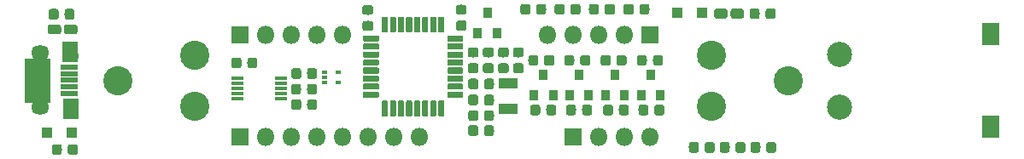
<source format=gts>
G04 #@! TF.GenerationSoftware,KiCad,Pcbnew,(5.1.4-0-10_14)*
G04 #@! TF.CreationDate,2019-10-15T00:27:30-07:00*
G04 #@! TF.ProjectId,STM32L0xx_18650,53544d33-324c-4307-9878-5f3138363530,rev?*
G04 #@! TF.SameCoordinates,Original*
G04 #@! TF.FileFunction,Soldermask,Top*
G04 #@! TF.FilePolarity,Negative*
%FSLAX46Y46*%
G04 Gerber Fmt 4.6, Leading zero omitted, Abs format (unit mm)*
G04 Created by KiCad (PCBNEW (5.1.4-0-10_14)) date 2019-10-15 00:27:30*
%MOMM*%
%LPD*%
G04 APERTURE LIST*
%ADD10C,0.100000*%
%ADD11C,0.976600*%
%ADD12R,0.551600X0.401600*%
%ADD13C,2.901600*%
%ADD14O,1.801600X1.801600*%
%ADD15R,1.801600X1.801600*%
%ADD16C,0.601600*%
%ADD17R,0.901600X1.001600*%
%ADD18R,1.201600X0.351600*%
%ADD19R,2.601600X4.501600*%
%ADD20O,1.801600X1.451600*%
%ADD21O,1.601600X1.201600*%
%ADD22R,1.751600X0.501600*%
%ADD23R,1.601600X2.101600*%
%ADD24C,2.501600*%
%ADD25R,1.701600X2.281600*%
%ADD26R,1.101600X1.101600*%
%ADD27R,1.901600X1.101600*%
%ADD28C,0.951600*%
G04 APERTURE END LIST*
D10*
G36*
X61805581Y-106350376D02*
G01*
X61829281Y-106353891D01*
X61852523Y-106359713D01*
X61875082Y-106367785D01*
X61896742Y-106378029D01*
X61917292Y-106390347D01*
X61936537Y-106404619D01*
X61954290Y-106420710D01*
X61970381Y-106438463D01*
X61984653Y-106457708D01*
X61996971Y-106478258D01*
X62007215Y-106499918D01*
X62015287Y-106522477D01*
X62021109Y-106545719D01*
X62024624Y-106569419D01*
X62025800Y-106593350D01*
X62025800Y-107156650D01*
X62024624Y-107180581D01*
X62021109Y-107204281D01*
X62015287Y-107227523D01*
X62007215Y-107250082D01*
X61996971Y-107271742D01*
X61984653Y-107292292D01*
X61970381Y-107311537D01*
X61954290Y-107329290D01*
X61936537Y-107345381D01*
X61917292Y-107359653D01*
X61896742Y-107371971D01*
X61875082Y-107382215D01*
X61852523Y-107390287D01*
X61829281Y-107396109D01*
X61805581Y-107399624D01*
X61781650Y-107400800D01*
X61293350Y-107400800D01*
X61269419Y-107399624D01*
X61245719Y-107396109D01*
X61222477Y-107390287D01*
X61199918Y-107382215D01*
X61178258Y-107371971D01*
X61157708Y-107359653D01*
X61138463Y-107345381D01*
X61120710Y-107329290D01*
X61104619Y-107311537D01*
X61090347Y-107292292D01*
X61078029Y-107271742D01*
X61067785Y-107250082D01*
X61059713Y-107227523D01*
X61053891Y-107204281D01*
X61050376Y-107180581D01*
X61049200Y-107156650D01*
X61049200Y-106593350D01*
X61050376Y-106569419D01*
X61053891Y-106545719D01*
X61059713Y-106522477D01*
X61067785Y-106499918D01*
X61078029Y-106478258D01*
X61090347Y-106457708D01*
X61104619Y-106438463D01*
X61120710Y-106420710D01*
X61138463Y-106404619D01*
X61157708Y-106390347D01*
X61178258Y-106378029D01*
X61199918Y-106367785D01*
X61222477Y-106359713D01*
X61245719Y-106353891D01*
X61269419Y-106350376D01*
X61293350Y-106349200D01*
X61781650Y-106349200D01*
X61805581Y-106350376D01*
X61805581Y-106350376D01*
G37*
D11*
X61537500Y-106875000D03*
D10*
G36*
X63380581Y-106350376D02*
G01*
X63404281Y-106353891D01*
X63427523Y-106359713D01*
X63450082Y-106367785D01*
X63471742Y-106378029D01*
X63492292Y-106390347D01*
X63511537Y-106404619D01*
X63529290Y-106420710D01*
X63545381Y-106438463D01*
X63559653Y-106457708D01*
X63571971Y-106478258D01*
X63582215Y-106499918D01*
X63590287Y-106522477D01*
X63596109Y-106545719D01*
X63599624Y-106569419D01*
X63600800Y-106593350D01*
X63600800Y-107156650D01*
X63599624Y-107180581D01*
X63596109Y-107204281D01*
X63590287Y-107227523D01*
X63582215Y-107250082D01*
X63571971Y-107271742D01*
X63559653Y-107292292D01*
X63545381Y-107311537D01*
X63529290Y-107329290D01*
X63511537Y-107345381D01*
X63492292Y-107359653D01*
X63471742Y-107371971D01*
X63450082Y-107382215D01*
X63427523Y-107390287D01*
X63404281Y-107396109D01*
X63380581Y-107399624D01*
X63356650Y-107400800D01*
X62868350Y-107400800D01*
X62844419Y-107399624D01*
X62820719Y-107396109D01*
X62797477Y-107390287D01*
X62774918Y-107382215D01*
X62753258Y-107371971D01*
X62732708Y-107359653D01*
X62713463Y-107345381D01*
X62695710Y-107329290D01*
X62679619Y-107311537D01*
X62665347Y-107292292D01*
X62653029Y-107271742D01*
X62642785Y-107250082D01*
X62634713Y-107227523D01*
X62628891Y-107204281D01*
X62625376Y-107180581D01*
X62624200Y-107156650D01*
X62624200Y-106593350D01*
X62625376Y-106569419D01*
X62628891Y-106545719D01*
X62634713Y-106522477D01*
X62642785Y-106499918D01*
X62653029Y-106478258D01*
X62665347Y-106457708D01*
X62679619Y-106438463D01*
X62695710Y-106420710D01*
X62713463Y-106404619D01*
X62732708Y-106390347D01*
X62753258Y-106378029D01*
X62774918Y-106367785D01*
X62797477Y-106359713D01*
X62820719Y-106353891D01*
X62844419Y-106350376D01*
X62868350Y-106349200D01*
X63356650Y-106349200D01*
X63380581Y-106350376D01*
X63380581Y-106350376D01*
G37*
D11*
X63112500Y-106875000D03*
D12*
X88050000Y-99175000D03*
X88050000Y-100175000D03*
X89450000Y-99175000D03*
X88050000Y-99675000D03*
X89450000Y-100175000D03*
D10*
G36*
X101930581Y-94050376D02*
G01*
X101954281Y-94053891D01*
X101977523Y-94059713D01*
X102000082Y-94067785D01*
X102021742Y-94078029D01*
X102042292Y-94090347D01*
X102061537Y-94104619D01*
X102079290Y-94120710D01*
X102095381Y-94138463D01*
X102109653Y-94157708D01*
X102121971Y-94178258D01*
X102132215Y-94199918D01*
X102140287Y-94222477D01*
X102146109Y-94245719D01*
X102149624Y-94269419D01*
X102150800Y-94293350D01*
X102150800Y-94781650D01*
X102149624Y-94805581D01*
X102146109Y-94829281D01*
X102140287Y-94852523D01*
X102132215Y-94875082D01*
X102121971Y-94896742D01*
X102109653Y-94917292D01*
X102095381Y-94936537D01*
X102079290Y-94954290D01*
X102061537Y-94970381D01*
X102042292Y-94984653D01*
X102021742Y-94996971D01*
X102000082Y-95007215D01*
X101977523Y-95015287D01*
X101954281Y-95021109D01*
X101930581Y-95024624D01*
X101906650Y-95025800D01*
X101343350Y-95025800D01*
X101319419Y-95024624D01*
X101295719Y-95021109D01*
X101272477Y-95015287D01*
X101249918Y-95007215D01*
X101228258Y-94996971D01*
X101207708Y-94984653D01*
X101188463Y-94970381D01*
X101170710Y-94954290D01*
X101154619Y-94936537D01*
X101140347Y-94917292D01*
X101128029Y-94896742D01*
X101117785Y-94875082D01*
X101109713Y-94852523D01*
X101103891Y-94829281D01*
X101100376Y-94805581D01*
X101099200Y-94781650D01*
X101099200Y-94293350D01*
X101100376Y-94269419D01*
X101103891Y-94245719D01*
X101109713Y-94222477D01*
X101117785Y-94199918D01*
X101128029Y-94178258D01*
X101140347Y-94157708D01*
X101154619Y-94138463D01*
X101170710Y-94120710D01*
X101188463Y-94104619D01*
X101207708Y-94090347D01*
X101228258Y-94078029D01*
X101249918Y-94067785D01*
X101272477Y-94059713D01*
X101295719Y-94053891D01*
X101319419Y-94050376D01*
X101343350Y-94049200D01*
X101906650Y-94049200D01*
X101930581Y-94050376D01*
X101930581Y-94050376D01*
G37*
D11*
X101625000Y-94537500D03*
D10*
G36*
X101930581Y-92475376D02*
G01*
X101954281Y-92478891D01*
X101977523Y-92484713D01*
X102000082Y-92492785D01*
X102021742Y-92503029D01*
X102042292Y-92515347D01*
X102061537Y-92529619D01*
X102079290Y-92545710D01*
X102095381Y-92563463D01*
X102109653Y-92582708D01*
X102121971Y-92603258D01*
X102132215Y-92624918D01*
X102140287Y-92647477D01*
X102146109Y-92670719D01*
X102149624Y-92694419D01*
X102150800Y-92718350D01*
X102150800Y-93206650D01*
X102149624Y-93230581D01*
X102146109Y-93254281D01*
X102140287Y-93277523D01*
X102132215Y-93300082D01*
X102121971Y-93321742D01*
X102109653Y-93342292D01*
X102095381Y-93361537D01*
X102079290Y-93379290D01*
X102061537Y-93395381D01*
X102042292Y-93409653D01*
X102021742Y-93421971D01*
X102000082Y-93432215D01*
X101977523Y-93440287D01*
X101954281Y-93446109D01*
X101930581Y-93449624D01*
X101906650Y-93450800D01*
X101343350Y-93450800D01*
X101319419Y-93449624D01*
X101295719Y-93446109D01*
X101272477Y-93440287D01*
X101249918Y-93432215D01*
X101228258Y-93421971D01*
X101207708Y-93409653D01*
X101188463Y-93395381D01*
X101170710Y-93379290D01*
X101154619Y-93361537D01*
X101140347Y-93342292D01*
X101128029Y-93321742D01*
X101117785Y-93300082D01*
X101109713Y-93277523D01*
X101103891Y-93254281D01*
X101100376Y-93230581D01*
X101099200Y-93206650D01*
X101099200Y-92718350D01*
X101100376Y-92694419D01*
X101103891Y-92670719D01*
X101109713Y-92647477D01*
X101117785Y-92624918D01*
X101128029Y-92603258D01*
X101140347Y-92582708D01*
X101154619Y-92563463D01*
X101170710Y-92545710D01*
X101188463Y-92529619D01*
X101207708Y-92515347D01*
X101228258Y-92503029D01*
X101249918Y-92492785D01*
X101272477Y-92484713D01*
X101295719Y-92478891D01*
X101319419Y-92475376D01*
X101343350Y-92474200D01*
X101906650Y-92474200D01*
X101930581Y-92475376D01*
X101930581Y-92475376D01*
G37*
D11*
X101625000Y-92962500D03*
D10*
G36*
X107580581Y-98300376D02*
G01*
X107604281Y-98303891D01*
X107627523Y-98309713D01*
X107650082Y-98317785D01*
X107671742Y-98328029D01*
X107692292Y-98340347D01*
X107711537Y-98354619D01*
X107729290Y-98370710D01*
X107745381Y-98388463D01*
X107759653Y-98407708D01*
X107771971Y-98428258D01*
X107782215Y-98449918D01*
X107790287Y-98472477D01*
X107796109Y-98495719D01*
X107799624Y-98519419D01*
X107800800Y-98543350D01*
X107800800Y-99031650D01*
X107799624Y-99055581D01*
X107796109Y-99079281D01*
X107790287Y-99102523D01*
X107782215Y-99125082D01*
X107771971Y-99146742D01*
X107759653Y-99167292D01*
X107745381Y-99186537D01*
X107729290Y-99204290D01*
X107711537Y-99220381D01*
X107692292Y-99234653D01*
X107671742Y-99246971D01*
X107650082Y-99257215D01*
X107627523Y-99265287D01*
X107604281Y-99271109D01*
X107580581Y-99274624D01*
X107556650Y-99275800D01*
X106993350Y-99275800D01*
X106969419Y-99274624D01*
X106945719Y-99271109D01*
X106922477Y-99265287D01*
X106899918Y-99257215D01*
X106878258Y-99246971D01*
X106857708Y-99234653D01*
X106838463Y-99220381D01*
X106820710Y-99204290D01*
X106804619Y-99186537D01*
X106790347Y-99167292D01*
X106778029Y-99146742D01*
X106767785Y-99125082D01*
X106759713Y-99102523D01*
X106753891Y-99079281D01*
X106750376Y-99055581D01*
X106749200Y-99031650D01*
X106749200Y-98543350D01*
X106750376Y-98519419D01*
X106753891Y-98495719D01*
X106759713Y-98472477D01*
X106767785Y-98449918D01*
X106778029Y-98428258D01*
X106790347Y-98407708D01*
X106804619Y-98388463D01*
X106820710Y-98370710D01*
X106838463Y-98354619D01*
X106857708Y-98340347D01*
X106878258Y-98328029D01*
X106899918Y-98317785D01*
X106922477Y-98309713D01*
X106945719Y-98303891D01*
X106969419Y-98300376D01*
X106993350Y-98299200D01*
X107556650Y-98299200D01*
X107580581Y-98300376D01*
X107580581Y-98300376D01*
G37*
D11*
X107275000Y-98787500D03*
D10*
G36*
X107580581Y-96725376D02*
G01*
X107604281Y-96728891D01*
X107627523Y-96734713D01*
X107650082Y-96742785D01*
X107671742Y-96753029D01*
X107692292Y-96765347D01*
X107711537Y-96779619D01*
X107729290Y-96795710D01*
X107745381Y-96813463D01*
X107759653Y-96832708D01*
X107771971Y-96853258D01*
X107782215Y-96874918D01*
X107790287Y-96897477D01*
X107796109Y-96920719D01*
X107799624Y-96944419D01*
X107800800Y-96968350D01*
X107800800Y-97456650D01*
X107799624Y-97480581D01*
X107796109Y-97504281D01*
X107790287Y-97527523D01*
X107782215Y-97550082D01*
X107771971Y-97571742D01*
X107759653Y-97592292D01*
X107745381Y-97611537D01*
X107729290Y-97629290D01*
X107711537Y-97645381D01*
X107692292Y-97659653D01*
X107671742Y-97671971D01*
X107650082Y-97682215D01*
X107627523Y-97690287D01*
X107604281Y-97696109D01*
X107580581Y-97699624D01*
X107556650Y-97700800D01*
X106993350Y-97700800D01*
X106969419Y-97699624D01*
X106945719Y-97696109D01*
X106922477Y-97690287D01*
X106899918Y-97682215D01*
X106878258Y-97671971D01*
X106857708Y-97659653D01*
X106838463Y-97645381D01*
X106820710Y-97629290D01*
X106804619Y-97611537D01*
X106790347Y-97592292D01*
X106778029Y-97571742D01*
X106767785Y-97550082D01*
X106759713Y-97527523D01*
X106753891Y-97504281D01*
X106750376Y-97480581D01*
X106749200Y-97456650D01*
X106749200Y-96968350D01*
X106750376Y-96944419D01*
X106753891Y-96920719D01*
X106759713Y-96897477D01*
X106767785Y-96874918D01*
X106778029Y-96853258D01*
X106790347Y-96832708D01*
X106804619Y-96813463D01*
X106820710Y-96795710D01*
X106838463Y-96779619D01*
X106857708Y-96765347D01*
X106878258Y-96753029D01*
X106899918Y-96742785D01*
X106922477Y-96734713D01*
X106945719Y-96728891D01*
X106969419Y-96725376D01*
X106993350Y-96724200D01*
X107556650Y-96724200D01*
X107580581Y-96725376D01*
X107580581Y-96725376D01*
G37*
D11*
X107275000Y-97212500D03*
D13*
X75200000Y-97460000D03*
X75200000Y-102540000D03*
X126400000Y-97460000D03*
X126400000Y-102540000D03*
X134020000Y-100000000D03*
X67580000Y-100000000D03*
D14*
X97460000Y-105610000D03*
X94920000Y-105610000D03*
X92380000Y-105610000D03*
X89840000Y-105610000D03*
X87300000Y-105610000D03*
X84760000Y-105610000D03*
X82220000Y-105610000D03*
D15*
X79680000Y-105610000D03*
X112690000Y-105610000D03*
D14*
X115230000Y-105610000D03*
X117770000Y-105610000D03*
X120310000Y-105610000D03*
D10*
G36*
X101690142Y-101124924D02*
G01*
X101704742Y-101127090D01*
X101719059Y-101130676D01*
X101732956Y-101135649D01*
X101746298Y-101141959D01*
X101758958Y-101149547D01*
X101770813Y-101158339D01*
X101781749Y-101168251D01*
X101791661Y-101179187D01*
X101800453Y-101191042D01*
X101808041Y-101203702D01*
X101814351Y-101217044D01*
X101819324Y-101230941D01*
X101822910Y-101245258D01*
X101825076Y-101259858D01*
X101825800Y-101274600D01*
X101825800Y-101575400D01*
X101825076Y-101590142D01*
X101822910Y-101604742D01*
X101819324Y-101619059D01*
X101814351Y-101632956D01*
X101808041Y-101646298D01*
X101800453Y-101658958D01*
X101791661Y-101670813D01*
X101781749Y-101681749D01*
X101770813Y-101691661D01*
X101758958Y-101700453D01*
X101746298Y-101708041D01*
X101732956Y-101714351D01*
X101719059Y-101719324D01*
X101704742Y-101722910D01*
X101690142Y-101725076D01*
X101675400Y-101725800D01*
X100374600Y-101725800D01*
X100359858Y-101725076D01*
X100345258Y-101722910D01*
X100330941Y-101719324D01*
X100317044Y-101714351D01*
X100303702Y-101708041D01*
X100291042Y-101700453D01*
X100279187Y-101691661D01*
X100268251Y-101681749D01*
X100258339Y-101670813D01*
X100249547Y-101658958D01*
X100241959Y-101646298D01*
X100235649Y-101632956D01*
X100230676Y-101619059D01*
X100227090Y-101604742D01*
X100224924Y-101590142D01*
X100224200Y-101575400D01*
X100224200Y-101274600D01*
X100224924Y-101259858D01*
X100227090Y-101245258D01*
X100230676Y-101230941D01*
X100235649Y-101217044D01*
X100241959Y-101203702D01*
X100249547Y-101191042D01*
X100258339Y-101179187D01*
X100268251Y-101168251D01*
X100279187Y-101158339D01*
X100291042Y-101149547D01*
X100303702Y-101141959D01*
X100317044Y-101135649D01*
X100330941Y-101130676D01*
X100345258Y-101127090D01*
X100359858Y-101124924D01*
X100374600Y-101124200D01*
X101675400Y-101124200D01*
X101690142Y-101124924D01*
X101690142Y-101124924D01*
G37*
D16*
X101025000Y-101425000D03*
D10*
G36*
X101690142Y-100324924D02*
G01*
X101704742Y-100327090D01*
X101719059Y-100330676D01*
X101732956Y-100335649D01*
X101746298Y-100341959D01*
X101758958Y-100349547D01*
X101770813Y-100358339D01*
X101781749Y-100368251D01*
X101791661Y-100379187D01*
X101800453Y-100391042D01*
X101808041Y-100403702D01*
X101814351Y-100417044D01*
X101819324Y-100430941D01*
X101822910Y-100445258D01*
X101825076Y-100459858D01*
X101825800Y-100474600D01*
X101825800Y-100775400D01*
X101825076Y-100790142D01*
X101822910Y-100804742D01*
X101819324Y-100819059D01*
X101814351Y-100832956D01*
X101808041Y-100846298D01*
X101800453Y-100858958D01*
X101791661Y-100870813D01*
X101781749Y-100881749D01*
X101770813Y-100891661D01*
X101758958Y-100900453D01*
X101746298Y-100908041D01*
X101732956Y-100914351D01*
X101719059Y-100919324D01*
X101704742Y-100922910D01*
X101690142Y-100925076D01*
X101675400Y-100925800D01*
X100374600Y-100925800D01*
X100359858Y-100925076D01*
X100345258Y-100922910D01*
X100330941Y-100919324D01*
X100317044Y-100914351D01*
X100303702Y-100908041D01*
X100291042Y-100900453D01*
X100279187Y-100891661D01*
X100268251Y-100881749D01*
X100258339Y-100870813D01*
X100249547Y-100858958D01*
X100241959Y-100846298D01*
X100235649Y-100832956D01*
X100230676Y-100819059D01*
X100227090Y-100804742D01*
X100224924Y-100790142D01*
X100224200Y-100775400D01*
X100224200Y-100474600D01*
X100224924Y-100459858D01*
X100227090Y-100445258D01*
X100230676Y-100430941D01*
X100235649Y-100417044D01*
X100241959Y-100403702D01*
X100249547Y-100391042D01*
X100258339Y-100379187D01*
X100268251Y-100368251D01*
X100279187Y-100358339D01*
X100291042Y-100349547D01*
X100303702Y-100341959D01*
X100317044Y-100335649D01*
X100330941Y-100330676D01*
X100345258Y-100327090D01*
X100359858Y-100324924D01*
X100374600Y-100324200D01*
X101675400Y-100324200D01*
X101690142Y-100324924D01*
X101690142Y-100324924D01*
G37*
D16*
X101025000Y-100625000D03*
D10*
G36*
X101690142Y-99524924D02*
G01*
X101704742Y-99527090D01*
X101719059Y-99530676D01*
X101732956Y-99535649D01*
X101746298Y-99541959D01*
X101758958Y-99549547D01*
X101770813Y-99558339D01*
X101781749Y-99568251D01*
X101791661Y-99579187D01*
X101800453Y-99591042D01*
X101808041Y-99603702D01*
X101814351Y-99617044D01*
X101819324Y-99630941D01*
X101822910Y-99645258D01*
X101825076Y-99659858D01*
X101825800Y-99674600D01*
X101825800Y-99975400D01*
X101825076Y-99990142D01*
X101822910Y-100004742D01*
X101819324Y-100019059D01*
X101814351Y-100032956D01*
X101808041Y-100046298D01*
X101800453Y-100058958D01*
X101791661Y-100070813D01*
X101781749Y-100081749D01*
X101770813Y-100091661D01*
X101758958Y-100100453D01*
X101746298Y-100108041D01*
X101732956Y-100114351D01*
X101719059Y-100119324D01*
X101704742Y-100122910D01*
X101690142Y-100125076D01*
X101675400Y-100125800D01*
X100374600Y-100125800D01*
X100359858Y-100125076D01*
X100345258Y-100122910D01*
X100330941Y-100119324D01*
X100317044Y-100114351D01*
X100303702Y-100108041D01*
X100291042Y-100100453D01*
X100279187Y-100091661D01*
X100268251Y-100081749D01*
X100258339Y-100070813D01*
X100249547Y-100058958D01*
X100241959Y-100046298D01*
X100235649Y-100032956D01*
X100230676Y-100019059D01*
X100227090Y-100004742D01*
X100224924Y-99990142D01*
X100224200Y-99975400D01*
X100224200Y-99674600D01*
X100224924Y-99659858D01*
X100227090Y-99645258D01*
X100230676Y-99630941D01*
X100235649Y-99617044D01*
X100241959Y-99603702D01*
X100249547Y-99591042D01*
X100258339Y-99579187D01*
X100268251Y-99568251D01*
X100279187Y-99558339D01*
X100291042Y-99549547D01*
X100303702Y-99541959D01*
X100317044Y-99535649D01*
X100330941Y-99530676D01*
X100345258Y-99527090D01*
X100359858Y-99524924D01*
X100374600Y-99524200D01*
X101675400Y-99524200D01*
X101690142Y-99524924D01*
X101690142Y-99524924D01*
G37*
D16*
X101025000Y-99825000D03*
D10*
G36*
X101690142Y-98724924D02*
G01*
X101704742Y-98727090D01*
X101719059Y-98730676D01*
X101732956Y-98735649D01*
X101746298Y-98741959D01*
X101758958Y-98749547D01*
X101770813Y-98758339D01*
X101781749Y-98768251D01*
X101791661Y-98779187D01*
X101800453Y-98791042D01*
X101808041Y-98803702D01*
X101814351Y-98817044D01*
X101819324Y-98830941D01*
X101822910Y-98845258D01*
X101825076Y-98859858D01*
X101825800Y-98874600D01*
X101825800Y-99175400D01*
X101825076Y-99190142D01*
X101822910Y-99204742D01*
X101819324Y-99219059D01*
X101814351Y-99232956D01*
X101808041Y-99246298D01*
X101800453Y-99258958D01*
X101791661Y-99270813D01*
X101781749Y-99281749D01*
X101770813Y-99291661D01*
X101758958Y-99300453D01*
X101746298Y-99308041D01*
X101732956Y-99314351D01*
X101719059Y-99319324D01*
X101704742Y-99322910D01*
X101690142Y-99325076D01*
X101675400Y-99325800D01*
X100374600Y-99325800D01*
X100359858Y-99325076D01*
X100345258Y-99322910D01*
X100330941Y-99319324D01*
X100317044Y-99314351D01*
X100303702Y-99308041D01*
X100291042Y-99300453D01*
X100279187Y-99291661D01*
X100268251Y-99281749D01*
X100258339Y-99270813D01*
X100249547Y-99258958D01*
X100241959Y-99246298D01*
X100235649Y-99232956D01*
X100230676Y-99219059D01*
X100227090Y-99204742D01*
X100224924Y-99190142D01*
X100224200Y-99175400D01*
X100224200Y-98874600D01*
X100224924Y-98859858D01*
X100227090Y-98845258D01*
X100230676Y-98830941D01*
X100235649Y-98817044D01*
X100241959Y-98803702D01*
X100249547Y-98791042D01*
X100258339Y-98779187D01*
X100268251Y-98768251D01*
X100279187Y-98758339D01*
X100291042Y-98749547D01*
X100303702Y-98741959D01*
X100317044Y-98735649D01*
X100330941Y-98730676D01*
X100345258Y-98727090D01*
X100359858Y-98724924D01*
X100374600Y-98724200D01*
X101675400Y-98724200D01*
X101690142Y-98724924D01*
X101690142Y-98724924D01*
G37*
D16*
X101025000Y-99025000D03*
D10*
G36*
X101690142Y-97924924D02*
G01*
X101704742Y-97927090D01*
X101719059Y-97930676D01*
X101732956Y-97935649D01*
X101746298Y-97941959D01*
X101758958Y-97949547D01*
X101770813Y-97958339D01*
X101781749Y-97968251D01*
X101791661Y-97979187D01*
X101800453Y-97991042D01*
X101808041Y-98003702D01*
X101814351Y-98017044D01*
X101819324Y-98030941D01*
X101822910Y-98045258D01*
X101825076Y-98059858D01*
X101825800Y-98074600D01*
X101825800Y-98375400D01*
X101825076Y-98390142D01*
X101822910Y-98404742D01*
X101819324Y-98419059D01*
X101814351Y-98432956D01*
X101808041Y-98446298D01*
X101800453Y-98458958D01*
X101791661Y-98470813D01*
X101781749Y-98481749D01*
X101770813Y-98491661D01*
X101758958Y-98500453D01*
X101746298Y-98508041D01*
X101732956Y-98514351D01*
X101719059Y-98519324D01*
X101704742Y-98522910D01*
X101690142Y-98525076D01*
X101675400Y-98525800D01*
X100374600Y-98525800D01*
X100359858Y-98525076D01*
X100345258Y-98522910D01*
X100330941Y-98519324D01*
X100317044Y-98514351D01*
X100303702Y-98508041D01*
X100291042Y-98500453D01*
X100279187Y-98491661D01*
X100268251Y-98481749D01*
X100258339Y-98470813D01*
X100249547Y-98458958D01*
X100241959Y-98446298D01*
X100235649Y-98432956D01*
X100230676Y-98419059D01*
X100227090Y-98404742D01*
X100224924Y-98390142D01*
X100224200Y-98375400D01*
X100224200Y-98074600D01*
X100224924Y-98059858D01*
X100227090Y-98045258D01*
X100230676Y-98030941D01*
X100235649Y-98017044D01*
X100241959Y-98003702D01*
X100249547Y-97991042D01*
X100258339Y-97979187D01*
X100268251Y-97968251D01*
X100279187Y-97958339D01*
X100291042Y-97949547D01*
X100303702Y-97941959D01*
X100317044Y-97935649D01*
X100330941Y-97930676D01*
X100345258Y-97927090D01*
X100359858Y-97924924D01*
X100374600Y-97924200D01*
X101675400Y-97924200D01*
X101690142Y-97924924D01*
X101690142Y-97924924D01*
G37*
D16*
X101025000Y-98225000D03*
D10*
G36*
X101690142Y-97124924D02*
G01*
X101704742Y-97127090D01*
X101719059Y-97130676D01*
X101732956Y-97135649D01*
X101746298Y-97141959D01*
X101758958Y-97149547D01*
X101770813Y-97158339D01*
X101781749Y-97168251D01*
X101791661Y-97179187D01*
X101800453Y-97191042D01*
X101808041Y-97203702D01*
X101814351Y-97217044D01*
X101819324Y-97230941D01*
X101822910Y-97245258D01*
X101825076Y-97259858D01*
X101825800Y-97274600D01*
X101825800Y-97575400D01*
X101825076Y-97590142D01*
X101822910Y-97604742D01*
X101819324Y-97619059D01*
X101814351Y-97632956D01*
X101808041Y-97646298D01*
X101800453Y-97658958D01*
X101791661Y-97670813D01*
X101781749Y-97681749D01*
X101770813Y-97691661D01*
X101758958Y-97700453D01*
X101746298Y-97708041D01*
X101732956Y-97714351D01*
X101719059Y-97719324D01*
X101704742Y-97722910D01*
X101690142Y-97725076D01*
X101675400Y-97725800D01*
X100374600Y-97725800D01*
X100359858Y-97725076D01*
X100345258Y-97722910D01*
X100330941Y-97719324D01*
X100317044Y-97714351D01*
X100303702Y-97708041D01*
X100291042Y-97700453D01*
X100279187Y-97691661D01*
X100268251Y-97681749D01*
X100258339Y-97670813D01*
X100249547Y-97658958D01*
X100241959Y-97646298D01*
X100235649Y-97632956D01*
X100230676Y-97619059D01*
X100227090Y-97604742D01*
X100224924Y-97590142D01*
X100224200Y-97575400D01*
X100224200Y-97274600D01*
X100224924Y-97259858D01*
X100227090Y-97245258D01*
X100230676Y-97230941D01*
X100235649Y-97217044D01*
X100241959Y-97203702D01*
X100249547Y-97191042D01*
X100258339Y-97179187D01*
X100268251Y-97168251D01*
X100279187Y-97158339D01*
X100291042Y-97149547D01*
X100303702Y-97141959D01*
X100317044Y-97135649D01*
X100330941Y-97130676D01*
X100345258Y-97127090D01*
X100359858Y-97124924D01*
X100374600Y-97124200D01*
X101675400Y-97124200D01*
X101690142Y-97124924D01*
X101690142Y-97124924D01*
G37*
D16*
X101025000Y-97425000D03*
D10*
G36*
X101690142Y-96324924D02*
G01*
X101704742Y-96327090D01*
X101719059Y-96330676D01*
X101732956Y-96335649D01*
X101746298Y-96341959D01*
X101758958Y-96349547D01*
X101770813Y-96358339D01*
X101781749Y-96368251D01*
X101791661Y-96379187D01*
X101800453Y-96391042D01*
X101808041Y-96403702D01*
X101814351Y-96417044D01*
X101819324Y-96430941D01*
X101822910Y-96445258D01*
X101825076Y-96459858D01*
X101825800Y-96474600D01*
X101825800Y-96775400D01*
X101825076Y-96790142D01*
X101822910Y-96804742D01*
X101819324Y-96819059D01*
X101814351Y-96832956D01*
X101808041Y-96846298D01*
X101800453Y-96858958D01*
X101791661Y-96870813D01*
X101781749Y-96881749D01*
X101770813Y-96891661D01*
X101758958Y-96900453D01*
X101746298Y-96908041D01*
X101732956Y-96914351D01*
X101719059Y-96919324D01*
X101704742Y-96922910D01*
X101690142Y-96925076D01*
X101675400Y-96925800D01*
X100374600Y-96925800D01*
X100359858Y-96925076D01*
X100345258Y-96922910D01*
X100330941Y-96919324D01*
X100317044Y-96914351D01*
X100303702Y-96908041D01*
X100291042Y-96900453D01*
X100279187Y-96891661D01*
X100268251Y-96881749D01*
X100258339Y-96870813D01*
X100249547Y-96858958D01*
X100241959Y-96846298D01*
X100235649Y-96832956D01*
X100230676Y-96819059D01*
X100227090Y-96804742D01*
X100224924Y-96790142D01*
X100224200Y-96775400D01*
X100224200Y-96474600D01*
X100224924Y-96459858D01*
X100227090Y-96445258D01*
X100230676Y-96430941D01*
X100235649Y-96417044D01*
X100241959Y-96403702D01*
X100249547Y-96391042D01*
X100258339Y-96379187D01*
X100268251Y-96368251D01*
X100279187Y-96358339D01*
X100291042Y-96349547D01*
X100303702Y-96341959D01*
X100317044Y-96335649D01*
X100330941Y-96330676D01*
X100345258Y-96327090D01*
X100359858Y-96324924D01*
X100374600Y-96324200D01*
X101675400Y-96324200D01*
X101690142Y-96324924D01*
X101690142Y-96324924D01*
G37*
D16*
X101025000Y-96625000D03*
D10*
G36*
X101690142Y-95524924D02*
G01*
X101704742Y-95527090D01*
X101719059Y-95530676D01*
X101732956Y-95535649D01*
X101746298Y-95541959D01*
X101758958Y-95549547D01*
X101770813Y-95558339D01*
X101781749Y-95568251D01*
X101791661Y-95579187D01*
X101800453Y-95591042D01*
X101808041Y-95603702D01*
X101814351Y-95617044D01*
X101819324Y-95630941D01*
X101822910Y-95645258D01*
X101825076Y-95659858D01*
X101825800Y-95674600D01*
X101825800Y-95975400D01*
X101825076Y-95990142D01*
X101822910Y-96004742D01*
X101819324Y-96019059D01*
X101814351Y-96032956D01*
X101808041Y-96046298D01*
X101800453Y-96058958D01*
X101791661Y-96070813D01*
X101781749Y-96081749D01*
X101770813Y-96091661D01*
X101758958Y-96100453D01*
X101746298Y-96108041D01*
X101732956Y-96114351D01*
X101719059Y-96119324D01*
X101704742Y-96122910D01*
X101690142Y-96125076D01*
X101675400Y-96125800D01*
X100374600Y-96125800D01*
X100359858Y-96125076D01*
X100345258Y-96122910D01*
X100330941Y-96119324D01*
X100317044Y-96114351D01*
X100303702Y-96108041D01*
X100291042Y-96100453D01*
X100279187Y-96091661D01*
X100268251Y-96081749D01*
X100258339Y-96070813D01*
X100249547Y-96058958D01*
X100241959Y-96046298D01*
X100235649Y-96032956D01*
X100230676Y-96019059D01*
X100227090Y-96004742D01*
X100224924Y-95990142D01*
X100224200Y-95975400D01*
X100224200Y-95674600D01*
X100224924Y-95659858D01*
X100227090Y-95645258D01*
X100230676Y-95630941D01*
X100235649Y-95617044D01*
X100241959Y-95603702D01*
X100249547Y-95591042D01*
X100258339Y-95579187D01*
X100268251Y-95568251D01*
X100279187Y-95558339D01*
X100291042Y-95549547D01*
X100303702Y-95541959D01*
X100317044Y-95535649D01*
X100330941Y-95530676D01*
X100345258Y-95527090D01*
X100359858Y-95524924D01*
X100374600Y-95524200D01*
X101675400Y-95524200D01*
X101690142Y-95524924D01*
X101690142Y-95524924D01*
G37*
D16*
X101025000Y-95825000D03*
D10*
G36*
X99815142Y-93649924D02*
G01*
X99829742Y-93652090D01*
X99844059Y-93655676D01*
X99857956Y-93660649D01*
X99871298Y-93666959D01*
X99883958Y-93674547D01*
X99895813Y-93683339D01*
X99906749Y-93693251D01*
X99916661Y-93704187D01*
X99925453Y-93716042D01*
X99933041Y-93728702D01*
X99939351Y-93742044D01*
X99944324Y-93755941D01*
X99947910Y-93770258D01*
X99950076Y-93784858D01*
X99950800Y-93799600D01*
X99950800Y-95100400D01*
X99950076Y-95115142D01*
X99947910Y-95129742D01*
X99944324Y-95144059D01*
X99939351Y-95157956D01*
X99933041Y-95171298D01*
X99925453Y-95183958D01*
X99916661Y-95195813D01*
X99906749Y-95206749D01*
X99895813Y-95216661D01*
X99883958Y-95225453D01*
X99871298Y-95233041D01*
X99857956Y-95239351D01*
X99844059Y-95244324D01*
X99829742Y-95247910D01*
X99815142Y-95250076D01*
X99800400Y-95250800D01*
X99499600Y-95250800D01*
X99484858Y-95250076D01*
X99470258Y-95247910D01*
X99455941Y-95244324D01*
X99442044Y-95239351D01*
X99428702Y-95233041D01*
X99416042Y-95225453D01*
X99404187Y-95216661D01*
X99393251Y-95206749D01*
X99383339Y-95195813D01*
X99374547Y-95183958D01*
X99366959Y-95171298D01*
X99360649Y-95157956D01*
X99355676Y-95144059D01*
X99352090Y-95129742D01*
X99349924Y-95115142D01*
X99349200Y-95100400D01*
X99349200Y-93799600D01*
X99349924Y-93784858D01*
X99352090Y-93770258D01*
X99355676Y-93755941D01*
X99360649Y-93742044D01*
X99366959Y-93728702D01*
X99374547Y-93716042D01*
X99383339Y-93704187D01*
X99393251Y-93693251D01*
X99404187Y-93683339D01*
X99416042Y-93674547D01*
X99428702Y-93666959D01*
X99442044Y-93660649D01*
X99455941Y-93655676D01*
X99470258Y-93652090D01*
X99484858Y-93649924D01*
X99499600Y-93649200D01*
X99800400Y-93649200D01*
X99815142Y-93649924D01*
X99815142Y-93649924D01*
G37*
D16*
X99650000Y-94450000D03*
D10*
G36*
X99015142Y-93649924D02*
G01*
X99029742Y-93652090D01*
X99044059Y-93655676D01*
X99057956Y-93660649D01*
X99071298Y-93666959D01*
X99083958Y-93674547D01*
X99095813Y-93683339D01*
X99106749Y-93693251D01*
X99116661Y-93704187D01*
X99125453Y-93716042D01*
X99133041Y-93728702D01*
X99139351Y-93742044D01*
X99144324Y-93755941D01*
X99147910Y-93770258D01*
X99150076Y-93784858D01*
X99150800Y-93799600D01*
X99150800Y-95100400D01*
X99150076Y-95115142D01*
X99147910Y-95129742D01*
X99144324Y-95144059D01*
X99139351Y-95157956D01*
X99133041Y-95171298D01*
X99125453Y-95183958D01*
X99116661Y-95195813D01*
X99106749Y-95206749D01*
X99095813Y-95216661D01*
X99083958Y-95225453D01*
X99071298Y-95233041D01*
X99057956Y-95239351D01*
X99044059Y-95244324D01*
X99029742Y-95247910D01*
X99015142Y-95250076D01*
X99000400Y-95250800D01*
X98699600Y-95250800D01*
X98684858Y-95250076D01*
X98670258Y-95247910D01*
X98655941Y-95244324D01*
X98642044Y-95239351D01*
X98628702Y-95233041D01*
X98616042Y-95225453D01*
X98604187Y-95216661D01*
X98593251Y-95206749D01*
X98583339Y-95195813D01*
X98574547Y-95183958D01*
X98566959Y-95171298D01*
X98560649Y-95157956D01*
X98555676Y-95144059D01*
X98552090Y-95129742D01*
X98549924Y-95115142D01*
X98549200Y-95100400D01*
X98549200Y-93799600D01*
X98549924Y-93784858D01*
X98552090Y-93770258D01*
X98555676Y-93755941D01*
X98560649Y-93742044D01*
X98566959Y-93728702D01*
X98574547Y-93716042D01*
X98583339Y-93704187D01*
X98593251Y-93693251D01*
X98604187Y-93683339D01*
X98616042Y-93674547D01*
X98628702Y-93666959D01*
X98642044Y-93660649D01*
X98655941Y-93655676D01*
X98670258Y-93652090D01*
X98684858Y-93649924D01*
X98699600Y-93649200D01*
X99000400Y-93649200D01*
X99015142Y-93649924D01*
X99015142Y-93649924D01*
G37*
D16*
X98850000Y-94450000D03*
D10*
G36*
X98215142Y-93649924D02*
G01*
X98229742Y-93652090D01*
X98244059Y-93655676D01*
X98257956Y-93660649D01*
X98271298Y-93666959D01*
X98283958Y-93674547D01*
X98295813Y-93683339D01*
X98306749Y-93693251D01*
X98316661Y-93704187D01*
X98325453Y-93716042D01*
X98333041Y-93728702D01*
X98339351Y-93742044D01*
X98344324Y-93755941D01*
X98347910Y-93770258D01*
X98350076Y-93784858D01*
X98350800Y-93799600D01*
X98350800Y-95100400D01*
X98350076Y-95115142D01*
X98347910Y-95129742D01*
X98344324Y-95144059D01*
X98339351Y-95157956D01*
X98333041Y-95171298D01*
X98325453Y-95183958D01*
X98316661Y-95195813D01*
X98306749Y-95206749D01*
X98295813Y-95216661D01*
X98283958Y-95225453D01*
X98271298Y-95233041D01*
X98257956Y-95239351D01*
X98244059Y-95244324D01*
X98229742Y-95247910D01*
X98215142Y-95250076D01*
X98200400Y-95250800D01*
X97899600Y-95250800D01*
X97884858Y-95250076D01*
X97870258Y-95247910D01*
X97855941Y-95244324D01*
X97842044Y-95239351D01*
X97828702Y-95233041D01*
X97816042Y-95225453D01*
X97804187Y-95216661D01*
X97793251Y-95206749D01*
X97783339Y-95195813D01*
X97774547Y-95183958D01*
X97766959Y-95171298D01*
X97760649Y-95157956D01*
X97755676Y-95144059D01*
X97752090Y-95129742D01*
X97749924Y-95115142D01*
X97749200Y-95100400D01*
X97749200Y-93799600D01*
X97749924Y-93784858D01*
X97752090Y-93770258D01*
X97755676Y-93755941D01*
X97760649Y-93742044D01*
X97766959Y-93728702D01*
X97774547Y-93716042D01*
X97783339Y-93704187D01*
X97793251Y-93693251D01*
X97804187Y-93683339D01*
X97816042Y-93674547D01*
X97828702Y-93666959D01*
X97842044Y-93660649D01*
X97855941Y-93655676D01*
X97870258Y-93652090D01*
X97884858Y-93649924D01*
X97899600Y-93649200D01*
X98200400Y-93649200D01*
X98215142Y-93649924D01*
X98215142Y-93649924D01*
G37*
D16*
X98050000Y-94450000D03*
D10*
G36*
X97415142Y-93649924D02*
G01*
X97429742Y-93652090D01*
X97444059Y-93655676D01*
X97457956Y-93660649D01*
X97471298Y-93666959D01*
X97483958Y-93674547D01*
X97495813Y-93683339D01*
X97506749Y-93693251D01*
X97516661Y-93704187D01*
X97525453Y-93716042D01*
X97533041Y-93728702D01*
X97539351Y-93742044D01*
X97544324Y-93755941D01*
X97547910Y-93770258D01*
X97550076Y-93784858D01*
X97550800Y-93799600D01*
X97550800Y-95100400D01*
X97550076Y-95115142D01*
X97547910Y-95129742D01*
X97544324Y-95144059D01*
X97539351Y-95157956D01*
X97533041Y-95171298D01*
X97525453Y-95183958D01*
X97516661Y-95195813D01*
X97506749Y-95206749D01*
X97495813Y-95216661D01*
X97483958Y-95225453D01*
X97471298Y-95233041D01*
X97457956Y-95239351D01*
X97444059Y-95244324D01*
X97429742Y-95247910D01*
X97415142Y-95250076D01*
X97400400Y-95250800D01*
X97099600Y-95250800D01*
X97084858Y-95250076D01*
X97070258Y-95247910D01*
X97055941Y-95244324D01*
X97042044Y-95239351D01*
X97028702Y-95233041D01*
X97016042Y-95225453D01*
X97004187Y-95216661D01*
X96993251Y-95206749D01*
X96983339Y-95195813D01*
X96974547Y-95183958D01*
X96966959Y-95171298D01*
X96960649Y-95157956D01*
X96955676Y-95144059D01*
X96952090Y-95129742D01*
X96949924Y-95115142D01*
X96949200Y-95100400D01*
X96949200Y-93799600D01*
X96949924Y-93784858D01*
X96952090Y-93770258D01*
X96955676Y-93755941D01*
X96960649Y-93742044D01*
X96966959Y-93728702D01*
X96974547Y-93716042D01*
X96983339Y-93704187D01*
X96993251Y-93693251D01*
X97004187Y-93683339D01*
X97016042Y-93674547D01*
X97028702Y-93666959D01*
X97042044Y-93660649D01*
X97055941Y-93655676D01*
X97070258Y-93652090D01*
X97084858Y-93649924D01*
X97099600Y-93649200D01*
X97400400Y-93649200D01*
X97415142Y-93649924D01*
X97415142Y-93649924D01*
G37*
D16*
X97250000Y-94450000D03*
D10*
G36*
X96615142Y-93649924D02*
G01*
X96629742Y-93652090D01*
X96644059Y-93655676D01*
X96657956Y-93660649D01*
X96671298Y-93666959D01*
X96683958Y-93674547D01*
X96695813Y-93683339D01*
X96706749Y-93693251D01*
X96716661Y-93704187D01*
X96725453Y-93716042D01*
X96733041Y-93728702D01*
X96739351Y-93742044D01*
X96744324Y-93755941D01*
X96747910Y-93770258D01*
X96750076Y-93784858D01*
X96750800Y-93799600D01*
X96750800Y-95100400D01*
X96750076Y-95115142D01*
X96747910Y-95129742D01*
X96744324Y-95144059D01*
X96739351Y-95157956D01*
X96733041Y-95171298D01*
X96725453Y-95183958D01*
X96716661Y-95195813D01*
X96706749Y-95206749D01*
X96695813Y-95216661D01*
X96683958Y-95225453D01*
X96671298Y-95233041D01*
X96657956Y-95239351D01*
X96644059Y-95244324D01*
X96629742Y-95247910D01*
X96615142Y-95250076D01*
X96600400Y-95250800D01*
X96299600Y-95250800D01*
X96284858Y-95250076D01*
X96270258Y-95247910D01*
X96255941Y-95244324D01*
X96242044Y-95239351D01*
X96228702Y-95233041D01*
X96216042Y-95225453D01*
X96204187Y-95216661D01*
X96193251Y-95206749D01*
X96183339Y-95195813D01*
X96174547Y-95183958D01*
X96166959Y-95171298D01*
X96160649Y-95157956D01*
X96155676Y-95144059D01*
X96152090Y-95129742D01*
X96149924Y-95115142D01*
X96149200Y-95100400D01*
X96149200Y-93799600D01*
X96149924Y-93784858D01*
X96152090Y-93770258D01*
X96155676Y-93755941D01*
X96160649Y-93742044D01*
X96166959Y-93728702D01*
X96174547Y-93716042D01*
X96183339Y-93704187D01*
X96193251Y-93693251D01*
X96204187Y-93683339D01*
X96216042Y-93674547D01*
X96228702Y-93666959D01*
X96242044Y-93660649D01*
X96255941Y-93655676D01*
X96270258Y-93652090D01*
X96284858Y-93649924D01*
X96299600Y-93649200D01*
X96600400Y-93649200D01*
X96615142Y-93649924D01*
X96615142Y-93649924D01*
G37*
D16*
X96450000Y-94450000D03*
D10*
G36*
X95815142Y-93649924D02*
G01*
X95829742Y-93652090D01*
X95844059Y-93655676D01*
X95857956Y-93660649D01*
X95871298Y-93666959D01*
X95883958Y-93674547D01*
X95895813Y-93683339D01*
X95906749Y-93693251D01*
X95916661Y-93704187D01*
X95925453Y-93716042D01*
X95933041Y-93728702D01*
X95939351Y-93742044D01*
X95944324Y-93755941D01*
X95947910Y-93770258D01*
X95950076Y-93784858D01*
X95950800Y-93799600D01*
X95950800Y-95100400D01*
X95950076Y-95115142D01*
X95947910Y-95129742D01*
X95944324Y-95144059D01*
X95939351Y-95157956D01*
X95933041Y-95171298D01*
X95925453Y-95183958D01*
X95916661Y-95195813D01*
X95906749Y-95206749D01*
X95895813Y-95216661D01*
X95883958Y-95225453D01*
X95871298Y-95233041D01*
X95857956Y-95239351D01*
X95844059Y-95244324D01*
X95829742Y-95247910D01*
X95815142Y-95250076D01*
X95800400Y-95250800D01*
X95499600Y-95250800D01*
X95484858Y-95250076D01*
X95470258Y-95247910D01*
X95455941Y-95244324D01*
X95442044Y-95239351D01*
X95428702Y-95233041D01*
X95416042Y-95225453D01*
X95404187Y-95216661D01*
X95393251Y-95206749D01*
X95383339Y-95195813D01*
X95374547Y-95183958D01*
X95366959Y-95171298D01*
X95360649Y-95157956D01*
X95355676Y-95144059D01*
X95352090Y-95129742D01*
X95349924Y-95115142D01*
X95349200Y-95100400D01*
X95349200Y-93799600D01*
X95349924Y-93784858D01*
X95352090Y-93770258D01*
X95355676Y-93755941D01*
X95360649Y-93742044D01*
X95366959Y-93728702D01*
X95374547Y-93716042D01*
X95383339Y-93704187D01*
X95393251Y-93693251D01*
X95404187Y-93683339D01*
X95416042Y-93674547D01*
X95428702Y-93666959D01*
X95442044Y-93660649D01*
X95455941Y-93655676D01*
X95470258Y-93652090D01*
X95484858Y-93649924D01*
X95499600Y-93649200D01*
X95800400Y-93649200D01*
X95815142Y-93649924D01*
X95815142Y-93649924D01*
G37*
D16*
X95650000Y-94450000D03*
D10*
G36*
X95015142Y-93649924D02*
G01*
X95029742Y-93652090D01*
X95044059Y-93655676D01*
X95057956Y-93660649D01*
X95071298Y-93666959D01*
X95083958Y-93674547D01*
X95095813Y-93683339D01*
X95106749Y-93693251D01*
X95116661Y-93704187D01*
X95125453Y-93716042D01*
X95133041Y-93728702D01*
X95139351Y-93742044D01*
X95144324Y-93755941D01*
X95147910Y-93770258D01*
X95150076Y-93784858D01*
X95150800Y-93799600D01*
X95150800Y-95100400D01*
X95150076Y-95115142D01*
X95147910Y-95129742D01*
X95144324Y-95144059D01*
X95139351Y-95157956D01*
X95133041Y-95171298D01*
X95125453Y-95183958D01*
X95116661Y-95195813D01*
X95106749Y-95206749D01*
X95095813Y-95216661D01*
X95083958Y-95225453D01*
X95071298Y-95233041D01*
X95057956Y-95239351D01*
X95044059Y-95244324D01*
X95029742Y-95247910D01*
X95015142Y-95250076D01*
X95000400Y-95250800D01*
X94699600Y-95250800D01*
X94684858Y-95250076D01*
X94670258Y-95247910D01*
X94655941Y-95244324D01*
X94642044Y-95239351D01*
X94628702Y-95233041D01*
X94616042Y-95225453D01*
X94604187Y-95216661D01*
X94593251Y-95206749D01*
X94583339Y-95195813D01*
X94574547Y-95183958D01*
X94566959Y-95171298D01*
X94560649Y-95157956D01*
X94555676Y-95144059D01*
X94552090Y-95129742D01*
X94549924Y-95115142D01*
X94549200Y-95100400D01*
X94549200Y-93799600D01*
X94549924Y-93784858D01*
X94552090Y-93770258D01*
X94555676Y-93755941D01*
X94560649Y-93742044D01*
X94566959Y-93728702D01*
X94574547Y-93716042D01*
X94583339Y-93704187D01*
X94593251Y-93693251D01*
X94604187Y-93683339D01*
X94616042Y-93674547D01*
X94628702Y-93666959D01*
X94642044Y-93660649D01*
X94655941Y-93655676D01*
X94670258Y-93652090D01*
X94684858Y-93649924D01*
X94699600Y-93649200D01*
X95000400Y-93649200D01*
X95015142Y-93649924D01*
X95015142Y-93649924D01*
G37*
D16*
X94850000Y-94450000D03*
D10*
G36*
X94215142Y-93649924D02*
G01*
X94229742Y-93652090D01*
X94244059Y-93655676D01*
X94257956Y-93660649D01*
X94271298Y-93666959D01*
X94283958Y-93674547D01*
X94295813Y-93683339D01*
X94306749Y-93693251D01*
X94316661Y-93704187D01*
X94325453Y-93716042D01*
X94333041Y-93728702D01*
X94339351Y-93742044D01*
X94344324Y-93755941D01*
X94347910Y-93770258D01*
X94350076Y-93784858D01*
X94350800Y-93799600D01*
X94350800Y-95100400D01*
X94350076Y-95115142D01*
X94347910Y-95129742D01*
X94344324Y-95144059D01*
X94339351Y-95157956D01*
X94333041Y-95171298D01*
X94325453Y-95183958D01*
X94316661Y-95195813D01*
X94306749Y-95206749D01*
X94295813Y-95216661D01*
X94283958Y-95225453D01*
X94271298Y-95233041D01*
X94257956Y-95239351D01*
X94244059Y-95244324D01*
X94229742Y-95247910D01*
X94215142Y-95250076D01*
X94200400Y-95250800D01*
X93899600Y-95250800D01*
X93884858Y-95250076D01*
X93870258Y-95247910D01*
X93855941Y-95244324D01*
X93842044Y-95239351D01*
X93828702Y-95233041D01*
X93816042Y-95225453D01*
X93804187Y-95216661D01*
X93793251Y-95206749D01*
X93783339Y-95195813D01*
X93774547Y-95183958D01*
X93766959Y-95171298D01*
X93760649Y-95157956D01*
X93755676Y-95144059D01*
X93752090Y-95129742D01*
X93749924Y-95115142D01*
X93749200Y-95100400D01*
X93749200Y-93799600D01*
X93749924Y-93784858D01*
X93752090Y-93770258D01*
X93755676Y-93755941D01*
X93760649Y-93742044D01*
X93766959Y-93728702D01*
X93774547Y-93716042D01*
X93783339Y-93704187D01*
X93793251Y-93693251D01*
X93804187Y-93683339D01*
X93816042Y-93674547D01*
X93828702Y-93666959D01*
X93842044Y-93660649D01*
X93855941Y-93655676D01*
X93870258Y-93652090D01*
X93884858Y-93649924D01*
X93899600Y-93649200D01*
X94200400Y-93649200D01*
X94215142Y-93649924D01*
X94215142Y-93649924D01*
G37*
D16*
X94050000Y-94450000D03*
D10*
G36*
X93340142Y-95524924D02*
G01*
X93354742Y-95527090D01*
X93369059Y-95530676D01*
X93382956Y-95535649D01*
X93396298Y-95541959D01*
X93408958Y-95549547D01*
X93420813Y-95558339D01*
X93431749Y-95568251D01*
X93441661Y-95579187D01*
X93450453Y-95591042D01*
X93458041Y-95603702D01*
X93464351Y-95617044D01*
X93469324Y-95630941D01*
X93472910Y-95645258D01*
X93475076Y-95659858D01*
X93475800Y-95674600D01*
X93475800Y-95975400D01*
X93475076Y-95990142D01*
X93472910Y-96004742D01*
X93469324Y-96019059D01*
X93464351Y-96032956D01*
X93458041Y-96046298D01*
X93450453Y-96058958D01*
X93441661Y-96070813D01*
X93431749Y-96081749D01*
X93420813Y-96091661D01*
X93408958Y-96100453D01*
X93396298Y-96108041D01*
X93382956Y-96114351D01*
X93369059Y-96119324D01*
X93354742Y-96122910D01*
X93340142Y-96125076D01*
X93325400Y-96125800D01*
X92024600Y-96125800D01*
X92009858Y-96125076D01*
X91995258Y-96122910D01*
X91980941Y-96119324D01*
X91967044Y-96114351D01*
X91953702Y-96108041D01*
X91941042Y-96100453D01*
X91929187Y-96091661D01*
X91918251Y-96081749D01*
X91908339Y-96070813D01*
X91899547Y-96058958D01*
X91891959Y-96046298D01*
X91885649Y-96032956D01*
X91880676Y-96019059D01*
X91877090Y-96004742D01*
X91874924Y-95990142D01*
X91874200Y-95975400D01*
X91874200Y-95674600D01*
X91874924Y-95659858D01*
X91877090Y-95645258D01*
X91880676Y-95630941D01*
X91885649Y-95617044D01*
X91891959Y-95603702D01*
X91899547Y-95591042D01*
X91908339Y-95579187D01*
X91918251Y-95568251D01*
X91929187Y-95558339D01*
X91941042Y-95549547D01*
X91953702Y-95541959D01*
X91967044Y-95535649D01*
X91980941Y-95530676D01*
X91995258Y-95527090D01*
X92009858Y-95524924D01*
X92024600Y-95524200D01*
X93325400Y-95524200D01*
X93340142Y-95524924D01*
X93340142Y-95524924D01*
G37*
D16*
X92675000Y-95825000D03*
D10*
G36*
X93340142Y-96324924D02*
G01*
X93354742Y-96327090D01*
X93369059Y-96330676D01*
X93382956Y-96335649D01*
X93396298Y-96341959D01*
X93408958Y-96349547D01*
X93420813Y-96358339D01*
X93431749Y-96368251D01*
X93441661Y-96379187D01*
X93450453Y-96391042D01*
X93458041Y-96403702D01*
X93464351Y-96417044D01*
X93469324Y-96430941D01*
X93472910Y-96445258D01*
X93475076Y-96459858D01*
X93475800Y-96474600D01*
X93475800Y-96775400D01*
X93475076Y-96790142D01*
X93472910Y-96804742D01*
X93469324Y-96819059D01*
X93464351Y-96832956D01*
X93458041Y-96846298D01*
X93450453Y-96858958D01*
X93441661Y-96870813D01*
X93431749Y-96881749D01*
X93420813Y-96891661D01*
X93408958Y-96900453D01*
X93396298Y-96908041D01*
X93382956Y-96914351D01*
X93369059Y-96919324D01*
X93354742Y-96922910D01*
X93340142Y-96925076D01*
X93325400Y-96925800D01*
X92024600Y-96925800D01*
X92009858Y-96925076D01*
X91995258Y-96922910D01*
X91980941Y-96919324D01*
X91967044Y-96914351D01*
X91953702Y-96908041D01*
X91941042Y-96900453D01*
X91929187Y-96891661D01*
X91918251Y-96881749D01*
X91908339Y-96870813D01*
X91899547Y-96858958D01*
X91891959Y-96846298D01*
X91885649Y-96832956D01*
X91880676Y-96819059D01*
X91877090Y-96804742D01*
X91874924Y-96790142D01*
X91874200Y-96775400D01*
X91874200Y-96474600D01*
X91874924Y-96459858D01*
X91877090Y-96445258D01*
X91880676Y-96430941D01*
X91885649Y-96417044D01*
X91891959Y-96403702D01*
X91899547Y-96391042D01*
X91908339Y-96379187D01*
X91918251Y-96368251D01*
X91929187Y-96358339D01*
X91941042Y-96349547D01*
X91953702Y-96341959D01*
X91967044Y-96335649D01*
X91980941Y-96330676D01*
X91995258Y-96327090D01*
X92009858Y-96324924D01*
X92024600Y-96324200D01*
X93325400Y-96324200D01*
X93340142Y-96324924D01*
X93340142Y-96324924D01*
G37*
D16*
X92675000Y-96625000D03*
D10*
G36*
X93340142Y-97124924D02*
G01*
X93354742Y-97127090D01*
X93369059Y-97130676D01*
X93382956Y-97135649D01*
X93396298Y-97141959D01*
X93408958Y-97149547D01*
X93420813Y-97158339D01*
X93431749Y-97168251D01*
X93441661Y-97179187D01*
X93450453Y-97191042D01*
X93458041Y-97203702D01*
X93464351Y-97217044D01*
X93469324Y-97230941D01*
X93472910Y-97245258D01*
X93475076Y-97259858D01*
X93475800Y-97274600D01*
X93475800Y-97575400D01*
X93475076Y-97590142D01*
X93472910Y-97604742D01*
X93469324Y-97619059D01*
X93464351Y-97632956D01*
X93458041Y-97646298D01*
X93450453Y-97658958D01*
X93441661Y-97670813D01*
X93431749Y-97681749D01*
X93420813Y-97691661D01*
X93408958Y-97700453D01*
X93396298Y-97708041D01*
X93382956Y-97714351D01*
X93369059Y-97719324D01*
X93354742Y-97722910D01*
X93340142Y-97725076D01*
X93325400Y-97725800D01*
X92024600Y-97725800D01*
X92009858Y-97725076D01*
X91995258Y-97722910D01*
X91980941Y-97719324D01*
X91967044Y-97714351D01*
X91953702Y-97708041D01*
X91941042Y-97700453D01*
X91929187Y-97691661D01*
X91918251Y-97681749D01*
X91908339Y-97670813D01*
X91899547Y-97658958D01*
X91891959Y-97646298D01*
X91885649Y-97632956D01*
X91880676Y-97619059D01*
X91877090Y-97604742D01*
X91874924Y-97590142D01*
X91874200Y-97575400D01*
X91874200Y-97274600D01*
X91874924Y-97259858D01*
X91877090Y-97245258D01*
X91880676Y-97230941D01*
X91885649Y-97217044D01*
X91891959Y-97203702D01*
X91899547Y-97191042D01*
X91908339Y-97179187D01*
X91918251Y-97168251D01*
X91929187Y-97158339D01*
X91941042Y-97149547D01*
X91953702Y-97141959D01*
X91967044Y-97135649D01*
X91980941Y-97130676D01*
X91995258Y-97127090D01*
X92009858Y-97124924D01*
X92024600Y-97124200D01*
X93325400Y-97124200D01*
X93340142Y-97124924D01*
X93340142Y-97124924D01*
G37*
D16*
X92675000Y-97425000D03*
D10*
G36*
X93340142Y-97924924D02*
G01*
X93354742Y-97927090D01*
X93369059Y-97930676D01*
X93382956Y-97935649D01*
X93396298Y-97941959D01*
X93408958Y-97949547D01*
X93420813Y-97958339D01*
X93431749Y-97968251D01*
X93441661Y-97979187D01*
X93450453Y-97991042D01*
X93458041Y-98003702D01*
X93464351Y-98017044D01*
X93469324Y-98030941D01*
X93472910Y-98045258D01*
X93475076Y-98059858D01*
X93475800Y-98074600D01*
X93475800Y-98375400D01*
X93475076Y-98390142D01*
X93472910Y-98404742D01*
X93469324Y-98419059D01*
X93464351Y-98432956D01*
X93458041Y-98446298D01*
X93450453Y-98458958D01*
X93441661Y-98470813D01*
X93431749Y-98481749D01*
X93420813Y-98491661D01*
X93408958Y-98500453D01*
X93396298Y-98508041D01*
X93382956Y-98514351D01*
X93369059Y-98519324D01*
X93354742Y-98522910D01*
X93340142Y-98525076D01*
X93325400Y-98525800D01*
X92024600Y-98525800D01*
X92009858Y-98525076D01*
X91995258Y-98522910D01*
X91980941Y-98519324D01*
X91967044Y-98514351D01*
X91953702Y-98508041D01*
X91941042Y-98500453D01*
X91929187Y-98491661D01*
X91918251Y-98481749D01*
X91908339Y-98470813D01*
X91899547Y-98458958D01*
X91891959Y-98446298D01*
X91885649Y-98432956D01*
X91880676Y-98419059D01*
X91877090Y-98404742D01*
X91874924Y-98390142D01*
X91874200Y-98375400D01*
X91874200Y-98074600D01*
X91874924Y-98059858D01*
X91877090Y-98045258D01*
X91880676Y-98030941D01*
X91885649Y-98017044D01*
X91891959Y-98003702D01*
X91899547Y-97991042D01*
X91908339Y-97979187D01*
X91918251Y-97968251D01*
X91929187Y-97958339D01*
X91941042Y-97949547D01*
X91953702Y-97941959D01*
X91967044Y-97935649D01*
X91980941Y-97930676D01*
X91995258Y-97927090D01*
X92009858Y-97924924D01*
X92024600Y-97924200D01*
X93325400Y-97924200D01*
X93340142Y-97924924D01*
X93340142Y-97924924D01*
G37*
D16*
X92675000Y-98225000D03*
D10*
G36*
X93340142Y-98724924D02*
G01*
X93354742Y-98727090D01*
X93369059Y-98730676D01*
X93382956Y-98735649D01*
X93396298Y-98741959D01*
X93408958Y-98749547D01*
X93420813Y-98758339D01*
X93431749Y-98768251D01*
X93441661Y-98779187D01*
X93450453Y-98791042D01*
X93458041Y-98803702D01*
X93464351Y-98817044D01*
X93469324Y-98830941D01*
X93472910Y-98845258D01*
X93475076Y-98859858D01*
X93475800Y-98874600D01*
X93475800Y-99175400D01*
X93475076Y-99190142D01*
X93472910Y-99204742D01*
X93469324Y-99219059D01*
X93464351Y-99232956D01*
X93458041Y-99246298D01*
X93450453Y-99258958D01*
X93441661Y-99270813D01*
X93431749Y-99281749D01*
X93420813Y-99291661D01*
X93408958Y-99300453D01*
X93396298Y-99308041D01*
X93382956Y-99314351D01*
X93369059Y-99319324D01*
X93354742Y-99322910D01*
X93340142Y-99325076D01*
X93325400Y-99325800D01*
X92024600Y-99325800D01*
X92009858Y-99325076D01*
X91995258Y-99322910D01*
X91980941Y-99319324D01*
X91967044Y-99314351D01*
X91953702Y-99308041D01*
X91941042Y-99300453D01*
X91929187Y-99291661D01*
X91918251Y-99281749D01*
X91908339Y-99270813D01*
X91899547Y-99258958D01*
X91891959Y-99246298D01*
X91885649Y-99232956D01*
X91880676Y-99219059D01*
X91877090Y-99204742D01*
X91874924Y-99190142D01*
X91874200Y-99175400D01*
X91874200Y-98874600D01*
X91874924Y-98859858D01*
X91877090Y-98845258D01*
X91880676Y-98830941D01*
X91885649Y-98817044D01*
X91891959Y-98803702D01*
X91899547Y-98791042D01*
X91908339Y-98779187D01*
X91918251Y-98768251D01*
X91929187Y-98758339D01*
X91941042Y-98749547D01*
X91953702Y-98741959D01*
X91967044Y-98735649D01*
X91980941Y-98730676D01*
X91995258Y-98727090D01*
X92009858Y-98724924D01*
X92024600Y-98724200D01*
X93325400Y-98724200D01*
X93340142Y-98724924D01*
X93340142Y-98724924D01*
G37*
D16*
X92675000Y-99025000D03*
D10*
G36*
X93340142Y-99524924D02*
G01*
X93354742Y-99527090D01*
X93369059Y-99530676D01*
X93382956Y-99535649D01*
X93396298Y-99541959D01*
X93408958Y-99549547D01*
X93420813Y-99558339D01*
X93431749Y-99568251D01*
X93441661Y-99579187D01*
X93450453Y-99591042D01*
X93458041Y-99603702D01*
X93464351Y-99617044D01*
X93469324Y-99630941D01*
X93472910Y-99645258D01*
X93475076Y-99659858D01*
X93475800Y-99674600D01*
X93475800Y-99975400D01*
X93475076Y-99990142D01*
X93472910Y-100004742D01*
X93469324Y-100019059D01*
X93464351Y-100032956D01*
X93458041Y-100046298D01*
X93450453Y-100058958D01*
X93441661Y-100070813D01*
X93431749Y-100081749D01*
X93420813Y-100091661D01*
X93408958Y-100100453D01*
X93396298Y-100108041D01*
X93382956Y-100114351D01*
X93369059Y-100119324D01*
X93354742Y-100122910D01*
X93340142Y-100125076D01*
X93325400Y-100125800D01*
X92024600Y-100125800D01*
X92009858Y-100125076D01*
X91995258Y-100122910D01*
X91980941Y-100119324D01*
X91967044Y-100114351D01*
X91953702Y-100108041D01*
X91941042Y-100100453D01*
X91929187Y-100091661D01*
X91918251Y-100081749D01*
X91908339Y-100070813D01*
X91899547Y-100058958D01*
X91891959Y-100046298D01*
X91885649Y-100032956D01*
X91880676Y-100019059D01*
X91877090Y-100004742D01*
X91874924Y-99990142D01*
X91874200Y-99975400D01*
X91874200Y-99674600D01*
X91874924Y-99659858D01*
X91877090Y-99645258D01*
X91880676Y-99630941D01*
X91885649Y-99617044D01*
X91891959Y-99603702D01*
X91899547Y-99591042D01*
X91908339Y-99579187D01*
X91918251Y-99568251D01*
X91929187Y-99558339D01*
X91941042Y-99549547D01*
X91953702Y-99541959D01*
X91967044Y-99535649D01*
X91980941Y-99530676D01*
X91995258Y-99527090D01*
X92009858Y-99524924D01*
X92024600Y-99524200D01*
X93325400Y-99524200D01*
X93340142Y-99524924D01*
X93340142Y-99524924D01*
G37*
D16*
X92675000Y-99825000D03*
D10*
G36*
X93340142Y-100324924D02*
G01*
X93354742Y-100327090D01*
X93369059Y-100330676D01*
X93382956Y-100335649D01*
X93396298Y-100341959D01*
X93408958Y-100349547D01*
X93420813Y-100358339D01*
X93431749Y-100368251D01*
X93441661Y-100379187D01*
X93450453Y-100391042D01*
X93458041Y-100403702D01*
X93464351Y-100417044D01*
X93469324Y-100430941D01*
X93472910Y-100445258D01*
X93475076Y-100459858D01*
X93475800Y-100474600D01*
X93475800Y-100775400D01*
X93475076Y-100790142D01*
X93472910Y-100804742D01*
X93469324Y-100819059D01*
X93464351Y-100832956D01*
X93458041Y-100846298D01*
X93450453Y-100858958D01*
X93441661Y-100870813D01*
X93431749Y-100881749D01*
X93420813Y-100891661D01*
X93408958Y-100900453D01*
X93396298Y-100908041D01*
X93382956Y-100914351D01*
X93369059Y-100919324D01*
X93354742Y-100922910D01*
X93340142Y-100925076D01*
X93325400Y-100925800D01*
X92024600Y-100925800D01*
X92009858Y-100925076D01*
X91995258Y-100922910D01*
X91980941Y-100919324D01*
X91967044Y-100914351D01*
X91953702Y-100908041D01*
X91941042Y-100900453D01*
X91929187Y-100891661D01*
X91918251Y-100881749D01*
X91908339Y-100870813D01*
X91899547Y-100858958D01*
X91891959Y-100846298D01*
X91885649Y-100832956D01*
X91880676Y-100819059D01*
X91877090Y-100804742D01*
X91874924Y-100790142D01*
X91874200Y-100775400D01*
X91874200Y-100474600D01*
X91874924Y-100459858D01*
X91877090Y-100445258D01*
X91880676Y-100430941D01*
X91885649Y-100417044D01*
X91891959Y-100403702D01*
X91899547Y-100391042D01*
X91908339Y-100379187D01*
X91918251Y-100368251D01*
X91929187Y-100358339D01*
X91941042Y-100349547D01*
X91953702Y-100341959D01*
X91967044Y-100335649D01*
X91980941Y-100330676D01*
X91995258Y-100327090D01*
X92009858Y-100324924D01*
X92024600Y-100324200D01*
X93325400Y-100324200D01*
X93340142Y-100324924D01*
X93340142Y-100324924D01*
G37*
D16*
X92675000Y-100625000D03*
D10*
G36*
X93340142Y-101124924D02*
G01*
X93354742Y-101127090D01*
X93369059Y-101130676D01*
X93382956Y-101135649D01*
X93396298Y-101141959D01*
X93408958Y-101149547D01*
X93420813Y-101158339D01*
X93431749Y-101168251D01*
X93441661Y-101179187D01*
X93450453Y-101191042D01*
X93458041Y-101203702D01*
X93464351Y-101217044D01*
X93469324Y-101230941D01*
X93472910Y-101245258D01*
X93475076Y-101259858D01*
X93475800Y-101274600D01*
X93475800Y-101575400D01*
X93475076Y-101590142D01*
X93472910Y-101604742D01*
X93469324Y-101619059D01*
X93464351Y-101632956D01*
X93458041Y-101646298D01*
X93450453Y-101658958D01*
X93441661Y-101670813D01*
X93431749Y-101681749D01*
X93420813Y-101691661D01*
X93408958Y-101700453D01*
X93396298Y-101708041D01*
X93382956Y-101714351D01*
X93369059Y-101719324D01*
X93354742Y-101722910D01*
X93340142Y-101725076D01*
X93325400Y-101725800D01*
X92024600Y-101725800D01*
X92009858Y-101725076D01*
X91995258Y-101722910D01*
X91980941Y-101719324D01*
X91967044Y-101714351D01*
X91953702Y-101708041D01*
X91941042Y-101700453D01*
X91929187Y-101691661D01*
X91918251Y-101681749D01*
X91908339Y-101670813D01*
X91899547Y-101658958D01*
X91891959Y-101646298D01*
X91885649Y-101632956D01*
X91880676Y-101619059D01*
X91877090Y-101604742D01*
X91874924Y-101590142D01*
X91874200Y-101575400D01*
X91874200Y-101274600D01*
X91874924Y-101259858D01*
X91877090Y-101245258D01*
X91880676Y-101230941D01*
X91885649Y-101217044D01*
X91891959Y-101203702D01*
X91899547Y-101191042D01*
X91908339Y-101179187D01*
X91918251Y-101168251D01*
X91929187Y-101158339D01*
X91941042Y-101149547D01*
X91953702Y-101141959D01*
X91967044Y-101135649D01*
X91980941Y-101130676D01*
X91995258Y-101127090D01*
X92009858Y-101124924D01*
X92024600Y-101124200D01*
X93325400Y-101124200D01*
X93340142Y-101124924D01*
X93340142Y-101124924D01*
G37*
D16*
X92675000Y-101425000D03*
D10*
G36*
X94215142Y-101999924D02*
G01*
X94229742Y-102002090D01*
X94244059Y-102005676D01*
X94257956Y-102010649D01*
X94271298Y-102016959D01*
X94283958Y-102024547D01*
X94295813Y-102033339D01*
X94306749Y-102043251D01*
X94316661Y-102054187D01*
X94325453Y-102066042D01*
X94333041Y-102078702D01*
X94339351Y-102092044D01*
X94344324Y-102105941D01*
X94347910Y-102120258D01*
X94350076Y-102134858D01*
X94350800Y-102149600D01*
X94350800Y-103450400D01*
X94350076Y-103465142D01*
X94347910Y-103479742D01*
X94344324Y-103494059D01*
X94339351Y-103507956D01*
X94333041Y-103521298D01*
X94325453Y-103533958D01*
X94316661Y-103545813D01*
X94306749Y-103556749D01*
X94295813Y-103566661D01*
X94283958Y-103575453D01*
X94271298Y-103583041D01*
X94257956Y-103589351D01*
X94244059Y-103594324D01*
X94229742Y-103597910D01*
X94215142Y-103600076D01*
X94200400Y-103600800D01*
X93899600Y-103600800D01*
X93884858Y-103600076D01*
X93870258Y-103597910D01*
X93855941Y-103594324D01*
X93842044Y-103589351D01*
X93828702Y-103583041D01*
X93816042Y-103575453D01*
X93804187Y-103566661D01*
X93793251Y-103556749D01*
X93783339Y-103545813D01*
X93774547Y-103533958D01*
X93766959Y-103521298D01*
X93760649Y-103507956D01*
X93755676Y-103494059D01*
X93752090Y-103479742D01*
X93749924Y-103465142D01*
X93749200Y-103450400D01*
X93749200Y-102149600D01*
X93749924Y-102134858D01*
X93752090Y-102120258D01*
X93755676Y-102105941D01*
X93760649Y-102092044D01*
X93766959Y-102078702D01*
X93774547Y-102066042D01*
X93783339Y-102054187D01*
X93793251Y-102043251D01*
X93804187Y-102033339D01*
X93816042Y-102024547D01*
X93828702Y-102016959D01*
X93842044Y-102010649D01*
X93855941Y-102005676D01*
X93870258Y-102002090D01*
X93884858Y-101999924D01*
X93899600Y-101999200D01*
X94200400Y-101999200D01*
X94215142Y-101999924D01*
X94215142Y-101999924D01*
G37*
D16*
X94050000Y-102800000D03*
D10*
G36*
X95015142Y-101999924D02*
G01*
X95029742Y-102002090D01*
X95044059Y-102005676D01*
X95057956Y-102010649D01*
X95071298Y-102016959D01*
X95083958Y-102024547D01*
X95095813Y-102033339D01*
X95106749Y-102043251D01*
X95116661Y-102054187D01*
X95125453Y-102066042D01*
X95133041Y-102078702D01*
X95139351Y-102092044D01*
X95144324Y-102105941D01*
X95147910Y-102120258D01*
X95150076Y-102134858D01*
X95150800Y-102149600D01*
X95150800Y-103450400D01*
X95150076Y-103465142D01*
X95147910Y-103479742D01*
X95144324Y-103494059D01*
X95139351Y-103507956D01*
X95133041Y-103521298D01*
X95125453Y-103533958D01*
X95116661Y-103545813D01*
X95106749Y-103556749D01*
X95095813Y-103566661D01*
X95083958Y-103575453D01*
X95071298Y-103583041D01*
X95057956Y-103589351D01*
X95044059Y-103594324D01*
X95029742Y-103597910D01*
X95015142Y-103600076D01*
X95000400Y-103600800D01*
X94699600Y-103600800D01*
X94684858Y-103600076D01*
X94670258Y-103597910D01*
X94655941Y-103594324D01*
X94642044Y-103589351D01*
X94628702Y-103583041D01*
X94616042Y-103575453D01*
X94604187Y-103566661D01*
X94593251Y-103556749D01*
X94583339Y-103545813D01*
X94574547Y-103533958D01*
X94566959Y-103521298D01*
X94560649Y-103507956D01*
X94555676Y-103494059D01*
X94552090Y-103479742D01*
X94549924Y-103465142D01*
X94549200Y-103450400D01*
X94549200Y-102149600D01*
X94549924Y-102134858D01*
X94552090Y-102120258D01*
X94555676Y-102105941D01*
X94560649Y-102092044D01*
X94566959Y-102078702D01*
X94574547Y-102066042D01*
X94583339Y-102054187D01*
X94593251Y-102043251D01*
X94604187Y-102033339D01*
X94616042Y-102024547D01*
X94628702Y-102016959D01*
X94642044Y-102010649D01*
X94655941Y-102005676D01*
X94670258Y-102002090D01*
X94684858Y-101999924D01*
X94699600Y-101999200D01*
X95000400Y-101999200D01*
X95015142Y-101999924D01*
X95015142Y-101999924D01*
G37*
D16*
X94850000Y-102800000D03*
D10*
G36*
X95815142Y-101999924D02*
G01*
X95829742Y-102002090D01*
X95844059Y-102005676D01*
X95857956Y-102010649D01*
X95871298Y-102016959D01*
X95883958Y-102024547D01*
X95895813Y-102033339D01*
X95906749Y-102043251D01*
X95916661Y-102054187D01*
X95925453Y-102066042D01*
X95933041Y-102078702D01*
X95939351Y-102092044D01*
X95944324Y-102105941D01*
X95947910Y-102120258D01*
X95950076Y-102134858D01*
X95950800Y-102149600D01*
X95950800Y-103450400D01*
X95950076Y-103465142D01*
X95947910Y-103479742D01*
X95944324Y-103494059D01*
X95939351Y-103507956D01*
X95933041Y-103521298D01*
X95925453Y-103533958D01*
X95916661Y-103545813D01*
X95906749Y-103556749D01*
X95895813Y-103566661D01*
X95883958Y-103575453D01*
X95871298Y-103583041D01*
X95857956Y-103589351D01*
X95844059Y-103594324D01*
X95829742Y-103597910D01*
X95815142Y-103600076D01*
X95800400Y-103600800D01*
X95499600Y-103600800D01*
X95484858Y-103600076D01*
X95470258Y-103597910D01*
X95455941Y-103594324D01*
X95442044Y-103589351D01*
X95428702Y-103583041D01*
X95416042Y-103575453D01*
X95404187Y-103566661D01*
X95393251Y-103556749D01*
X95383339Y-103545813D01*
X95374547Y-103533958D01*
X95366959Y-103521298D01*
X95360649Y-103507956D01*
X95355676Y-103494059D01*
X95352090Y-103479742D01*
X95349924Y-103465142D01*
X95349200Y-103450400D01*
X95349200Y-102149600D01*
X95349924Y-102134858D01*
X95352090Y-102120258D01*
X95355676Y-102105941D01*
X95360649Y-102092044D01*
X95366959Y-102078702D01*
X95374547Y-102066042D01*
X95383339Y-102054187D01*
X95393251Y-102043251D01*
X95404187Y-102033339D01*
X95416042Y-102024547D01*
X95428702Y-102016959D01*
X95442044Y-102010649D01*
X95455941Y-102005676D01*
X95470258Y-102002090D01*
X95484858Y-101999924D01*
X95499600Y-101999200D01*
X95800400Y-101999200D01*
X95815142Y-101999924D01*
X95815142Y-101999924D01*
G37*
D16*
X95650000Y-102800000D03*
D10*
G36*
X96615142Y-101999924D02*
G01*
X96629742Y-102002090D01*
X96644059Y-102005676D01*
X96657956Y-102010649D01*
X96671298Y-102016959D01*
X96683958Y-102024547D01*
X96695813Y-102033339D01*
X96706749Y-102043251D01*
X96716661Y-102054187D01*
X96725453Y-102066042D01*
X96733041Y-102078702D01*
X96739351Y-102092044D01*
X96744324Y-102105941D01*
X96747910Y-102120258D01*
X96750076Y-102134858D01*
X96750800Y-102149600D01*
X96750800Y-103450400D01*
X96750076Y-103465142D01*
X96747910Y-103479742D01*
X96744324Y-103494059D01*
X96739351Y-103507956D01*
X96733041Y-103521298D01*
X96725453Y-103533958D01*
X96716661Y-103545813D01*
X96706749Y-103556749D01*
X96695813Y-103566661D01*
X96683958Y-103575453D01*
X96671298Y-103583041D01*
X96657956Y-103589351D01*
X96644059Y-103594324D01*
X96629742Y-103597910D01*
X96615142Y-103600076D01*
X96600400Y-103600800D01*
X96299600Y-103600800D01*
X96284858Y-103600076D01*
X96270258Y-103597910D01*
X96255941Y-103594324D01*
X96242044Y-103589351D01*
X96228702Y-103583041D01*
X96216042Y-103575453D01*
X96204187Y-103566661D01*
X96193251Y-103556749D01*
X96183339Y-103545813D01*
X96174547Y-103533958D01*
X96166959Y-103521298D01*
X96160649Y-103507956D01*
X96155676Y-103494059D01*
X96152090Y-103479742D01*
X96149924Y-103465142D01*
X96149200Y-103450400D01*
X96149200Y-102149600D01*
X96149924Y-102134858D01*
X96152090Y-102120258D01*
X96155676Y-102105941D01*
X96160649Y-102092044D01*
X96166959Y-102078702D01*
X96174547Y-102066042D01*
X96183339Y-102054187D01*
X96193251Y-102043251D01*
X96204187Y-102033339D01*
X96216042Y-102024547D01*
X96228702Y-102016959D01*
X96242044Y-102010649D01*
X96255941Y-102005676D01*
X96270258Y-102002090D01*
X96284858Y-101999924D01*
X96299600Y-101999200D01*
X96600400Y-101999200D01*
X96615142Y-101999924D01*
X96615142Y-101999924D01*
G37*
D16*
X96450000Y-102800000D03*
D10*
G36*
X97415142Y-101999924D02*
G01*
X97429742Y-102002090D01*
X97444059Y-102005676D01*
X97457956Y-102010649D01*
X97471298Y-102016959D01*
X97483958Y-102024547D01*
X97495813Y-102033339D01*
X97506749Y-102043251D01*
X97516661Y-102054187D01*
X97525453Y-102066042D01*
X97533041Y-102078702D01*
X97539351Y-102092044D01*
X97544324Y-102105941D01*
X97547910Y-102120258D01*
X97550076Y-102134858D01*
X97550800Y-102149600D01*
X97550800Y-103450400D01*
X97550076Y-103465142D01*
X97547910Y-103479742D01*
X97544324Y-103494059D01*
X97539351Y-103507956D01*
X97533041Y-103521298D01*
X97525453Y-103533958D01*
X97516661Y-103545813D01*
X97506749Y-103556749D01*
X97495813Y-103566661D01*
X97483958Y-103575453D01*
X97471298Y-103583041D01*
X97457956Y-103589351D01*
X97444059Y-103594324D01*
X97429742Y-103597910D01*
X97415142Y-103600076D01*
X97400400Y-103600800D01*
X97099600Y-103600800D01*
X97084858Y-103600076D01*
X97070258Y-103597910D01*
X97055941Y-103594324D01*
X97042044Y-103589351D01*
X97028702Y-103583041D01*
X97016042Y-103575453D01*
X97004187Y-103566661D01*
X96993251Y-103556749D01*
X96983339Y-103545813D01*
X96974547Y-103533958D01*
X96966959Y-103521298D01*
X96960649Y-103507956D01*
X96955676Y-103494059D01*
X96952090Y-103479742D01*
X96949924Y-103465142D01*
X96949200Y-103450400D01*
X96949200Y-102149600D01*
X96949924Y-102134858D01*
X96952090Y-102120258D01*
X96955676Y-102105941D01*
X96960649Y-102092044D01*
X96966959Y-102078702D01*
X96974547Y-102066042D01*
X96983339Y-102054187D01*
X96993251Y-102043251D01*
X97004187Y-102033339D01*
X97016042Y-102024547D01*
X97028702Y-102016959D01*
X97042044Y-102010649D01*
X97055941Y-102005676D01*
X97070258Y-102002090D01*
X97084858Y-101999924D01*
X97099600Y-101999200D01*
X97400400Y-101999200D01*
X97415142Y-101999924D01*
X97415142Y-101999924D01*
G37*
D16*
X97250000Y-102800000D03*
D10*
G36*
X98215142Y-101999924D02*
G01*
X98229742Y-102002090D01*
X98244059Y-102005676D01*
X98257956Y-102010649D01*
X98271298Y-102016959D01*
X98283958Y-102024547D01*
X98295813Y-102033339D01*
X98306749Y-102043251D01*
X98316661Y-102054187D01*
X98325453Y-102066042D01*
X98333041Y-102078702D01*
X98339351Y-102092044D01*
X98344324Y-102105941D01*
X98347910Y-102120258D01*
X98350076Y-102134858D01*
X98350800Y-102149600D01*
X98350800Y-103450400D01*
X98350076Y-103465142D01*
X98347910Y-103479742D01*
X98344324Y-103494059D01*
X98339351Y-103507956D01*
X98333041Y-103521298D01*
X98325453Y-103533958D01*
X98316661Y-103545813D01*
X98306749Y-103556749D01*
X98295813Y-103566661D01*
X98283958Y-103575453D01*
X98271298Y-103583041D01*
X98257956Y-103589351D01*
X98244059Y-103594324D01*
X98229742Y-103597910D01*
X98215142Y-103600076D01*
X98200400Y-103600800D01*
X97899600Y-103600800D01*
X97884858Y-103600076D01*
X97870258Y-103597910D01*
X97855941Y-103594324D01*
X97842044Y-103589351D01*
X97828702Y-103583041D01*
X97816042Y-103575453D01*
X97804187Y-103566661D01*
X97793251Y-103556749D01*
X97783339Y-103545813D01*
X97774547Y-103533958D01*
X97766959Y-103521298D01*
X97760649Y-103507956D01*
X97755676Y-103494059D01*
X97752090Y-103479742D01*
X97749924Y-103465142D01*
X97749200Y-103450400D01*
X97749200Y-102149600D01*
X97749924Y-102134858D01*
X97752090Y-102120258D01*
X97755676Y-102105941D01*
X97760649Y-102092044D01*
X97766959Y-102078702D01*
X97774547Y-102066042D01*
X97783339Y-102054187D01*
X97793251Y-102043251D01*
X97804187Y-102033339D01*
X97816042Y-102024547D01*
X97828702Y-102016959D01*
X97842044Y-102010649D01*
X97855941Y-102005676D01*
X97870258Y-102002090D01*
X97884858Y-101999924D01*
X97899600Y-101999200D01*
X98200400Y-101999200D01*
X98215142Y-101999924D01*
X98215142Y-101999924D01*
G37*
D16*
X98050000Y-102800000D03*
D10*
G36*
X99015142Y-101999924D02*
G01*
X99029742Y-102002090D01*
X99044059Y-102005676D01*
X99057956Y-102010649D01*
X99071298Y-102016959D01*
X99083958Y-102024547D01*
X99095813Y-102033339D01*
X99106749Y-102043251D01*
X99116661Y-102054187D01*
X99125453Y-102066042D01*
X99133041Y-102078702D01*
X99139351Y-102092044D01*
X99144324Y-102105941D01*
X99147910Y-102120258D01*
X99150076Y-102134858D01*
X99150800Y-102149600D01*
X99150800Y-103450400D01*
X99150076Y-103465142D01*
X99147910Y-103479742D01*
X99144324Y-103494059D01*
X99139351Y-103507956D01*
X99133041Y-103521298D01*
X99125453Y-103533958D01*
X99116661Y-103545813D01*
X99106749Y-103556749D01*
X99095813Y-103566661D01*
X99083958Y-103575453D01*
X99071298Y-103583041D01*
X99057956Y-103589351D01*
X99044059Y-103594324D01*
X99029742Y-103597910D01*
X99015142Y-103600076D01*
X99000400Y-103600800D01*
X98699600Y-103600800D01*
X98684858Y-103600076D01*
X98670258Y-103597910D01*
X98655941Y-103594324D01*
X98642044Y-103589351D01*
X98628702Y-103583041D01*
X98616042Y-103575453D01*
X98604187Y-103566661D01*
X98593251Y-103556749D01*
X98583339Y-103545813D01*
X98574547Y-103533958D01*
X98566959Y-103521298D01*
X98560649Y-103507956D01*
X98555676Y-103494059D01*
X98552090Y-103479742D01*
X98549924Y-103465142D01*
X98549200Y-103450400D01*
X98549200Y-102149600D01*
X98549924Y-102134858D01*
X98552090Y-102120258D01*
X98555676Y-102105941D01*
X98560649Y-102092044D01*
X98566959Y-102078702D01*
X98574547Y-102066042D01*
X98583339Y-102054187D01*
X98593251Y-102043251D01*
X98604187Y-102033339D01*
X98616042Y-102024547D01*
X98628702Y-102016959D01*
X98642044Y-102010649D01*
X98655941Y-102005676D01*
X98670258Y-102002090D01*
X98684858Y-101999924D01*
X98699600Y-101999200D01*
X99000400Y-101999200D01*
X99015142Y-101999924D01*
X99015142Y-101999924D01*
G37*
D16*
X98850000Y-102800000D03*
D10*
G36*
X99815142Y-101999924D02*
G01*
X99829742Y-102002090D01*
X99844059Y-102005676D01*
X99857956Y-102010649D01*
X99871298Y-102016959D01*
X99883958Y-102024547D01*
X99895813Y-102033339D01*
X99906749Y-102043251D01*
X99916661Y-102054187D01*
X99925453Y-102066042D01*
X99933041Y-102078702D01*
X99939351Y-102092044D01*
X99944324Y-102105941D01*
X99947910Y-102120258D01*
X99950076Y-102134858D01*
X99950800Y-102149600D01*
X99950800Y-103450400D01*
X99950076Y-103465142D01*
X99947910Y-103479742D01*
X99944324Y-103494059D01*
X99939351Y-103507956D01*
X99933041Y-103521298D01*
X99925453Y-103533958D01*
X99916661Y-103545813D01*
X99906749Y-103556749D01*
X99895813Y-103566661D01*
X99883958Y-103575453D01*
X99871298Y-103583041D01*
X99857956Y-103589351D01*
X99844059Y-103594324D01*
X99829742Y-103597910D01*
X99815142Y-103600076D01*
X99800400Y-103600800D01*
X99499600Y-103600800D01*
X99484858Y-103600076D01*
X99470258Y-103597910D01*
X99455941Y-103594324D01*
X99442044Y-103589351D01*
X99428702Y-103583041D01*
X99416042Y-103575453D01*
X99404187Y-103566661D01*
X99393251Y-103556749D01*
X99383339Y-103545813D01*
X99374547Y-103533958D01*
X99366959Y-103521298D01*
X99360649Y-103507956D01*
X99355676Y-103494059D01*
X99352090Y-103479742D01*
X99349924Y-103465142D01*
X99349200Y-103450400D01*
X99349200Y-102149600D01*
X99349924Y-102134858D01*
X99352090Y-102120258D01*
X99355676Y-102105941D01*
X99360649Y-102092044D01*
X99366959Y-102078702D01*
X99374547Y-102066042D01*
X99383339Y-102054187D01*
X99393251Y-102043251D01*
X99404187Y-102033339D01*
X99416042Y-102024547D01*
X99428702Y-102016959D01*
X99442044Y-102010649D01*
X99455941Y-102005676D01*
X99470258Y-102002090D01*
X99484858Y-101999924D01*
X99499600Y-101999200D01*
X99800400Y-101999200D01*
X99815142Y-101999924D01*
X99815142Y-101999924D01*
G37*
D16*
X99650000Y-102800000D03*
D10*
G36*
X103080581Y-102980376D02*
G01*
X103104281Y-102983891D01*
X103127523Y-102989713D01*
X103150082Y-102997785D01*
X103171742Y-103008029D01*
X103192292Y-103020347D01*
X103211537Y-103034619D01*
X103229290Y-103050710D01*
X103245381Y-103068463D01*
X103259653Y-103087708D01*
X103271971Y-103108258D01*
X103282215Y-103129918D01*
X103290287Y-103152477D01*
X103296109Y-103175719D01*
X103299624Y-103199419D01*
X103300800Y-103223350D01*
X103300800Y-103786650D01*
X103299624Y-103810581D01*
X103296109Y-103834281D01*
X103290287Y-103857523D01*
X103282215Y-103880082D01*
X103271971Y-103901742D01*
X103259653Y-103922292D01*
X103245381Y-103941537D01*
X103229290Y-103959290D01*
X103211537Y-103975381D01*
X103192292Y-103989653D01*
X103171742Y-104001971D01*
X103150082Y-104012215D01*
X103127523Y-104020287D01*
X103104281Y-104026109D01*
X103080581Y-104029624D01*
X103056650Y-104030800D01*
X102568350Y-104030800D01*
X102544419Y-104029624D01*
X102520719Y-104026109D01*
X102497477Y-104020287D01*
X102474918Y-104012215D01*
X102453258Y-104001971D01*
X102432708Y-103989653D01*
X102413463Y-103975381D01*
X102395710Y-103959290D01*
X102379619Y-103941537D01*
X102365347Y-103922292D01*
X102353029Y-103901742D01*
X102342785Y-103880082D01*
X102334713Y-103857523D01*
X102328891Y-103834281D01*
X102325376Y-103810581D01*
X102324200Y-103786650D01*
X102324200Y-103223350D01*
X102325376Y-103199419D01*
X102328891Y-103175719D01*
X102334713Y-103152477D01*
X102342785Y-103129918D01*
X102353029Y-103108258D01*
X102365347Y-103087708D01*
X102379619Y-103068463D01*
X102395710Y-103050710D01*
X102413463Y-103034619D01*
X102432708Y-103020347D01*
X102453258Y-103008029D01*
X102474918Y-102997785D01*
X102497477Y-102989713D01*
X102520719Y-102983891D01*
X102544419Y-102980376D01*
X102568350Y-102979200D01*
X103056650Y-102979200D01*
X103080581Y-102980376D01*
X103080581Y-102980376D01*
G37*
D11*
X102812500Y-103505000D03*
D10*
G36*
X104655581Y-102980376D02*
G01*
X104679281Y-102983891D01*
X104702523Y-102989713D01*
X104725082Y-102997785D01*
X104746742Y-103008029D01*
X104767292Y-103020347D01*
X104786537Y-103034619D01*
X104804290Y-103050710D01*
X104820381Y-103068463D01*
X104834653Y-103087708D01*
X104846971Y-103108258D01*
X104857215Y-103129918D01*
X104865287Y-103152477D01*
X104871109Y-103175719D01*
X104874624Y-103199419D01*
X104875800Y-103223350D01*
X104875800Y-103786650D01*
X104874624Y-103810581D01*
X104871109Y-103834281D01*
X104865287Y-103857523D01*
X104857215Y-103880082D01*
X104846971Y-103901742D01*
X104834653Y-103922292D01*
X104820381Y-103941537D01*
X104804290Y-103959290D01*
X104786537Y-103975381D01*
X104767292Y-103989653D01*
X104746742Y-104001971D01*
X104725082Y-104012215D01*
X104702523Y-104020287D01*
X104679281Y-104026109D01*
X104655581Y-104029624D01*
X104631650Y-104030800D01*
X104143350Y-104030800D01*
X104119419Y-104029624D01*
X104095719Y-104026109D01*
X104072477Y-104020287D01*
X104049918Y-104012215D01*
X104028258Y-104001971D01*
X104007708Y-103989653D01*
X103988463Y-103975381D01*
X103970710Y-103959290D01*
X103954619Y-103941537D01*
X103940347Y-103922292D01*
X103928029Y-103901742D01*
X103917785Y-103880082D01*
X103909713Y-103857523D01*
X103903891Y-103834281D01*
X103900376Y-103810581D01*
X103899200Y-103786650D01*
X103899200Y-103223350D01*
X103900376Y-103199419D01*
X103903891Y-103175719D01*
X103909713Y-103152477D01*
X103917785Y-103129918D01*
X103928029Y-103108258D01*
X103940347Y-103087708D01*
X103954619Y-103068463D01*
X103970710Y-103050710D01*
X103988463Y-103034619D01*
X104007708Y-103020347D01*
X104028258Y-103008029D01*
X104049918Y-102997785D01*
X104072477Y-102989713D01*
X104095719Y-102983891D01*
X104119419Y-102980376D01*
X104143350Y-102979200D01*
X104631650Y-102979200D01*
X104655581Y-102980376D01*
X104655581Y-102980376D01*
G37*
D11*
X104387500Y-103505000D03*
D10*
G36*
X104655581Y-104475376D02*
G01*
X104679281Y-104478891D01*
X104702523Y-104484713D01*
X104725082Y-104492785D01*
X104746742Y-104503029D01*
X104767292Y-104515347D01*
X104786537Y-104529619D01*
X104804290Y-104545710D01*
X104820381Y-104563463D01*
X104834653Y-104582708D01*
X104846971Y-104603258D01*
X104857215Y-104624918D01*
X104865287Y-104647477D01*
X104871109Y-104670719D01*
X104874624Y-104694419D01*
X104875800Y-104718350D01*
X104875800Y-105281650D01*
X104874624Y-105305581D01*
X104871109Y-105329281D01*
X104865287Y-105352523D01*
X104857215Y-105375082D01*
X104846971Y-105396742D01*
X104834653Y-105417292D01*
X104820381Y-105436537D01*
X104804290Y-105454290D01*
X104786537Y-105470381D01*
X104767292Y-105484653D01*
X104746742Y-105496971D01*
X104725082Y-105507215D01*
X104702523Y-105515287D01*
X104679281Y-105521109D01*
X104655581Y-105524624D01*
X104631650Y-105525800D01*
X104143350Y-105525800D01*
X104119419Y-105524624D01*
X104095719Y-105521109D01*
X104072477Y-105515287D01*
X104049918Y-105507215D01*
X104028258Y-105496971D01*
X104007708Y-105484653D01*
X103988463Y-105470381D01*
X103970710Y-105454290D01*
X103954619Y-105436537D01*
X103940347Y-105417292D01*
X103928029Y-105396742D01*
X103917785Y-105375082D01*
X103909713Y-105352523D01*
X103903891Y-105329281D01*
X103900376Y-105305581D01*
X103899200Y-105281650D01*
X103899200Y-104718350D01*
X103900376Y-104694419D01*
X103903891Y-104670719D01*
X103909713Y-104647477D01*
X103917785Y-104624918D01*
X103928029Y-104603258D01*
X103940347Y-104582708D01*
X103954619Y-104563463D01*
X103970710Y-104545710D01*
X103988463Y-104529619D01*
X104007708Y-104515347D01*
X104028258Y-104503029D01*
X104049918Y-104492785D01*
X104072477Y-104484713D01*
X104095719Y-104478891D01*
X104119419Y-104475376D01*
X104143350Y-104474200D01*
X104631650Y-104474200D01*
X104655581Y-104475376D01*
X104655581Y-104475376D01*
G37*
D11*
X104387500Y-105000000D03*
D10*
G36*
X103080581Y-104475376D02*
G01*
X103104281Y-104478891D01*
X103127523Y-104484713D01*
X103150082Y-104492785D01*
X103171742Y-104503029D01*
X103192292Y-104515347D01*
X103211537Y-104529619D01*
X103229290Y-104545710D01*
X103245381Y-104563463D01*
X103259653Y-104582708D01*
X103271971Y-104603258D01*
X103282215Y-104624918D01*
X103290287Y-104647477D01*
X103296109Y-104670719D01*
X103299624Y-104694419D01*
X103300800Y-104718350D01*
X103300800Y-105281650D01*
X103299624Y-105305581D01*
X103296109Y-105329281D01*
X103290287Y-105352523D01*
X103282215Y-105375082D01*
X103271971Y-105396742D01*
X103259653Y-105417292D01*
X103245381Y-105436537D01*
X103229290Y-105454290D01*
X103211537Y-105470381D01*
X103192292Y-105484653D01*
X103171742Y-105496971D01*
X103150082Y-105507215D01*
X103127523Y-105515287D01*
X103104281Y-105521109D01*
X103080581Y-105524624D01*
X103056650Y-105525800D01*
X102568350Y-105525800D01*
X102544419Y-105524624D01*
X102520719Y-105521109D01*
X102497477Y-105515287D01*
X102474918Y-105507215D01*
X102453258Y-105496971D01*
X102432708Y-105484653D01*
X102413463Y-105470381D01*
X102395710Y-105454290D01*
X102379619Y-105436537D01*
X102365347Y-105417292D01*
X102353029Y-105396742D01*
X102342785Y-105375082D01*
X102334713Y-105352523D01*
X102328891Y-105329281D01*
X102325376Y-105305581D01*
X102324200Y-105281650D01*
X102324200Y-104718350D01*
X102325376Y-104694419D01*
X102328891Y-104670719D01*
X102334713Y-104647477D01*
X102342785Y-104624918D01*
X102353029Y-104603258D01*
X102365347Y-104582708D01*
X102379619Y-104563463D01*
X102395710Y-104545710D01*
X102413463Y-104529619D01*
X102432708Y-104515347D01*
X102453258Y-104503029D01*
X102474918Y-104492785D01*
X102497477Y-104484713D01*
X102520719Y-104478891D01*
X102544419Y-104475376D01*
X102568350Y-104474200D01*
X103056650Y-104474200D01*
X103080581Y-104475376D01*
X103080581Y-104475376D01*
G37*
D11*
X102812500Y-105000000D03*
D17*
X103250000Y-95300000D03*
X105150000Y-95300000D03*
X104200000Y-93300000D03*
D10*
G36*
X81180581Y-97725376D02*
G01*
X81204281Y-97728891D01*
X81227523Y-97734713D01*
X81250082Y-97742785D01*
X81271742Y-97753029D01*
X81292292Y-97765347D01*
X81311537Y-97779619D01*
X81329290Y-97795710D01*
X81345381Y-97813463D01*
X81359653Y-97832708D01*
X81371971Y-97853258D01*
X81382215Y-97874918D01*
X81390287Y-97897477D01*
X81396109Y-97920719D01*
X81399624Y-97944419D01*
X81400800Y-97968350D01*
X81400800Y-98531650D01*
X81399624Y-98555581D01*
X81396109Y-98579281D01*
X81390287Y-98602523D01*
X81382215Y-98625082D01*
X81371971Y-98646742D01*
X81359653Y-98667292D01*
X81345381Y-98686537D01*
X81329290Y-98704290D01*
X81311537Y-98720381D01*
X81292292Y-98734653D01*
X81271742Y-98746971D01*
X81250082Y-98757215D01*
X81227523Y-98765287D01*
X81204281Y-98771109D01*
X81180581Y-98774624D01*
X81156650Y-98775800D01*
X80668350Y-98775800D01*
X80644419Y-98774624D01*
X80620719Y-98771109D01*
X80597477Y-98765287D01*
X80574918Y-98757215D01*
X80553258Y-98746971D01*
X80532708Y-98734653D01*
X80513463Y-98720381D01*
X80495710Y-98704290D01*
X80479619Y-98686537D01*
X80465347Y-98667292D01*
X80453029Y-98646742D01*
X80442785Y-98625082D01*
X80434713Y-98602523D01*
X80428891Y-98579281D01*
X80425376Y-98555581D01*
X80424200Y-98531650D01*
X80424200Y-97968350D01*
X80425376Y-97944419D01*
X80428891Y-97920719D01*
X80434713Y-97897477D01*
X80442785Y-97874918D01*
X80453029Y-97853258D01*
X80465347Y-97832708D01*
X80479619Y-97813463D01*
X80495710Y-97795710D01*
X80513463Y-97779619D01*
X80532708Y-97765347D01*
X80553258Y-97753029D01*
X80574918Y-97742785D01*
X80597477Y-97734713D01*
X80620719Y-97728891D01*
X80644419Y-97725376D01*
X80668350Y-97724200D01*
X81156650Y-97724200D01*
X81180581Y-97725376D01*
X81180581Y-97725376D01*
G37*
D11*
X80912500Y-98250000D03*
D10*
G36*
X79605581Y-97725376D02*
G01*
X79629281Y-97728891D01*
X79652523Y-97734713D01*
X79675082Y-97742785D01*
X79696742Y-97753029D01*
X79717292Y-97765347D01*
X79736537Y-97779619D01*
X79754290Y-97795710D01*
X79770381Y-97813463D01*
X79784653Y-97832708D01*
X79796971Y-97853258D01*
X79807215Y-97874918D01*
X79815287Y-97897477D01*
X79821109Y-97920719D01*
X79824624Y-97944419D01*
X79825800Y-97968350D01*
X79825800Y-98531650D01*
X79824624Y-98555581D01*
X79821109Y-98579281D01*
X79815287Y-98602523D01*
X79807215Y-98625082D01*
X79796971Y-98646742D01*
X79784653Y-98667292D01*
X79770381Y-98686537D01*
X79754290Y-98704290D01*
X79736537Y-98720381D01*
X79717292Y-98734653D01*
X79696742Y-98746971D01*
X79675082Y-98757215D01*
X79652523Y-98765287D01*
X79629281Y-98771109D01*
X79605581Y-98774624D01*
X79581650Y-98775800D01*
X79093350Y-98775800D01*
X79069419Y-98774624D01*
X79045719Y-98771109D01*
X79022477Y-98765287D01*
X78999918Y-98757215D01*
X78978258Y-98746971D01*
X78957708Y-98734653D01*
X78938463Y-98720381D01*
X78920710Y-98704290D01*
X78904619Y-98686537D01*
X78890347Y-98667292D01*
X78878029Y-98646742D01*
X78867785Y-98625082D01*
X78859713Y-98602523D01*
X78853891Y-98579281D01*
X78850376Y-98555581D01*
X78849200Y-98531650D01*
X78849200Y-97968350D01*
X78850376Y-97944419D01*
X78853891Y-97920719D01*
X78859713Y-97897477D01*
X78867785Y-97874918D01*
X78878029Y-97853258D01*
X78890347Y-97832708D01*
X78904619Y-97813463D01*
X78920710Y-97795710D01*
X78938463Y-97779619D01*
X78957708Y-97765347D01*
X78978258Y-97753029D01*
X78999918Y-97742785D01*
X79022477Y-97734713D01*
X79045719Y-97728891D01*
X79069419Y-97725376D01*
X79093350Y-97724200D01*
X79581650Y-97724200D01*
X79605581Y-97725376D01*
X79605581Y-97725376D01*
G37*
D11*
X79337500Y-98250000D03*
D18*
X83745000Y-99825000D03*
X83745000Y-100325000D03*
X83745000Y-100825000D03*
X83745000Y-101325000D03*
X83745000Y-101825000D03*
X79445000Y-101825000D03*
X79445000Y-101325000D03*
X79445000Y-100825000D03*
X79445000Y-100325000D03*
X79445000Y-99825000D03*
D10*
G36*
X87105581Y-98790376D02*
G01*
X87129281Y-98793891D01*
X87152523Y-98799713D01*
X87175082Y-98807785D01*
X87196742Y-98818029D01*
X87217292Y-98830347D01*
X87236537Y-98844619D01*
X87254290Y-98860710D01*
X87270381Y-98878463D01*
X87284653Y-98897708D01*
X87296971Y-98918258D01*
X87307215Y-98939918D01*
X87315287Y-98962477D01*
X87321109Y-98985719D01*
X87324624Y-99009419D01*
X87325800Y-99033350D01*
X87325800Y-99596650D01*
X87324624Y-99620581D01*
X87321109Y-99644281D01*
X87315287Y-99667523D01*
X87307215Y-99690082D01*
X87296971Y-99711742D01*
X87284653Y-99732292D01*
X87270381Y-99751537D01*
X87254290Y-99769290D01*
X87236537Y-99785381D01*
X87217292Y-99799653D01*
X87196742Y-99811971D01*
X87175082Y-99822215D01*
X87152523Y-99830287D01*
X87129281Y-99836109D01*
X87105581Y-99839624D01*
X87081650Y-99840800D01*
X86593350Y-99840800D01*
X86569419Y-99839624D01*
X86545719Y-99836109D01*
X86522477Y-99830287D01*
X86499918Y-99822215D01*
X86478258Y-99811971D01*
X86457708Y-99799653D01*
X86438463Y-99785381D01*
X86420710Y-99769290D01*
X86404619Y-99751537D01*
X86390347Y-99732292D01*
X86378029Y-99711742D01*
X86367785Y-99690082D01*
X86359713Y-99667523D01*
X86353891Y-99644281D01*
X86350376Y-99620581D01*
X86349200Y-99596650D01*
X86349200Y-99033350D01*
X86350376Y-99009419D01*
X86353891Y-98985719D01*
X86359713Y-98962477D01*
X86367785Y-98939918D01*
X86378029Y-98918258D01*
X86390347Y-98897708D01*
X86404619Y-98878463D01*
X86420710Y-98860710D01*
X86438463Y-98844619D01*
X86457708Y-98830347D01*
X86478258Y-98818029D01*
X86499918Y-98807785D01*
X86522477Y-98799713D01*
X86545719Y-98793891D01*
X86569419Y-98790376D01*
X86593350Y-98789200D01*
X87081650Y-98789200D01*
X87105581Y-98790376D01*
X87105581Y-98790376D01*
G37*
D11*
X86837500Y-99315000D03*
D10*
G36*
X85530581Y-98790376D02*
G01*
X85554281Y-98793891D01*
X85577523Y-98799713D01*
X85600082Y-98807785D01*
X85621742Y-98818029D01*
X85642292Y-98830347D01*
X85661537Y-98844619D01*
X85679290Y-98860710D01*
X85695381Y-98878463D01*
X85709653Y-98897708D01*
X85721971Y-98918258D01*
X85732215Y-98939918D01*
X85740287Y-98962477D01*
X85746109Y-98985719D01*
X85749624Y-99009419D01*
X85750800Y-99033350D01*
X85750800Y-99596650D01*
X85749624Y-99620581D01*
X85746109Y-99644281D01*
X85740287Y-99667523D01*
X85732215Y-99690082D01*
X85721971Y-99711742D01*
X85709653Y-99732292D01*
X85695381Y-99751537D01*
X85679290Y-99769290D01*
X85661537Y-99785381D01*
X85642292Y-99799653D01*
X85621742Y-99811971D01*
X85600082Y-99822215D01*
X85577523Y-99830287D01*
X85554281Y-99836109D01*
X85530581Y-99839624D01*
X85506650Y-99840800D01*
X85018350Y-99840800D01*
X84994419Y-99839624D01*
X84970719Y-99836109D01*
X84947477Y-99830287D01*
X84924918Y-99822215D01*
X84903258Y-99811971D01*
X84882708Y-99799653D01*
X84863463Y-99785381D01*
X84845710Y-99769290D01*
X84829619Y-99751537D01*
X84815347Y-99732292D01*
X84803029Y-99711742D01*
X84792785Y-99690082D01*
X84784713Y-99667523D01*
X84778891Y-99644281D01*
X84775376Y-99620581D01*
X84774200Y-99596650D01*
X84774200Y-99033350D01*
X84775376Y-99009419D01*
X84778891Y-98985719D01*
X84784713Y-98962477D01*
X84792785Y-98939918D01*
X84803029Y-98918258D01*
X84815347Y-98897708D01*
X84829619Y-98878463D01*
X84845710Y-98860710D01*
X84863463Y-98844619D01*
X84882708Y-98830347D01*
X84903258Y-98818029D01*
X84924918Y-98807785D01*
X84947477Y-98799713D01*
X84970719Y-98793891D01*
X84994419Y-98790376D01*
X85018350Y-98789200D01*
X85506650Y-98789200D01*
X85530581Y-98790376D01*
X85530581Y-98790376D01*
G37*
D11*
X85262500Y-99315000D03*
D10*
G36*
X87095581Y-100340376D02*
G01*
X87119281Y-100343891D01*
X87142523Y-100349713D01*
X87165082Y-100357785D01*
X87186742Y-100368029D01*
X87207292Y-100380347D01*
X87226537Y-100394619D01*
X87244290Y-100410710D01*
X87260381Y-100428463D01*
X87274653Y-100447708D01*
X87286971Y-100468258D01*
X87297215Y-100489918D01*
X87305287Y-100512477D01*
X87311109Y-100535719D01*
X87314624Y-100559419D01*
X87315800Y-100583350D01*
X87315800Y-101146650D01*
X87314624Y-101170581D01*
X87311109Y-101194281D01*
X87305287Y-101217523D01*
X87297215Y-101240082D01*
X87286971Y-101261742D01*
X87274653Y-101282292D01*
X87260381Y-101301537D01*
X87244290Y-101319290D01*
X87226537Y-101335381D01*
X87207292Y-101349653D01*
X87186742Y-101361971D01*
X87165082Y-101372215D01*
X87142523Y-101380287D01*
X87119281Y-101386109D01*
X87095581Y-101389624D01*
X87071650Y-101390800D01*
X86583350Y-101390800D01*
X86559419Y-101389624D01*
X86535719Y-101386109D01*
X86512477Y-101380287D01*
X86489918Y-101372215D01*
X86468258Y-101361971D01*
X86447708Y-101349653D01*
X86428463Y-101335381D01*
X86410710Y-101319290D01*
X86394619Y-101301537D01*
X86380347Y-101282292D01*
X86368029Y-101261742D01*
X86357785Y-101240082D01*
X86349713Y-101217523D01*
X86343891Y-101194281D01*
X86340376Y-101170581D01*
X86339200Y-101146650D01*
X86339200Y-100583350D01*
X86340376Y-100559419D01*
X86343891Y-100535719D01*
X86349713Y-100512477D01*
X86357785Y-100489918D01*
X86368029Y-100468258D01*
X86380347Y-100447708D01*
X86394619Y-100428463D01*
X86410710Y-100410710D01*
X86428463Y-100394619D01*
X86447708Y-100380347D01*
X86468258Y-100368029D01*
X86489918Y-100357785D01*
X86512477Y-100349713D01*
X86535719Y-100343891D01*
X86559419Y-100340376D01*
X86583350Y-100339200D01*
X87071650Y-100339200D01*
X87095581Y-100340376D01*
X87095581Y-100340376D01*
G37*
D11*
X86827500Y-100865000D03*
D10*
G36*
X85520581Y-100340376D02*
G01*
X85544281Y-100343891D01*
X85567523Y-100349713D01*
X85590082Y-100357785D01*
X85611742Y-100368029D01*
X85632292Y-100380347D01*
X85651537Y-100394619D01*
X85669290Y-100410710D01*
X85685381Y-100428463D01*
X85699653Y-100447708D01*
X85711971Y-100468258D01*
X85722215Y-100489918D01*
X85730287Y-100512477D01*
X85736109Y-100535719D01*
X85739624Y-100559419D01*
X85740800Y-100583350D01*
X85740800Y-101146650D01*
X85739624Y-101170581D01*
X85736109Y-101194281D01*
X85730287Y-101217523D01*
X85722215Y-101240082D01*
X85711971Y-101261742D01*
X85699653Y-101282292D01*
X85685381Y-101301537D01*
X85669290Y-101319290D01*
X85651537Y-101335381D01*
X85632292Y-101349653D01*
X85611742Y-101361971D01*
X85590082Y-101372215D01*
X85567523Y-101380287D01*
X85544281Y-101386109D01*
X85520581Y-101389624D01*
X85496650Y-101390800D01*
X85008350Y-101390800D01*
X84984419Y-101389624D01*
X84960719Y-101386109D01*
X84937477Y-101380287D01*
X84914918Y-101372215D01*
X84893258Y-101361971D01*
X84872708Y-101349653D01*
X84853463Y-101335381D01*
X84835710Y-101319290D01*
X84819619Y-101301537D01*
X84805347Y-101282292D01*
X84793029Y-101261742D01*
X84782785Y-101240082D01*
X84774713Y-101217523D01*
X84768891Y-101194281D01*
X84765376Y-101170581D01*
X84764200Y-101146650D01*
X84764200Y-100583350D01*
X84765376Y-100559419D01*
X84768891Y-100535719D01*
X84774713Y-100512477D01*
X84782785Y-100489918D01*
X84793029Y-100468258D01*
X84805347Y-100447708D01*
X84819619Y-100428463D01*
X84835710Y-100410710D01*
X84853463Y-100394619D01*
X84872708Y-100380347D01*
X84893258Y-100368029D01*
X84914918Y-100357785D01*
X84937477Y-100349713D01*
X84960719Y-100343891D01*
X84984419Y-100340376D01*
X85008350Y-100339200D01*
X85496650Y-100339200D01*
X85520581Y-100340376D01*
X85520581Y-100340376D01*
G37*
D11*
X85252500Y-100865000D03*
D19*
X59615000Y-100000000D03*
D20*
X59885000Y-102705000D03*
X59885000Y-97245000D03*
D21*
X62885000Y-102395000D03*
X62885000Y-97555000D03*
D22*
X62765000Y-101275000D03*
X62765000Y-100625000D03*
X62765000Y-99975000D03*
X62765000Y-99325000D03*
X62765000Y-98675000D03*
D23*
X62885000Y-102875000D03*
X62865000Y-97125000D03*
D24*
X139150000Y-102675000D03*
X139150000Y-97375000D03*
D25*
X154150000Y-95410000D03*
X154150000Y-104590000D03*
D26*
X63050000Y-105175000D03*
X60550000Y-105175000D03*
X125500000Y-93250000D03*
X123000000Y-93250000D03*
D10*
G36*
X108240581Y-92390376D02*
G01*
X108264281Y-92393891D01*
X108287523Y-92399713D01*
X108310082Y-92407785D01*
X108331742Y-92418029D01*
X108352292Y-92430347D01*
X108371537Y-92444619D01*
X108389290Y-92460710D01*
X108405381Y-92478463D01*
X108419653Y-92497708D01*
X108431971Y-92518258D01*
X108442215Y-92539918D01*
X108450287Y-92562477D01*
X108456109Y-92585719D01*
X108459624Y-92609419D01*
X108460800Y-92633350D01*
X108460800Y-93196650D01*
X108459624Y-93220581D01*
X108456109Y-93244281D01*
X108450287Y-93267523D01*
X108442215Y-93290082D01*
X108431971Y-93311742D01*
X108419653Y-93332292D01*
X108405381Y-93351537D01*
X108389290Y-93369290D01*
X108371537Y-93385381D01*
X108352292Y-93399653D01*
X108331742Y-93411971D01*
X108310082Y-93422215D01*
X108287523Y-93430287D01*
X108264281Y-93436109D01*
X108240581Y-93439624D01*
X108216650Y-93440800D01*
X107728350Y-93440800D01*
X107704419Y-93439624D01*
X107680719Y-93436109D01*
X107657477Y-93430287D01*
X107634918Y-93422215D01*
X107613258Y-93411971D01*
X107592708Y-93399653D01*
X107573463Y-93385381D01*
X107555710Y-93369290D01*
X107539619Y-93351537D01*
X107525347Y-93332292D01*
X107513029Y-93311742D01*
X107502785Y-93290082D01*
X107494713Y-93267523D01*
X107488891Y-93244281D01*
X107485376Y-93220581D01*
X107484200Y-93196650D01*
X107484200Y-92633350D01*
X107485376Y-92609419D01*
X107488891Y-92585719D01*
X107494713Y-92562477D01*
X107502785Y-92539918D01*
X107513029Y-92518258D01*
X107525347Y-92497708D01*
X107539619Y-92478463D01*
X107555710Y-92460710D01*
X107573463Y-92444619D01*
X107592708Y-92430347D01*
X107613258Y-92418029D01*
X107634918Y-92407785D01*
X107657477Y-92399713D01*
X107680719Y-92393891D01*
X107704419Y-92390376D01*
X107728350Y-92389200D01*
X108216650Y-92389200D01*
X108240581Y-92390376D01*
X108240581Y-92390376D01*
G37*
D11*
X107972500Y-92915000D03*
D10*
G36*
X109815581Y-92390376D02*
G01*
X109839281Y-92393891D01*
X109862523Y-92399713D01*
X109885082Y-92407785D01*
X109906742Y-92418029D01*
X109927292Y-92430347D01*
X109946537Y-92444619D01*
X109964290Y-92460710D01*
X109980381Y-92478463D01*
X109994653Y-92497708D01*
X110006971Y-92518258D01*
X110017215Y-92539918D01*
X110025287Y-92562477D01*
X110031109Y-92585719D01*
X110034624Y-92609419D01*
X110035800Y-92633350D01*
X110035800Y-93196650D01*
X110034624Y-93220581D01*
X110031109Y-93244281D01*
X110025287Y-93267523D01*
X110017215Y-93290082D01*
X110006971Y-93311742D01*
X109994653Y-93332292D01*
X109980381Y-93351537D01*
X109964290Y-93369290D01*
X109946537Y-93385381D01*
X109927292Y-93399653D01*
X109906742Y-93411971D01*
X109885082Y-93422215D01*
X109862523Y-93430287D01*
X109839281Y-93436109D01*
X109815581Y-93439624D01*
X109791650Y-93440800D01*
X109303350Y-93440800D01*
X109279419Y-93439624D01*
X109255719Y-93436109D01*
X109232477Y-93430287D01*
X109209918Y-93422215D01*
X109188258Y-93411971D01*
X109167708Y-93399653D01*
X109148463Y-93385381D01*
X109130710Y-93369290D01*
X109114619Y-93351537D01*
X109100347Y-93332292D01*
X109088029Y-93311742D01*
X109077785Y-93290082D01*
X109069713Y-93267523D01*
X109063891Y-93244281D01*
X109060376Y-93220581D01*
X109059200Y-93196650D01*
X109059200Y-92633350D01*
X109060376Y-92609419D01*
X109063891Y-92585719D01*
X109069713Y-92562477D01*
X109077785Y-92539918D01*
X109088029Y-92518258D01*
X109100347Y-92497708D01*
X109114619Y-92478463D01*
X109130710Y-92460710D01*
X109148463Y-92444619D01*
X109167708Y-92430347D01*
X109188258Y-92418029D01*
X109209918Y-92407785D01*
X109232477Y-92399713D01*
X109255719Y-92393891D01*
X109279419Y-92390376D01*
X109303350Y-92389200D01*
X109791650Y-92389200D01*
X109815581Y-92390376D01*
X109815581Y-92390376D01*
G37*
D11*
X109547500Y-92915000D03*
D10*
G36*
X113215581Y-92390376D02*
G01*
X113239281Y-92393891D01*
X113262523Y-92399713D01*
X113285082Y-92407785D01*
X113306742Y-92418029D01*
X113327292Y-92430347D01*
X113346537Y-92444619D01*
X113364290Y-92460710D01*
X113380381Y-92478463D01*
X113394653Y-92497708D01*
X113406971Y-92518258D01*
X113417215Y-92539918D01*
X113425287Y-92562477D01*
X113431109Y-92585719D01*
X113434624Y-92609419D01*
X113435800Y-92633350D01*
X113435800Y-93196650D01*
X113434624Y-93220581D01*
X113431109Y-93244281D01*
X113425287Y-93267523D01*
X113417215Y-93290082D01*
X113406971Y-93311742D01*
X113394653Y-93332292D01*
X113380381Y-93351537D01*
X113364290Y-93369290D01*
X113346537Y-93385381D01*
X113327292Y-93399653D01*
X113306742Y-93411971D01*
X113285082Y-93422215D01*
X113262523Y-93430287D01*
X113239281Y-93436109D01*
X113215581Y-93439624D01*
X113191650Y-93440800D01*
X112703350Y-93440800D01*
X112679419Y-93439624D01*
X112655719Y-93436109D01*
X112632477Y-93430287D01*
X112609918Y-93422215D01*
X112588258Y-93411971D01*
X112567708Y-93399653D01*
X112548463Y-93385381D01*
X112530710Y-93369290D01*
X112514619Y-93351537D01*
X112500347Y-93332292D01*
X112488029Y-93311742D01*
X112477785Y-93290082D01*
X112469713Y-93267523D01*
X112463891Y-93244281D01*
X112460376Y-93220581D01*
X112459200Y-93196650D01*
X112459200Y-92633350D01*
X112460376Y-92609419D01*
X112463891Y-92585719D01*
X112469713Y-92562477D01*
X112477785Y-92539918D01*
X112488029Y-92518258D01*
X112500347Y-92497708D01*
X112514619Y-92478463D01*
X112530710Y-92460710D01*
X112548463Y-92444619D01*
X112567708Y-92430347D01*
X112588258Y-92418029D01*
X112609918Y-92407785D01*
X112632477Y-92399713D01*
X112655719Y-92393891D01*
X112679419Y-92390376D01*
X112703350Y-92389200D01*
X113191650Y-92389200D01*
X113215581Y-92390376D01*
X113215581Y-92390376D01*
G37*
D11*
X112947500Y-92915000D03*
D10*
G36*
X111640581Y-92390376D02*
G01*
X111664281Y-92393891D01*
X111687523Y-92399713D01*
X111710082Y-92407785D01*
X111731742Y-92418029D01*
X111752292Y-92430347D01*
X111771537Y-92444619D01*
X111789290Y-92460710D01*
X111805381Y-92478463D01*
X111819653Y-92497708D01*
X111831971Y-92518258D01*
X111842215Y-92539918D01*
X111850287Y-92562477D01*
X111856109Y-92585719D01*
X111859624Y-92609419D01*
X111860800Y-92633350D01*
X111860800Y-93196650D01*
X111859624Y-93220581D01*
X111856109Y-93244281D01*
X111850287Y-93267523D01*
X111842215Y-93290082D01*
X111831971Y-93311742D01*
X111819653Y-93332292D01*
X111805381Y-93351537D01*
X111789290Y-93369290D01*
X111771537Y-93385381D01*
X111752292Y-93399653D01*
X111731742Y-93411971D01*
X111710082Y-93422215D01*
X111687523Y-93430287D01*
X111664281Y-93436109D01*
X111640581Y-93439624D01*
X111616650Y-93440800D01*
X111128350Y-93440800D01*
X111104419Y-93439624D01*
X111080719Y-93436109D01*
X111057477Y-93430287D01*
X111034918Y-93422215D01*
X111013258Y-93411971D01*
X110992708Y-93399653D01*
X110973463Y-93385381D01*
X110955710Y-93369290D01*
X110939619Y-93351537D01*
X110925347Y-93332292D01*
X110913029Y-93311742D01*
X110902785Y-93290082D01*
X110894713Y-93267523D01*
X110888891Y-93244281D01*
X110885376Y-93220581D01*
X110884200Y-93196650D01*
X110884200Y-92633350D01*
X110885376Y-92609419D01*
X110888891Y-92585719D01*
X110894713Y-92562477D01*
X110902785Y-92539918D01*
X110913029Y-92518258D01*
X110925347Y-92497708D01*
X110939619Y-92478463D01*
X110955710Y-92460710D01*
X110973463Y-92444619D01*
X110992708Y-92430347D01*
X111013258Y-92418029D01*
X111034918Y-92407785D01*
X111057477Y-92399713D01*
X111080719Y-92393891D01*
X111104419Y-92390376D01*
X111128350Y-92389200D01*
X111616650Y-92389200D01*
X111640581Y-92390376D01*
X111640581Y-92390376D01*
G37*
D11*
X111372500Y-92915000D03*
D10*
G36*
X116615581Y-92390376D02*
G01*
X116639281Y-92393891D01*
X116662523Y-92399713D01*
X116685082Y-92407785D01*
X116706742Y-92418029D01*
X116727292Y-92430347D01*
X116746537Y-92444619D01*
X116764290Y-92460710D01*
X116780381Y-92478463D01*
X116794653Y-92497708D01*
X116806971Y-92518258D01*
X116817215Y-92539918D01*
X116825287Y-92562477D01*
X116831109Y-92585719D01*
X116834624Y-92609419D01*
X116835800Y-92633350D01*
X116835800Y-93196650D01*
X116834624Y-93220581D01*
X116831109Y-93244281D01*
X116825287Y-93267523D01*
X116817215Y-93290082D01*
X116806971Y-93311742D01*
X116794653Y-93332292D01*
X116780381Y-93351537D01*
X116764290Y-93369290D01*
X116746537Y-93385381D01*
X116727292Y-93399653D01*
X116706742Y-93411971D01*
X116685082Y-93422215D01*
X116662523Y-93430287D01*
X116639281Y-93436109D01*
X116615581Y-93439624D01*
X116591650Y-93440800D01*
X116103350Y-93440800D01*
X116079419Y-93439624D01*
X116055719Y-93436109D01*
X116032477Y-93430287D01*
X116009918Y-93422215D01*
X115988258Y-93411971D01*
X115967708Y-93399653D01*
X115948463Y-93385381D01*
X115930710Y-93369290D01*
X115914619Y-93351537D01*
X115900347Y-93332292D01*
X115888029Y-93311742D01*
X115877785Y-93290082D01*
X115869713Y-93267523D01*
X115863891Y-93244281D01*
X115860376Y-93220581D01*
X115859200Y-93196650D01*
X115859200Y-92633350D01*
X115860376Y-92609419D01*
X115863891Y-92585719D01*
X115869713Y-92562477D01*
X115877785Y-92539918D01*
X115888029Y-92518258D01*
X115900347Y-92497708D01*
X115914619Y-92478463D01*
X115930710Y-92460710D01*
X115948463Y-92444619D01*
X115967708Y-92430347D01*
X115988258Y-92418029D01*
X116009918Y-92407785D01*
X116032477Y-92399713D01*
X116055719Y-92393891D01*
X116079419Y-92390376D01*
X116103350Y-92389200D01*
X116591650Y-92389200D01*
X116615581Y-92390376D01*
X116615581Y-92390376D01*
G37*
D11*
X116347500Y-92915000D03*
D10*
G36*
X115040581Y-92390376D02*
G01*
X115064281Y-92393891D01*
X115087523Y-92399713D01*
X115110082Y-92407785D01*
X115131742Y-92418029D01*
X115152292Y-92430347D01*
X115171537Y-92444619D01*
X115189290Y-92460710D01*
X115205381Y-92478463D01*
X115219653Y-92497708D01*
X115231971Y-92518258D01*
X115242215Y-92539918D01*
X115250287Y-92562477D01*
X115256109Y-92585719D01*
X115259624Y-92609419D01*
X115260800Y-92633350D01*
X115260800Y-93196650D01*
X115259624Y-93220581D01*
X115256109Y-93244281D01*
X115250287Y-93267523D01*
X115242215Y-93290082D01*
X115231971Y-93311742D01*
X115219653Y-93332292D01*
X115205381Y-93351537D01*
X115189290Y-93369290D01*
X115171537Y-93385381D01*
X115152292Y-93399653D01*
X115131742Y-93411971D01*
X115110082Y-93422215D01*
X115087523Y-93430287D01*
X115064281Y-93436109D01*
X115040581Y-93439624D01*
X115016650Y-93440800D01*
X114528350Y-93440800D01*
X114504419Y-93439624D01*
X114480719Y-93436109D01*
X114457477Y-93430287D01*
X114434918Y-93422215D01*
X114413258Y-93411971D01*
X114392708Y-93399653D01*
X114373463Y-93385381D01*
X114355710Y-93369290D01*
X114339619Y-93351537D01*
X114325347Y-93332292D01*
X114313029Y-93311742D01*
X114302785Y-93290082D01*
X114294713Y-93267523D01*
X114288891Y-93244281D01*
X114285376Y-93220581D01*
X114284200Y-93196650D01*
X114284200Y-92633350D01*
X114285376Y-92609419D01*
X114288891Y-92585719D01*
X114294713Y-92562477D01*
X114302785Y-92539918D01*
X114313029Y-92518258D01*
X114325347Y-92497708D01*
X114339619Y-92478463D01*
X114355710Y-92460710D01*
X114373463Y-92444619D01*
X114392708Y-92430347D01*
X114413258Y-92418029D01*
X114434918Y-92407785D01*
X114457477Y-92399713D01*
X114480719Y-92393891D01*
X114504419Y-92390376D01*
X114528350Y-92389200D01*
X115016650Y-92389200D01*
X115040581Y-92390376D01*
X115040581Y-92390376D01*
G37*
D11*
X114772500Y-92915000D03*
D10*
G36*
X120055581Y-92390376D02*
G01*
X120079281Y-92393891D01*
X120102523Y-92399713D01*
X120125082Y-92407785D01*
X120146742Y-92418029D01*
X120167292Y-92430347D01*
X120186537Y-92444619D01*
X120204290Y-92460710D01*
X120220381Y-92478463D01*
X120234653Y-92497708D01*
X120246971Y-92518258D01*
X120257215Y-92539918D01*
X120265287Y-92562477D01*
X120271109Y-92585719D01*
X120274624Y-92609419D01*
X120275800Y-92633350D01*
X120275800Y-93196650D01*
X120274624Y-93220581D01*
X120271109Y-93244281D01*
X120265287Y-93267523D01*
X120257215Y-93290082D01*
X120246971Y-93311742D01*
X120234653Y-93332292D01*
X120220381Y-93351537D01*
X120204290Y-93369290D01*
X120186537Y-93385381D01*
X120167292Y-93399653D01*
X120146742Y-93411971D01*
X120125082Y-93422215D01*
X120102523Y-93430287D01*
X120079281Y-93436109D01*
X120055581Y-93439624D01*
X120031650Y-93440800D01*
X119543350Y-93440800D01*
X119519419Y-93439624D01*
X119495719Y-93436109D01*
X119472477Y-93430287D01*
X119449918Y-93422215D01*
X119428258Y-93411971D01*
X119407708Y-93399653D01*
X119388463Y-93385381D01*
X119370710Y-93369290D01*
X119354619Y-93351537D01*
X119340347Y-93332292D01*
X119328029Y-93311742D01*
X119317785Y-93290082D01*
X119309713Y-93267523D01*
X119303891Y-93244281D01*
X119300376Y-93220581D01*
X119299200Y-93196650D01*
X119299200Y-92633350D01*
X119300376Y-92609419D01*
X119303891Y-92585719D01*
X119309713Y-92562477D01*
X119317785Y-92539918D01*
X119328029Y-92518258D01*
X119340347Y-92497708D01*
X119354619Y-92478463D01*
X119370710Y-92460710D01*
X119388463Y-92444619D01*
X119407708Y-92430347D01*
X119428258Y-92418029D01*
X119449918Y-92407785D01*
X119472477Y-92399713D01*
X119495719Y-92393891D01*
X119519419Y-92390376D01*
X119543350Y-92389200D01*
X120031650Y-92389200D01*
X120055581Y-92390376D01*
X120055581Y-92390376D01*
G37*
D11*
X119787500Y-92915000D03*
D10*
G36*
X118480581Y-92390376D02*
G01*
X118504281Y-92393891D01*
X118527523Y-92399713D01*
X118550082Y-92407785D01*
X118571742Y-92418029D01*
X118592292Y-92430347D01*
X118611537Y-92444619D01*
X118629290Y-92460710D01*
X118645381Y-92478463D01*
X118659653Y-92497708D01*
X118671971Y-92518258D01*
X118682215Y-92539918D01*
X118690287Y-92562477D01*
X118696109Y-92585719D01*
X118699624Y-92609419D01*
X118700800Y-92633350D01*
X118700800Y-93196650D01*
X118699624Y-93220581D01*
X118696109Y-93244281D01*
X118690287Y-93267523D01*
X118682215Y-93290082D01*
X118671971Y-93311742D01*
X118659653Y-93332292D01*
X118645381Y-93351537D01*
X118629290Y-93369290D01*
X118611537Y-93385381D01*
X118592292Y-93399653D01*
X118571742Y-93411971D01*
X118550082Y-93422215D01*
X118527523Y-93430287D01*
X118504281Y-93436109D01*
X118480581Y-93439624D01*
X118456650Y-93440800D01*
X117968350Y-93440800D01*
X117944419Y-93439624D01*
X117920719Y-93436109D01*
X117897477Y-93430287D01*
X117874918Y-93422215D01*
X117853258Y-93411971D01*
X117832708Y-93399653D01*
X117813463Y-93385381D01*
X117795710Y-93369290D01*
X117779619Y-93351537D01*
X117765347Y-93332292D01*
X117753029Y-93311742D01*
X117742785Y-93290082D01*
X117734713Y-93267523D01*
X117728891Y-93244281D01*
X117725376Y-93220581D01*
X117724200Y-93196650D01*
X117724200Y-92633350D01*
X117725376Y-92609419D01*
X117728891Y-92585719D01*
X117734713Y-92562477D01*
X117742785Y-92539918D01*
X117753029Y-92518258D01*
X117765347Y-92497708D01*
X117779619Y-92478463D01*
X117795710Y-92460710D01*
X117813463Y-92444619D01*
X117832708Y-92430347D01*
X117853258Y-92418029D01*
X117874918Y-92407785D01*
X117897477Y-92399713D01*
X117920719Y-92393891D01*
X117944419Y-92390376D01*
X117968350Y-92389200D01*
X118456650Y-92389200D01*
X118480581Y-92390376D01*
X118480581Y-92390376D01*
G37*
D11*
X118212500Y-92915000D03*
D10*
G36*
X103105581Y-96725376D02*
G01*
X103129281Y-96728891D01*
X103152523Y-96734713D01*
X103175082Y-96742785D01*
X103196742Y-96753029D01*
X103217292Y-96765347D01*
X103236537Y-96779619D01*
X103254290Y-96795710D01*
X103270381Y-96813463D01*
X103284653Y-96832708D01*
X103296971Y-96853258D01*
X103307215Y-96874918D01*
X103315287Y-96897477D01*
X103321109Y-96920719D01*
X103324624Y-96944419D01*
X103325800Y-96968350D01*
X103325800Y-97456650D01*
X103324624Y-97480581D01*
X103321109Y-97504281D01*
X103315287Y-97527523D01*
X103307215Y-97550082D01*
X103296971Y-97571742D01*
X103284653Y-97592292D01*
X103270381Y-97611537D01*
X103254290Y-97629290D01*
X103236537Y-97645381D01*
X103217292Y-97659653D01*
X103196742Y-97671971D01*
X103175082Y-97682215D01*
X103152523Y-97690287D01*
X103129281Y-97696109D01*
X103105581Y-97699624D01*
X103081650Y-97700800D01*
X102518350Y-97700800D01*
X102494419Y-97699624D01*
X102470719Y-97696109D01*
X102447477Y-97690287D01*
X102424918Y-97682215D01*
X102403258Y-97671971D01*
X102382708Y-97659653D01*
X102363463Y-97645381D01*
X102345710Y-97629290D01*
X102329619Y-97611537D01*
X102315347Y-97592292D01*
X102303029Y-97571742D01*
X102292785Y-97550082D01*
X102284713Y-97527523D01*
X102278891Y-97504281D01*
X102275376Y-97480581D01*
X102274200Y-97456650D01*
X102274200Y-96968350D01*
X102275376Y-96944419D01*
X102278891Y-96920719D01*
X102284713Y-96897477D01*
X102292785Y-96874918D01*
X102303029Y-96853258D01*
X102315347Y-96832708D01*
X102329619Y-96813463D01*
X102345710Y-96795710D01*
X102363463Y-96779619D01*
X102382708Y-96765347D01*
X102403258Y-96753029D01*
X102424918Y-96742785D01*
X102447477Y-96734713D01*
X102470719Y-96728891D01*
X102494419Y-96725376D01*
X102518350Y-96724200D01*
X103081650Y-96724200D01*
X103105581Y-96725376D01*
X103105581Y-96725376D01*
G37*
D11*
X102800000Y-97212500D03*
D10*
G36*
X103105581Y-98300376D02*
G01*
X103129281Y-98303891D01*
X103152523Y-98309713D01*
X103175082Y-98317785D01*
X103196742Y-98328029D01*
X103217292Y-98340347D01*
X103236537Y-98354619D01*
X103254290Y-98370710D01*
X103270381Y-98388463D01*
X103284653Y-98407708D01*
X103296971Y-98428258D01*
X103307215Y-98449918D01*
X103315287Y-98472477D01*
X103321109Y-98495719D01*
X103324624Y-98519419D01*
X103325800Y-98543350D01*
X103325800Y-99031650D01*
X103324624Y-99055581D01*
X103321109Y-99079281D01*
X103315287Y-99102523D01*
X103307215Y-99125082D01*
X103296971Y-99146742D01*
X103284653Y-99167292D01*
X103270381Y-99186537D01*
X103254290Y-99204290D01*
X103236537Y-99220381D01*
X103217292Y-99234653D01*
X103196742Y-99246971D01*
X103175082Y-99257215D01*
X103152523Y-99265287D01*
X103129281Y-99271109D01*
X103105581Y-99274624D01*
X103081650Y-99275800D01*
X102518350Y-99275800D01*
X102494419Y-99274624D01*
X102470719Y-99271109D01*
X102447477Y-99265287D01*
X102424918Y-99257215D01*
X102403258Y-99246971D01*
X102382708Y-99234653D01*
X102363463Y-99220381D01*
X102345710Y-99204290D01*
X102329619Y-99186537D01*
X102315347Y-99167292D01*
X102303029Y-99146742D01*
X102292785Y-99125082D01*
X102284713Y-99102523D01*
X102278891Y-99079281D01*
X102275376Y-99055581D01*
X102274200Y-99031650D01*
X102274200Y-98543350D01*
X102275376Y-98519419D01*
X102278891Y-98495719D01*
X102284713Y-98472477D01*
X102292785Y-98449918D01*
X102303029Y-98428258D01*
X102315347Y-98407708D01*
X102329619Y-98388463D01*
X102345710Y-98370710D01*
X102363463Y-98354619D01*
X102382708Y-98340347D01*
X102403258Y-98328029D01*
X102424918Y-98317785D01*
X102447477Y-98309713D01*
X102470719Y-98303891D01*
X102494419Y-98300376D01*
X102518350Y-98299200D01*
X103081650Y-98299200D01*
X103105581Y-98300376D01*
X103105581Y-98300376D01*
G37*
D11*
X102800000Y-98787500D03*
D10*
G36*
X132555581Y-92850376D02*
G01*
X132579281Y-92853891D01*
X132602523Y-92859713D01*
X132625082Y-92867785D01*
X132646742Y-92878029D01*
X132667292Y-92890347D01*
X132686537Y-92904619D01*
X132704290Y-92920710D01*
X132720381Y-92938463D01*
X132734653Y-92957708D01*
X132746971Y-92978258D01*
X132757215Y-92999918D01*
X132765287Y-93022477D01*
X132771109Y-93045719D01*
X132774624Y-93069419D01*
X132775800Y-93093350D01*
X132775800Y-93656650D01*
X132774624Y-93680581D01*
X132771109Y-93704281D01*
X132765287Y-93727523D01*
X132757215Y-93750082D01*
X132746971Y-93771742D01*
X132734653Y-93792292D01*
X132720381Y-93811537D01*
X132704290Y-93829290D01*
X132686537Y-93845381D01*
X132667292Y-93859653D01*
X132646742Y-93871971D01*
X132625082Y-93882215D01*
X132602523Y-93890287D01*
X132579281Y-93896109D01*
X132555581Y-93899624D01*
X132531650Y-93900800D01*
X132043350Y-93900800D01*
X132019419Y-93899624D01*
X131995719Y-93896109D01*
X131972477Y-93890287D01*
X131949918Y-93882215D01*
X131928258Y-93871971D01*
X131907708Y-93859653D01*
X131888463Y-93845381D01*
X131870710Y-93829290D01*
X131854619Y-93811537D01*
X131840347Y-93792292D01*
X131828029Y-93771742D01*
X131817785Y-93750082D01*
X131809713Y-93727523D01*
X131803891Y-93704281D01*
X131800376Y-93680581D01*
X131799200Y-93656650D01*
X131799200Y-93093350D01*
X131800376Y-93069419D01*
X131803891Y-93045719D01*
X131809713Y-93022477D01*
X131817785Y-92999918D01*
X131828029Y-92978258D01*
X131840347Y-92957708D01*
X131854619Y-92938463D01*
X131870710Y-92920710D01*
X131888463Y-92904619D01*
X131907708Y-92890347D01*
X131928258Y-92878029D01*
X131949918Y-92867785D01*
X131972477Y-92859713D01*
X131995719Y-92853891D01*
X132019419Y-92850376D01*
X132043350Y-92849200D01*
X132531650Y-92849200D01*
X132555581Y-92850376D01*
X132555581Y-92850376D01*
G37*
D11*
X132287500Y-93375000D03*
D10*
G36*
X130980581Y-92850376D02*
G01*
X131004281Y-92853891D01*
X131027523Y-92859713D01*
X131050082Y-92867785D01*
X131071742Y-92878029D01*
X131092292Y-92890347D01*
X131111537Y-92904619D01*
X131129290Y-92920710D01*
X131145381Y-92938463D01*
X131159653Y-92957708D01*
X131171971Y-92978258D01*
X131182215Y-92999918D01*
X131190287Y-93022477D01*
X131196109Y-93045719D01*
X131199624Y-93069419D01*
X131200800Y-93093350D01*
X131200800Y-93656650D01*
X131199624Y-93680581D01*
X131196109Y-93704281D01*
X131190287Y-93727523D01*
X131182215Y-93750082D01*
X131171971Y-93771742D01*
X131159653Y-93792292D01*
X131145381Y-93811537D01*
X131129290Y-93829290D01*
X131111537Y-93845381D01*
X131092292Y-93859653D01*
X131071742Y-93871971D01*
X131050082Y-93882215D01*
X131027523Y-93890287D01*
X131004281Y-93896109D01*
X130980581Y-93899624D01*
X130956650Y-93900800D01*
X130468350Y-93900800D01*
X130444419Y-93899624D01*
X130420719Y-93896109D01*
X130397477Y-93890287D01*
X130374918Y-93882215D01*
X130353258Y-93871971D01*
X130332708Y-93859653D01*
X130313463Y-93845381D01*
X130295710Y-93829290D01*
X130279619Y-93811537D01*
X130265347Y-93792292D01*
X130253029Y-93771742D01*
X130242785Y-93750082D01*
X130234713Y-93727523D01*
X130228891Y-93704281D01*
X130225376Y-93680581D01*
X130224200Y-93656650D01*
X130224200Y-93093350D01*
X130225376Y-93069419D01*
X130228891Y-93045719D01*
X130234713Y-93022477D01*
X130242785Y-92999918D01*
X130253029Y-92978258D01*
X130265347Y-92957708D01*
X130279619Y-92938463D01*
X130295710Y-92920710D01*
X130313463Y-92904619D01*
X130332708Y-92890347D01*
X130353258Y-92878029D01*
X130374918Y-92867785D01*
X130397477Y-92859713D01*
X130420719Y-92853891D01*
X130444419Y-92850376D01*
X130468350Y-92849200D01*
X130956650Y-92849200D01*
X130980581Y-92850376D01*
X130980581Y-92850376D01*
G37*
D11*
X130712500Y-93375000D03*
D10*
G36*
X132630581Y-106150376D02*
G01*
X132654281Y-106153891D01*
X132677523Y-106159713D01*
X132700082Y-106167785D01*
X132721742Y-106178029D01*
X132742292Y-106190347D01*
X132761537Y-106204619D01*
X132779290Y-106220710D01*
X132795381Y-106238463D01*
X132809653Y-106257708D01*
X132821971Y-106278258D01*
X132832215Y-106299918D01*
X132840287Y-106322477D01*
X132846109Y-106345719D01*
X132849624Y-106369419D01*
X132850800Y-106393350D01*
X132850800Y-106956650D01*
X132849624Y-106980581D01*
X132846109Y-107004281D01*
X132840287Y-107027523D01*
X132832215Y-107050082D01*
X132821971Y-107071742D01*
X132809653Y-107092292D01*
X132795381Y-107111537D01*
X132779290Y-107129290D01*
X132761537Y-107145381D01*
X132742292Y-107159653D01*
X132721742Y-107171971D01*
X132700082Y-107182215D01*
X132677523Y-107190287D01*
X132654281Y-107196109D01*
X132630581Y-107199624D01*
X132606650Y-107200800D01*
X132118350Y-107200800D01*
X132094419Y-107199624D01*
X132070719Y-107196109D01*
X132047477Y-107190287D01*
X132024918Y-107182215D01*
X132003258Y-107171971D01*
X131982708Y-107159653D01*
X131963463Y-107145381D01*
X131945710Y-107129290D01*
X131929619Y-107111537D01*
X131915347Y-107092292D01*
X131903029Y-107071742D01*
X131892785Y-107050082D01*
X131884713Y-107027523D01*
X131878891Y-107004281D01*
X131875376Y-106980581D01*
X131874200Y-106956650D01*
X131874200Y-106393350D01*
X131875376Y-106369419D01*
X131878891Y-106345719D01*
X131884713Y-106322477D01*
X131892785Y-106299918D01*
X131903029Y-106278258D01*
X131915347Y-106257708D01*
X131929619Y-106238463D01*
X131945710Y-106220710D01*
X131963463Y-106204619D01*
X131982708Y-106190347D01*
X132003258Y-106178029D01*
X132024918Y-106167785D01*
X132047477Y-106159713D01*
X132070719Y-106153891D01*
X132094419Y-106150376D01*
X132118350Y-106149200D01*
X132606650Y-106149200D01*
X132630581Y-106150376D01*
X132630581Y-106150376D01*
G37*
D11*
X132362500Y-106675000D03*
D10*
G36*
X131055581Y-106150376D02*
G01*
X131079281Y-106153891D01*
X131102523Y-106159713D01*
X131125082Y-106167785D01*
X131146742Y-106178029D01*
X131167292Y-106190347D01*
X131186537Y-106204619D01*
X131204290Y-106220710D01*
X131220381Y-106238463D01*
X131234653Y-106257708D01*
X131246971Y-106278258D01*
X131257215Y-106299918D01*
X131265287Y-106322477D01*
X131271109Y-106345719D01*
X131274624Y-106369419D01*
X131275800Y-106393350D01*
X131275800Y-106956650D01*
X131274624Y-106980581D01*
X131271109Y-107004281D01*
X131265287Y-107027523D01*
X131257215Y-107050082D01*
X131246971Y-107071742D01*
X131234653Y-107092292D01*
X131220381Y-107111537D01*
X131204290Y-107129290D01*
X131186537Y-107145381D01*
X131167292Y-107159653D01*
X131146742Y-107171971D01*
X131125082Y-107182215D01*
X131102523Y-107190287D01*
X131079281Y-107196109D01*
X131055581Y-107199624D01*
X131031650Y-107200800D01*
X130543350Y-107200800D01*
X130519419Y-107199624D01*
X130495719Y-107196109D01*
X130472477Y-107190287D01*
X130449918Y-107182215D01*
X130428258Y-107171971D01*
X130407708Y-107159653D01*
X130388463Y-107145381D01*
X130370710Y-107129290D01*
X130354619Y-107111537D01*
X130340347Y-107092292D01*
X130328029Y-107071742D01*
X130317785Y-107050082D01*
X130309713Y-107027523D01*
X130303891Y-107004281D01*
X130300376Y-106980581D01*
X130299200Y-106956650D01*
X130299200Y-106393350D01*
X130300376Y-106369419D01*
X130303891Y-106345719D01*
X130309713Y-106322477D01*
X130317785Y-106299918D01*
X130328029Y-106278258D01*
X130340347Y-106257708D01*
X130354619Y-106238463D01*
X130370710Y-106220710D01*
X130388463Y-106204619D01*
X130407708Y-106190347D01*
X130428258Y-106178029D01*
X130449918Y-106167785D01*
X130472477Y-106159713D01*
X130495719Y-106153891D01*
X130519419Y-106150376D01*
X130543350Y-106149200D01*
X131031650Y-106149200D01*
X131055581Y-106150376D01*
X131055581Y-106150376D01*
G37*
D11*
X130787500Y-106675000D03*
D10*
G36*
X128005581Y-106150376D02*
G01*
X128029281Y-106153891D01*
X128052523Y-106159713D01*
X128075082Y-106167785D01*
X128096742Y-106178029D01*
X128117292Y-106190347D01*
X128136537Y-106204619D01*
X128154290Y-106220710D01*
X128170381Y-106238463D01*
X128184653Y-106257708D01*
X128196971Y-106278258D01*
X128207215Y-106299918D01*
X128215287Y-106322477D01*
X128221109Y-106345719D01*
X128224624Y-106369419D01*
X128225800Y-106393350D01*
X128225800Y-106956650D01*
X128224624Y-106980581D01*
X128221109Y-107004281D01*
X128215287Y-107027523D01*
X128207215Y-107050082D01*
X128196971Y-107071742D01*
X128184653Y-107092292D01*
X128170381Y-107111537D01*
X128154290Y-107129290D01*
X128136537Y-107145381D01*
X128117292Y-107159653D01*
X128096742Y-107171971D01*
X128075082Y-107182215D01*
X128052523Y-107190287D01*
X128029281Y-107196109D01*
X128005581Y-107199624D01*
X127981650Y-107200800D01*
X127493350Y-107200800D01*
X127469419Y-107199624D01*
X127445719Y-107196109D01*
X127422477Y-107190287D01*
X127399918Y-107182215D01*
X127378258Y-107171971D01*
X127357708Y-107159653D01*
X127338463Y-107145381D01*
X127320710Y-107129290D01*
X127304619Y-107111537D01*
X127290347Y-107092292D01*
X127278029Y-107071742D01*
X127267785Y-107050082D01*
X127259713Y-107027523D01*
X127253891Y-107004281D01*
X127250376Y-106980581D01*
X127249200Y-106956650D01*
X127249200Y-106393350D01*
X127250376Y-106369419D01*
X127253891Y-106345719D01*
X127259713Y-106322477D01*
X127267785Y-106299918D01*
X127278029Y-106278258D01*
X127290347Y-106257708D01*
X127304619Y-106238463D01*
X127320710Y-106220710D01*
X127338463Y-106204619D01*
X127357708Y-106190347D01*
X127378258Y-106178029D01*
X127399918Y-106167785D01*
X127422477Y-106159713D01*
X127445719Y-106153891D01*
X127469419Y-106150376D01*
X127493350Y-106149200D01*
X127981650Y-106149200D01*
X128005581Y-106150376D01*
X128005581Y-106150376D01*
G37*
D11*
X127737500Y-106675000D03*
D10*
G36*
X129580581Y-106150376D02*
G01*
X129604281Y-106153891D01*
X129627523Y-106159713D01*
X129650082Y-106167785D01*
X129671742Y-106178029D01*
X129692292Y-106190347D01*
X129711537Y-106204619D01*
X129729290Y-106220710D01*
X129745381Y-106238463D01*
X129759653Y-106257708D01*
X129771971Y-106278258D01*
X129782215Y-106299918D01*
X129790287Y-106322477D01*
X129796109Y-106345719D01*
X129799624Y-106369419D01*
X129800800Y-106393350D01*
X129800800Y-106956650D01*
X129799624Y-106980581D01*
X129796109Y-107004281D01*
X129790287Y-107027523D01*
X129782215Y-107050082D01*
X129771971Y-107071742D01*
X129759653Y-107092292D01*
X129745381Y-107111537D01*
X129729290Y-107129290D01*
X129711537Y-107145381D01*
X129692292Y-107159653D01*
X129671742Y-107171971D01*
X129650082Y-107182215D01*
X129627523Y-107190287D01*
X129604281Y-107196109D01*
X129580581Y-107199624D01*
X129556650Y-107200800D01*
X129068350Y-107200800D01*
X129044419Y-107199624D01*
X129020719Y-107196109D01*
X128997477Y-107190287D01*
X128974918Y-107182215D01*
X128953258Y-107171971D01*
X128932708Y-107159653D01*
X128913463Y-107145381D01*
X128895710Y-107129290D01*
X128879619Y-107111537D01*
X128865347Y-107092292D01*
X128853029Y-107071742D01*
X128842785Y-107050082D01*
X128834713Y-107027523D01*
X128828891Y-107004281D01*
X128825376Y-106980581D01*
X128824200Y-106956650D01*
X128824200Y-106393350D01*
X128825376Y-106369419D01*
X128828891Y-106345719D01*
X128834713Y-106322477D01*
X128842785Y-106299918D01*
X128853029Y-106278258D01*
X128865347Y-106257708D01*
X128879619Y-106238463D01*
X128895710Y-106220710D01*
X128913463Y-106204619D01*
X128932708Y-106190347D01*
X128953258Y-106178029D01*
X128974918Y-106167785D01*
X128997477Y-106159713D01*
X129020719Y-106153891D01*
X129044419Y-106150376D01*
X129068350Y-106149200D01*
X129556650Y-106149200D01*
X129580581Y-106150376D01*
X129580581Y-106150376D01*
G37*
D11*
X129312500Y-106675000D03*
D10*
G36*
X121530581Y-102425376D02*
G01*
X121554281Y-102428891D01*
X121577523Y-102434713D01*
X121600082Y-102442785D01*
X121621742Y-102453029D01*
X121642292Y-102465347D01*
X121661537Y-102479619D01*
X121679290Y-102495710D01*
X121695381Y-102513463D01*
X121709653Y-102532708D01*
X121721971Y-102553258D01*
X121732215Y-102574918D01*
X121740287Y-102597477D01*
X121746109Y-102620719D01*
X121749624Y-102644419D01*
X121750800Y-102668350D01*
X121750800Y-103231650D01*
X121749624Y-103255581D01*
X121746109Y-103279281D01*
X121740287Y-103302523D01*
X121732215Y-103325082D01*
X121721971Y-103346742D01*
X121709653Y-103367292D01*
X121695381Y-103386537D01*
X121679290Y-103404290D01*
X121661537Y-103420381D01*
X121642292Y-103434653D01*
X121621742Y-103446971D01*
X121600082Y-103457215D01*
X121577523Y-103465287D01*
X121554281Y-103471109D01*
X121530581Y-103474624D01*
X121506650Y-103475800D01*
X121018350Y-103475800D01*
X120994419Y-103474624D01*
X120970719Y-103471109D01*
X120947477Y-103465287D01*
X120924918Y-103457215D01*
X120903258Y-103446971D01*
X120882708Y-103434653D01*
X120863463Y-103420381D01*
X120845710Y-103404290D01*
X120829619Y-103386537D01*
X120815347Y-103367292D01*
X120803029Y-103346742D01*
X120792785Y-103325082D01*
X120784713Y-103302523D01*
X120778891Y-103279281D01*
X120775376Y-103255581D01*
X120774200Y-103231650D01*
X120774200Y-102668350D01*
X120775376Y-102644419D01*
X120778891Y-102620719D01*
X120784713Y-102597477D01*
X120792785Y-102574918D01*
X120803029Y-102553258D01*
X120815347Y-102532708D01*
X120829619Y-102513463D01*
X120845710Y-102495710D01*
X120863463Y-102479619D01*
X120882708Y-102465347D01*
X120903258Y-102453029D01*
X120924918Y-102442785D01*
X120947477Y-102434713D01*
X120970719Y-102428891D01*
X120994419Y-102425376D01*
X121018350Y-102424200D01*
X121506650Y-102424200D01*
X121530581Y-102425376D01*
X121530581Y-102425376D01*
G37*
D11*
X121262500Y-102950000D03*
D10*
G36*
X119955581Y-102425376D02*
G01*
X119979281Y-102428891D01*
X120002523Y-102434713D01*
X120025082Y-102442785D01*
X120046742Y-102453029D01*
X120067292Y-102465347D01*
X120086537Y-102479619D01*
X120104290Y-102495710D01*
X120120381Y-102513463D01*
X120134653Y-102532708D01*
X120146971Y-102553258D01*
X120157215Y-102574918D01*
X120165287Y-102597477D01*
X120171109Y-102620719D01*
X120174624Y-102644419D01*
X120175800Y-102668350D01*
X120175800Y-103231650D01*
X120174624Y-103255581D01*
X120171109Y-103279281D01*
X120165287Y-103302523D01*
X120157215Y-103325082D01*
X120146971Y-103346742D01*
X120134653Y-103367292D01*
X120120381Y-103386537D01*
X120104290Y-103404290D01*
X120086537Y-103420381D01*
X120067292Y-103434653D01*
X120046742Y-103446971D01*
X120025082Y-103457215D01*
X120002523Y-103465287D01*
X119979281Y-103471109D01*
X119955581Y-103474624D01*
X119931650Y-103475800D01*
X119443350Y-103475800D01*
X119419419Y-103474624D01*
X119395719Y-103471109D01*
X119372477Y-103465287D01*
X119349918Y-103457215D01*
X119328258Y-103446971D01*
X119307708Y-103434653D01*
X119288463Y-103420381D01*
X119270710Y-103404290D01*
X119254619Y-103386537D01*
X119240347Y-103367292D01*
X119228029Y-103346742D01*
X119217785Y-103325082D01*
X119209713Y-103302523D01*
X119203891Y-103279281D01*
X119200376Y-103255581D01*
X119199200Y-103231650D01*
X119199200Y-102668350D01*
X119200376Y-102644419D01*
X119203891Y-102620719D01*
X119209713Y-102597477D01*
X119217785Y-102574918D01*
X119228029Y-102553258D01*
X119240347Y-102532708D01*
X119254619Y-102513463D01*
X119270710Y-102495710D01*
X119288463Y-102479619D01*
X119307708Y-102465347D01*
X119328258Y-102453029D01*
X119349918Y-102442785D01*
X119372477Y-102434713D01*
X119395719Y-102428891D01*
X119419419Y-102425376D01*
X119443350Y-102424200D01*
X119931650Y-102424200D01*
X119955581Y-102425376D01*
X119955581Y-102425376D01*
G37*
D11*
X119687500Y-102950000D03*
D10*
G36*
X118005581Y-102425376D02*
G01*
X118029281Y-102428891D01*
X118052523Y-102434713D01*
X118075082Y-102442785D01*
X118096742Y-102453029D01*
X118117292Y-102465347D01*
X118136537Y-102479619D01*
X118154290Y-102495710D01*
X118170381Y-102513463D01*
X118184653Y-102532708D01*
X118196971Y-102553258D01*
X118207215Y-102574918D01*
X118215287Y-102597477D01*
X118221109Y-102620719D01*
X118224624Y-102644419D01*
X118225800Y-102668350D01*
X118225800Y-103231650D01*
X118224624Y-103255581D01*
X118221109Y-103279281D01*
X118215287Y-103302523D01*
X118207215Y-103325082D01*
X118196971Y-103346742D01*
X118184653Y-103367292D01*
X118170381Y-103386537D01*
X118154290Y-103404290D01*
X118136537Y-103420381D01*
X118117292Y-103434653D01*
X118096742Y-103446971D01*
X118075082Y-103457215D01*
X118052523Y-103465287D01*
X118029281Y-103471109D01*
X118005581Y-103474624D01*
X117981650Y-103475800D01*
X117493350Y-103475800D01*
X117469419Y-103474624D01*
X117445719Y-103471109D01*
X117422477Y-103465287D01*
X117399918Y-103457215D01*
X117378258Y-103446971D01*
X117357708Y-103434653D01*
X117338463Y-103420381D01*
X117320710Y-103404290D01*
X117304619Y-103386537D01*
X117290347Y-103367292D01*
X117278029Y-103346742D01*
X117267785Y-103325082D01*
X117259713Y-103302523D01*
X117253891Y-103279281D01*
X117250376Y-103255581D01*
X117249200Y-103231650D01*
X117249200Y-102668350D01*
X117250376Y-102644419D01*
X117253891Y-102620719D01*
X117259713Y-102597477D01*
X117267785Y-102574918D01*
X117278029Y-102553258D01*
X117290347Y-102532708D01*
X117304619Y-102513463D01*
X117320710Y-102495710D01*
X117338463Y-102479619D01*
X117357708Y-102465347D01*
X117378258Y-102453029D01*
X117399918Y-102442785D01*
X117422477Y-102434713D01*
X117445719Y-102428891D01*
X117469419Y-102425376D01*
X117493350Y-102424200D01*
X117981650Y-102424200D01*
X118005581Y-102425376D01*
X118005581Y-102425376D01*
G37*
D11*
X117737500Y-102950000D03*
D10*
G36*
X116430581Y-102425376D02*
G01*
X116454281Y-102428891D01*
X116477523Y-102434713D01*
X116500082Y-102442785D01*
X116521742Y-102453029D01*
X116542292Y-102465347D01*
X116561537Y-102479619D01*
X116579290Y-102495710D01*
X116595381Y-102513463D01*
X116609653Y-102532708D01*
X116621971Y-102553258D01*
X116632215Y-102574918D01*
X116640287Y-102597477D01*
X116646109Y-102620719D01*
X116649624Y-102644419D01*
X116650800Y-102668350D01*
X116650800Y-103231650D01*
X116649624Y-103255581D01*
X116646109Y-103279281D01*
X116640287Y-103302523D01*
X116632215Y-103325082D01*
X116621971Y-103346742D01*
X116609653Y-103367292D01*
X116595381Y-103386537D01*
X116579290Y-103404290D01*
X116561537Y-103420381D01*
X116542292Y-103434653D01*
X116521742Y-103446971D01*
X116500082Y-103457215D01*
X116477523Y-103465287D01*
X116454281Y-103471109D01*
X116430581Y-103474624D01*
X116406650Y-103475800D01*
X115918350Y-103475800D01*
X115894419Y-103474624D01*
X115870719Y-103471109D01*
X115847477Y-103465287D01*
X115824918Y-103457215D01*
X115803258Y-103446971D01*
X115782708Y-103434653D01*
X115763463Y-103420381D01*
X115745710Y-103404290D01*
X115729619Y-103386537D01*
X115715347Y-103367292D01*
X115703029Y-103346742D01*
X115692785Y-103325082D01*
X115684713Y-103302523D01*
X115678891Y-103279281D01*
X115675376Y-103255581D01*
X115674200Y-103231650D01*
X115674200Y-102668350D01*
X115675376Y-102644419D01*
X115678891Y-102620719D01*
X115684713Y-102597477D01*
X115692785Y-102574918D01*
X115703029Y-102553258D01*
X115715347Y-102532708D01*
X115729619Y-102513463D01*
X115745710Y-102495710D01*
X115763463Y-102479619D01*
X115782708Y-102465347D01*
X115803258Y-102453029D01*
X115824918Y-102442785D01*
X115847477Y-102434713D01*
X115870719Y-102428891D01*
X115894419Y-102425376D01*
X115918350Y-102424200D01*
X116406650Y-102424200D01*
X116430581Y-102425376D01*
X116430581Y-102425376D01*
G37*
D11*
X116162500Y-102950000D03*
D10*
G36*
X85530581Y-101870376D02*
G01*
X85554281Y-101873891D01*
X85577523Y-101879713D01*
X85600082Y-101887785D01*
X85621742Y-101898029D01*
X85642292Y-101910347D01*
X85661537Y-101924619D01*
X85679290Y-101940710D01*
X85695381Y-101958463D01*
X85709653Y-101977708D01*
X85721971Y-101998258D01*
X85732215Y-102019918D01*
X85740287Y-102042477D01*
X85746109Y-102065719D01*
X85749624Y-102089419D01*
X85750800Y-102113350D01*
X85750800Y-102676650D01*
X85749624Y-102700581D01*
X85746109Y-102724281D01*
X85740287Y-102747523D01*
X85732215Y-102770082D01*
X85721971Y-102791742D01*
X85709653Y-102812292D01*
X85695381Y-102831537D01*
X85679290Y-102849290D01*
X85661537Y-102865381D01*
X85642292Y-102879653D01*
X85621742Y-102891971D01*
X85600082Y-102902215D01*
X85577523Y-102910287D01*
X85554281Y-102916109D01*
X85530581Y-102919624D01*
X85506650Y-102920800D01*
X85018350Y-102920800D01*
X84994419Y-102919624D01*
X84970719Y-102916109D01*
X84947477Y-102910287D01*
X84924918Y-102902215D01*
X84903258Y-102891971D01*
X84882708Y-102879653D01*
X84863463Y-102865381D01*
X84845710Y-102849290D01*
X84829619Y-102831537D01*
X84815347Y-102812292D01*
X84803029Y-102791742D01*
X84792785Y-102770082D01*
X84784713Y-102747523D01*
X84778891Y-102724281D01*
X84775376Y-102700581D01*
X84774200Y-102676650D01*
X84774200Y-102113350D01*
X84775376Y-102089419D01*
X84778891Y-102065719D01*
X84784713Y-102042477D01*
X84792785Y-102019918D01*
X84803029Y-101998258D01*
X84815347Y-101977708D01*
X84829619Y-101958463D01*
X84845710Y-101940710D01*
X84863463Y-101924619D01*
X84882708Y-101910347D01*
X84903258Y-101898029D01*
X84924918Y-101887785D01*
X84947477Y-101879713D01*
X84970719Y-101873891D01*
X84994419Y-101870376D01*
X85018350Y-101869200D01*
X85506650Y-101869200D01*
X85530581Y-101870376D01*
X85530581Y-101870376D01*
G37*
D11*
X85262500Y-102395000D03*
D10*
G36*
X87105581Y-101870376D02*
G01*
X87129281Y-101873891D01*
X87152523Y-101879713D01*
X87175082Y-101887785D01*
X87196742Y-101898029D01*
X87217292Y-101910347D01*
X87236537Y-101924619D01*
X87254290Y-101940710D01*
X87270381Y-101958463D01*
X87284653Y-101977708D01*
X87296971Y-101998258D01*
X87307215Y-102019918D01*
X87315287Y-102042477D01*
X87321109Y-102065719D01*
X87324624Y-102089419D01*
X87325800Y-102113350D01*
X87325800Y-102676650D01*
X87324624Y-102700581D01*
X87321109Y-102724281D01*
X87315287Y-102747523D01*
X87307215Y-102770082D01*
X87296971Y-102791742D01*
X87284653Y-102812292D01*
X87270381Y-102831537D01*
X87254290Y-102849290D01*
X87236537Y-102865381D01*
X87217292Y-102879653D01*
X87196742Y-102891971D01*
X87175082Y-102902215D01*
X87152523Y-102910287D01*
X87129281Y-102916109D01*
X87105581Y-102919624D01*
X87081650Y-102920800D01*
X86593350Y-102920800D01*
X86569419Y-102919624D01*
X86545719Y-102916109D01*
X86522477Y-102910287D01*
X86499918Y-102902215D01*
X86478258Y-102891971D01*
X86457708Y-102879653D01*
X86438463Y-102865381D01*
X86420710Y-102849290D01*
X86404619Y-102831537D01*
X86390347Y-102812292D01*
X86378029Y-102791742D01*
X86367785Y-102770082D01*
X86359713Y-102747523D01*
X86353891Y-102724281D01*
X86350376Y-102700581D01*
X86349200Y-102676650D01*
X86349200Y-102113350D01*
X86350376Y-102089419D01*
X86353891Y-102065719D01*
X86359713Y-102042477D01*
X86367785Y-102019918D01*
X86378029Y-101998258D01*
X86390347Y-101977708D01*
X86404619Y-101958463D01*
X86420710Y-101940710D01*
X86438463Y-101924619D01*
X86457708Y-101910347D01*
X86478258Y-101898029D01*
X86499918Y-101887785D01*
X86522477Y-101879713D01*
X86545719Y-101873891D01*
X86569419Y-101870376D01*
X86593350Y-101869200D01*
X87081650Y-101869200D01*
X87105581Y-101870376D01*
X87105581Y-101870376D01*
G37*
D11*
X86837500Y-102395000D03*
D10*
G36*
X119805581Y-97475376D02*
G01*
X119829281Y-97478891D01*
X119852523Y-97484713D01*
X119875082Y-97492785D01*
X119896742Y-97503029D01*
X119917292Y-97515347D01*
X119936537Y-97529619D01*
X119954290Y-97545710D01*
X119970381Y-97563463D01*
X119984653Y-97582708D01*
X119996971Y-97603258D01*
X120007215Y-97624918D01*
X120015287Y-97647477D01*
X120021109Y-97670719D01*
X120024624Y-97694419D01*
X120025800Y-97718350D01*
X120025800Y-98281650D01*
X120024624Y-98305581D01*
X120021109Y-98329281D01*
X120015287Y-98352523D01*
X120007215Y-98375082D01*
X119996971Y-98396742D01*
X119984653Y-98417292D01*
X119970381Y-98436537D01*
X119954290Y-98454290D01*
X119936537Y-98470381D01*
X119917292Y-98484653D01*
X119896742Y-98496971D01*
X119875082Y-98507215D01*
X119852523Y-98515287D01*
X119829281Y-98521109D01*
X119805581Y-98524624D01*
X119781650Y-98525800D01*
X119293350Y-98525800D01*
X119269419Y-98524624D01*
X119245719Y-98521109D01*
X119222477Y-98515287D01*
X119199918Y-98507215D01*
X119178258Y-98496971D01*
X119157708Y-98484653D01*
X119138463Y-98470381D01*
X119120710Y-98454290D01*
X119104619Y-98436537D01*
X119090347Y-98417292D01*
X119078029Y-98396742D01*
X119067785Y-98375082D01*
X119059713Y-98352523D01*
X119053891Y-98329281D01*
X119050376Y-98305581D01*
X119049200Y-98281650D01*
X119049200Y-97718350D01*
X119050376Y-97694419D01*
X119053891Y-97670719D01*
X119059713Y-97647477D01*
X119067785Y-97624918D01*
X119078029Y-97603258D01*
X119090347Y-97582708D01*
X119104619Y-97563463D01*
X119120710Y-97545710D01*
X119138463Y-97529619D01*
X119157708Y-97515347D01*
X119178258Y-97503029D01*
X119199918Y-97492785D01*
X119222477Y-97484713D01*
X119245719Y-97478891D01*
X119269419Y-97475376D01*
X119293350Y-97474200D01*
X119781650Y-97474200D01*
X119805581Y-97475376D01*
X119805581Y-97475376D01*
G37*
D11*
X119537500Y-98000000D03*
D10*
G36*
X121380581Y-97475376D02*
G01*
X121404281Y-97478891D01*
X121427523Y-97484713D01*
X121450082Y-97492785D01*
X121471742Y-97503029D01*
X121492292Y-97515347D01*
X121511537Y-97529619D01*
X121529290Y-97545710D01*
X121545381Y-97563463D01*
X121559653Y-97582708D01*
X121571971Y-97603258D01*
X121582215Y-97624918D01*
X121590287Y-97647477D01*
X121596109Y-97670719D01*
X121599624Y-97694419D01*
X121600800Y-97718350D01*
X121600800Y-98281650D01*
X121599624Y-98305581D01*
X121596109Y-98329281D01*
X121590287Y-98352523D01*
X121582215Y-98375082D01*
X121571971Y-98396742D01*
X121559653Y-98417292D01*
X121545381Y-98436537D01*
X121529290Y-98454290D01*
X121511537Y-98470381D01*
X121492292Y-98484653D01*
X121471742Y-98496971D01*
X121450082Y-98507215D01*
X121427523Y-98515287D01*
X121404281Y-98521109D01*
X121380581Y-98524624D01*
X121356650Y-98525800D01*
X120868350Y-98525800D01*
X120844419Y-98524624D01*
X120820719Y-98521109D01*
X120797477Y-98515287D01*
X120774918Y-98507215D01*
X120753258Y-98496971D01*
X120732708Y-98484653D01*
X120713463Y-98470381D01*
X120695710Y-98454290D01*
X120679619Y-98436537D01*
X120665347Y-98417292D01*
X120653029Y-98396742D01*
X120642785Y-98375082D01*
X120634713Y-98352523D01*
X120628891Y-98329281D01*
X120625376Y-98305581D01*
X120624200Y-98281650D01*
X120624200Y-97718350D01*
X120625376Y-97694419D01*
X120628891Y-97670719D01*
X120634713Y-97647477D01*
X120642785Y-97624918D01*
X120653029Y-97603258D01*
X120665347Y-97582708D01*
X120679619Y-97563463D01*
X120695710Y-97545710D01*
X120713463Y-97529619D01*
X120732708Y-97515347D01*
X120753258Y-97503029D01*
X120774918Y-97492785D01*
X120797477Y-97484713D01*
X120820719Y-97478891D01*
X120844419Y-97475376D01*
X120868350Y-97474200D01*
X121356650Y-97474200D01*
X121380581Y-97475376D01*
X121380581Y-97475376D01*
G37*
D11*
X121112500Y-98000000D03*
D10*
G36*
X116205581Y-97475376D02*
G01*
X116229281Y-97478891D01*
X116252523Y-97484713D01*
X116275082Y-97492785D01*
X116296742Y-97503029D01*
X116317292Y-97515347D01*
X116336537Y-97529619D01*
X116354290Y-97545710D01*
X116370381Y-97563463D01*
X116384653Y-97582708D01*
X116396971Y-97603258D01*
X116407215Y-97624918D01*
X116415287Y-97647477D01*
X116421109Y-97670719D01*
X116424624Y-97694419D01*
X116425800Y-97718350D01*
X116425800Y-98281650D01*
X116424624Y-98305581D01*
X116421109Y-98329281D01*
X116415287Y-98352523D01*
X116407215Y-98375082D01*
X116396971Y-98396742D01*
X116384653Y-98417292D01*
X116370381Y-98436537D01*
X116354290Y-98454290D01*
X116336537Y-98470381D01*
X116317292Y-98484653D01*
X116296742Y-98496971D01*
X116275082Y-98507215D01*
X116252523Y-98515287D01*
X116229281Y-98521109D01*
X116205581Y-98524624D01*
X116181650Y-98525800D01*
X115693350Y-98525800D01*
X115669419Y-98524624D01*
X115645719Y-98521109D01*
X115622477Y-98515287D01*
X115599918Y-98507215D01*
X115578258Y-98496971D01*
X115557708Y-98484653D01*
X115538463Y-98470381D01*
X115520710Y-98454290D01*
X115504619Y-98436537D01*
X115490347Y-98417292D01*
X115478029Y-98396742D01*
X115467785Y-98375082D01*
X115459713Y-98352523D01*
X115453891Y-98329281D01*
X115450376Y-98305581D01*
X115449200Y-98281650D01*
X115449200Y-97718350D01*
X115450376Y-97694419D01*
X115453891Y-97670719D01*
X115459713Y-97647477D01*
X115467785Y-97624918D01*
X115478029Y-97603258D01*
X115490347Y-97582708D01*
X115504619Y-97563463D01*
X115520710Y-97545710D01*
X115538463Y-97529619D01*
X115557708Y-97515347D01*
X115578258Y-97503029D01*
X115599918Y-97492785D01*
X115622477Y-97484713D01*
X115645719Y-97478891D01*
X115669419Y-97475376D01*
X115693350Y-97474200D01*
X116181650Y-97474200D01*
X116205581Y-97475376D01*
X116205581Y-97475376D01*
G37*
D11*
X115937500Y-98000000D03*
D10*
G36*
X117780581Y-97475376D02*
G01*
X117804281Y-97478891D01*
X117827523Y-97484713D01*
X117850082Y-97492785D01*
X117871742Y-97503029D01*
X117892292Y-97515347D01*
X117911537Y-97529619D01*
X117929290Y-97545710D01*
X117945381Y-97563463D01*
X117959653Y-97582708D01*
X117971971Y-97603258D01*
X117982215Y-97624918D01*
X117990287Y-97647477D01*
X117996109Y-97670719D01*
X117999624Y-97694419D01*
X118000800Y-97718350D01*
X118000800Y-98281650D01*
X117999624Y-98305581D01*
X117996109Y-98329281D01*
X117990287Y-98352523D01*
X117982215Y-98375082D01*
X117971971Y-98396742D01*
X117959653Y-98417292D01*
X117945381Y-98436537D01*
X117929290Y-98454290D01*
X117911537Y-98470381D01*
X117892292Y-98484653D01*
X117871742Y-98496971D01*
X117850082Y-98507215D01*
X117827523Y-98515287D01*
X117804281Y-98521109D01*
X117780581Y-98524624D01*
X117756650Y-98525800D01*
X117268350Y-98525800D01*
X117244419Y-98524624D01*
X117220719Y-98521109D01*
X117197477Y-98515287D01*
X117174918Y-98507215D01*
X117153258Y-98496971D01*
X117132708Y-98484653D01*
X117113463Y-98470381D01*
X117095710Y-98454290D01*
X117079619Y-98436537D01*
X117065347Y-98417292D01*
X117053029Y-98396742D01*
X117042785Y-98375082D01*
X117034713Y-98352523D01*
X117028891Y-98329281D01*
X117025376Y-98305581D01*
X117024200Y-98281650D01*
X117024200Y-97718350D01*
X117025376Y-97694419D01*
X117028891Y-97670719D01*
X117034713Y-97647477D01*
X117042785Y-97624918D01*
X117053029Y-97603258D01*
X117065347Y-97582708D01*
X117079619Y-97563463D01*
X117095710Y-97545710D01*
X117113463Y-97529619D01*
X117132708Y-97515347D01*
X117153258Y-97503029D01*
X117174918Y-97492785D01*
X117197477Y-97484713D01*
X117220719Y-97478891D01*
X117244419Y-97475376D01*
X117268350Y-97474200D01*
X117756650Y-97474200D01*
X117780581Y-97475376D01*
X117780581Y-97475376D01*
G37*
D11*
X117512500Y-98000000D03*
D10*
G36*
X114355581Y-102425376D02*
G01*
X114379281Y-102428891D01*
X114402523Y-102434713D01*
X114425082Y-102442785D01*
X114446742Y-102453029D01*
X114467292Y-102465347D01*
X114486537Y-102479619D01*
X114504290Y-102495710D01*
X114520381Y-102513463D01*
X114534653Y-102532708D01*
X114546971Y-102553258D01*
X114557215Y-102574918D01*
X114565287Y-102597477D01*
X114571109Y-102620719D01*
X114574624Y-102644419D01*
X114575800Y-102668350D01*
X114575800Y-103231650D01*
X114574624Y-103255581D01*
X114571109Y-103279281D01*
X114565287Y-103302523D01*
X114557215Y-103325082D01*
X114546971Y-103346742D01*
X114534653Y-103367292D01*
X114520381Y-103386537D01*
X114504290Y-103404290D01*
X114486537Y-103420381D01*
X114467292Y-103434653D01*
X114446742Y-103446971D01*
X114425082Y-103457215D01*
X114402523Y-103465287D01*
X114379281Y-103471109D01*
X114355581Y-103474624D01*
X114331650Y-103475800D01*
X113843350Y-103475800D01*
X113819419Y-103474624D01*
X113795719Y-103471109D01*
X113772477Y-103465287D01*
X113749918Y-103457215D01*
X113728258Y-103446971D01*
X113707708Y-103434653D01*
X113688463Y-103420381D01*
X113670710Y-103404290D01*
X113654619Y-103386537D01*
X113640347Y-103367292D01*
X113628029Y-103346742D01*
X113617785Y-103325082D01*
X113609713Y-103302523D01*
X113603891Y-103279281D01*
X113600376Y-103255581D01*
X113599200Y-103231650D01*
X113599200Y-102668350D01*
X113600376Y-102644419D01*
X113603891Y-102620719D01*
X113609713Y-102597477D01*
X113617785Y-102574918D01*
X113628029Y-102553258D01*
X113640347Y-102532708D01*
X113654619Y-102513463D01*
X113670710Y-102495710D01*
X113688463Y-102479619D01*
X113707708Y-102465347D01*
X113728258Y-102453029D01*
X113749918Y-102442785D01*
X113772477Y-102434713D01*
X113795719Y-102428891D01*
X113819419Y-102425376D01*
X113843350Y-102424200D01*
X114331650Y-102424200D01*
X114355581Y-102425376D01*
X114355581Y-102425376D01*
G37*
D11*
X114087500Y-102950000D03*
D10*
G36*
X112780581Y-102425376D02*
G01*
X112804281Y-102428891D01*
X112827523Y-102434713D01*
X112850082Y-102442785D01*
X112871742Y-102453029D01*
X112892292Y-102465347D01*
X112911537Y-102479619D01*
X112929290Y-102495710D01*
X112945381Y-102513463D01*
X112959653Y-102532708D01*
X112971971Y-102553258D01*
X112982215Y-102574918D01*
X112990287Y-102597477D01*
X112996109Y-102620719D01*
X112999624Y-102644419D01*
X113000800Y-102668350D01*
X113000800Y-103231650D01*
X112999624Y-103255581D01*
X112996109Y-103279281D01*
X112990287Y-103302523D01*
X112982215Y-103325082D01*
X112971971Y-103346742D01*
X112959653Y-103367292D01*
X112945381Y-103386537D01*
X112929290Y-103404290D01*
X112911537Y-103420381D01*
X112892292Y-103434653D01*
X112871742Y-103446971D01*
X112850082Y-103457215D01*
X112827523Y-103465287D01*
X112804281Y-103471109D01*
X112780581Y-103474624D01*
X112756650Y-103475800D01*
X112268350Y-103475800D01*
X112244419Y-103474624D01*
X112220719Y-103471109D01*
X112197477Y-103465287D01*
X112174918Y-103457215D01*
X112153258Y-103446971D01*
X112132708Y-103434653D01*
X112113463Y-103420381D01*
X112095710Y-103404290D01*
X112079619Y-103386537D01*
X112065347Y-103367292D01*
X112053029Y-103346742D01*
X112042785Y-103325082D01*
X112034713Y-103302523D01*
X112028891Y-103279281D01*
X112025376Y-103255581D01*
X112024200Y-103231650D01*
X112024200Y-102668350D01*
X112025376Y-102644419D01*
X112028891Y-102620719D01*
X112034713Y-102597477D01*
X112042785Y-102574918D01*
X112053029Y-102553258D01*
X112065347Y-102532708D01*
X112079619Y-102513463D01*
X112095710Y-102495710D01*
X112113463Y-102479619D01*
X112132708Y-102465347D01*
X112153258Y-102453029D01*
X112174918Y-102442785D01*
X112197477Y-102434713D01*
X112220719Y-102428891D01*
X112244419Y-102425376D01*
X112268350Y-102424200D01*
X112756650Y-102424200D01*
X112780581Y-102425376D01*
X112780581Y-102425376D01*
G37*
D11*
X112512500Y-102950000D03*
D10*
G36*
X114180581Y-97475376D02*
G01*
X114204281Y-97478891D01*
X114227523Y-97484713D01*
X114250082Y-97492785D01*
X114271742Y-97503029D01*
X114292292Y-97515347D01*
X114311537Y-97529619D01*
X114329290Y-97545710D01*
X114345381Y-97563463D01*
X114359653Y-97582708D01*
X114371971Y-97603258D01*
X114382215Y-97624918D01*
X114390287Y-97647477D01*
X114396109Y-97670719D01*
X114399624Y-97694419D01*
X114400800Y-97718350D01*
X114400800Y-98281650D01*
X114399624Y-98305581D01*
X114396109Y-98329281D01*
X114390287Y-98352523D01*
X114382215Y-98375082D01*
X114371971Y-98396742D01*
X114359653Y-98417292D01*
X114345381Y-98436537D01*
X114329290Y-98454290D01*
X114311537Y-98470381D01*
X114292292Y-98484653D01*
X114271742Y-98496971D01*
X114250082Y-98507215D01*
X114227523Y-98515287D01*
X114204281Y-98521109D01*
X114180581Y-98524624D01*
X114156650Y-98525800D01*
X113668350Y-98525800D01*
X113644419Y-98524624D01*
X113620719Y-98521109D01*
X113597477Y-98515287D01*
X113574918Y-98507215D01*
X113553258Y-98496971D01*
X113532708Y-98484653D01*
X113513463Y-98470381D01*
X113495710Y-98454290D01*
X113479619Y-98436537D01*
X113465347Y-98417292D01*
X113453029Y-98396742D01*
X113442785Y-98375082D01*
X113434713Y-98352523D01*
X113428891Y-98329281D01*
X113425376Y-98305581D01*
X113424200Y-98281650D01*
X113424200Y-97718350D01*
X113425376Y-97694419D01*
X113428891Y-97670719D01*
X113434713Y-97647477D01*
X113442785Y-97624918D01*
X113453029Y-97603258D01*
X113465347Y-97582708D01*
X113479619Y-97563463D01*
X113495710Y-97545710D01*
X113513463Y-97529619D01*
X113532708Y-97515347D01*
X113553258Y-97503029D01*
X113574918Y-97492785D01*
X113597477Y-97484713D01*
X113620719Y-97478891D01*
X113644419Y-97475376D01*
X113668350Y-97474200D01*
X114156650Y-97474200D01*
X114180581Y-97475376D01*
X114180581Y-97475376D01*
G37*
D11*
X113912500Y-98000000D03*
D10*
G36*
X112605581Y-97475376D02*
G01*
X112629281Y-97478891D01*
X112652523Y-97484713D01*
X112675082Y-97492785D01*
X112696742Y-97503029D01*
X112717292Y-97515347D01*
X112736537Y-97529619D01*
X112754290Y-97545710D01*
X112770381Y-97563463D01*
X112784653Y-97582708D01*
X112796971Y-97603258D01*
X112807215Y-97624918D01*
X112815287Y-97647477D01*
X112821109Y-97670719D01*
X112824624Y-97694419D01*
X112825800Y-97718350D01*
X112825800Y-98281650D01*
X112824624Y-98305581D01*
X112821109Y-98329281D01*
X112815287Y-98352523D01*
X112807215Y-98375082D01*
X112796971Y-98396742D01*
X112784653Y-98417292D01*
X112770381Y-98436537D01*
X112754290Y-98454290D01*
X112736537Y-98470381D01*
X112717292Y-98484653D01*
X112696742Y-98496971D01*
X112675082Y-98507215D01*
X112652523Y-98515287D01*
X112629281Y-98521109D01*
X112605581Y-98524624D01*
X112581650Y-98525800D01*
X112093350Y-98525800D01*
X112069419Y-98524624D01*
X112045719Y-98521109D01*
X112022477Y-98515287D01*
X111999918Y-98507215D01*
X111978258Y-98496971D01*
X111957708Y-98484653D01*
X111938463Y-98470381D01*
X111920710Y-98454290D01*
X111904619Y-98436537D01*
X111890347Y-98417292D01*
X111878029Y-98396742D01*
X111867785Y-98375082D01*
X111859713Y-98352523D01*
X111853891Y-98329281D01*
X111850376Y-98305581D01*
X111849200Y-98281650D01*
X111849200Y-97718350D01*
X111850376Y-97694419D01*
X111853891Y-97670719D01*
X111859713Y-97647477D01*
X111867785Y-97624918D01*
X111878029Y-97603258D01*
X111890347Y-97582708D01*
X111904619Y-97563463D01*
X111920710Y-97545710D01*
X111938463Y-97529619D01*
X111957708Y-97515347D01*
X111978258Y-97503029D01*
X111999918Y-97492785D01*
X112022477Y-97484713D01*
X112045719Y-97478891D01*
X112069419Y-97475376D01*
X112093350Y-97474200D01*
X112581650Y-97474200D01*
X112605581Y-97475376D01*
X112605581Y-97475376D01*
G37*
D11*
X112337500Y-98000000D03*
D10*
G36*
X110605581Y-97475376D02*
G01*
X110629281Y-97478891D01*
X110652523Y-97484713D01*
X110675082Y-97492785D01*
X110696742Y-97503029D01*
X110717292Y-97515347D01*
X110736537Y-97529619D01*
X110754290Y-97545710D01*
X110770381Y-97563463D01*
X110784653Y-97582708D01*
X110796971Y-97603258D01*
X110807215Y-97624918D01*
X110815287Y-97647477D01*
X110821109Y-97670719D01*
X110824624Y-97694419D01*
X110825800Y-97718350D01*
X110825800Y-98281650D01*
X110824624Y-98305581D01*
X110821109Y-98329281D01*
X110815287Y-98352523D01*
X110807215Y-98375082D01*
X110796971Y-98396742D01*
X110784653Y-98417292D01*
X110770381Y-98436537D01*
X110754290Y-98454290D01*
X110736537Y-98470381D01*
X110717292Y-98484653D01*
X110696742Y-98496971D01*
X110675082Y-98507215D01*
X110652523Y-98515287D01*
X110629281Y-98521109D01*
X110605581Y-98524624D01*
X110581650Y-98525800D01*
X110093350Y-98525800D01*
X110069419Y-98524624D01*
X110045719Y-98521109D01*
X110022477Y-98515287D01*
X109999918Y-98507215D01*
X109978258Y-98496971D01*
X109957708Y-98484653D01*
X109938463Y-98470381D01*
X109920710Y-98454290D01*
X109904619Y-98436537D01*
X109890347Y-98417292D01*
X109878029Y-98396742D01*
X109867785Y-98375082D01*
X109859713Y-98352523D01*
X109853891Y-98329281D01*
X109850376Y-98305581D01*
X109849200Y-98281650D01*
X109849200Y-97718350D01*
X109850376Y-97694419D01*
X109853891Y-97670719D01*
X109859713Y-97647477D01*
X109867785Y-97624918D01*
X109878029Y-97603258D01*
X109890347Y-97582708D01*
X109904619Y-97563463D01*
X109920710Y-97545710D01*
X109938463Y-97529619D01*
X109957708Y-97515347D01*
X109978258Y-97503029D01*
X109999918Y-97492785D01*
X110022477Y-97484713D01*
X110045719Y-97478891D01*
X110069419Y-97475376D01*
X110093350Y-97474200D01*
X110581650Y-97474200D01*
X110605581Y-97475376D01*
X110605581Y-97475376D01*
G37*
D11*
X110337500Y-98000000D03*
D10*
G36*
X109030581Y-97475376D02*
G01*
X109054281Y-97478891D01*
X109077523Y-97484713D01*
X109100082Y-97492785D01*
X109121742Y-97503029D01*
X109142292Y-97515347D01*
X109161537Y-97529619D01*
X109179290Y-97545710D01*
X109195381Y-97563463D01*
X109209653Y-97582708D01*
X109221971Y-97603258D01*
X109232215Y-97624918D01*
X109240287Y-97647477D01*
X109246109Y-97670719D01*
X109249624Y-97694419D01*
X109250800Y-97718350D01*
X109250800Y-98281650D01*
X109249624Y-98305581D01*
X109246109Y-98329281D01*
X109240287Y-98352523D01*
X109232215Y-98375082D01*
X109221971Y-98396742D01*
X109209653Y-98417292D01*
X109195381Y-98436537D01*
X109179290Y-98454290D01*
X109161537Y-98470381D01*
X109142292Y-98484653D01*
X109121742Y-98496971D01*
X109100082Y-98507215D01*
X109077523Y-98515287D01*
X109054281Y-98521109D01*
X109030581Y-98524624D01*
X109006650Y-98525800D01*
X108518350Y-98525800D01*
X108494419Y-98524624D01*
X108470719Y-98521109D01*
X108447477Y-98515287D01*
X108424918Y-98507215D01*
X108403258Y-98496971D01*
X108382708Y-98484653D01*
X108363463Y-98470381D01*
X108345710Y-98454290D01*
X108329619Y-98436537D01*
X108315347Y-98417292D01*
X108303029Y-98396742D01*
X108292785Y-98375082D01*
X108284713Y-98352523D01*
X108278891Y-98329281D01*
X108275376Y-98305581D01*
X108274200Y-98281650D01*
X108274200Y-97718350D01*
X108275376Y-97694419D01*
X108278891Y-97670719D01*
X108284713Y-97647477D01*
X108292785Y-97624918D01*
X108303029Y-97603258D01*
X108315347Y-97582708D01*
X108329619Y-97563463D01*
X108345710Y-97545710D01*
X108363463Y-97529619D01*
X108382708Y-97515347D01*
X108403258Y-97503029D01*
X108424918Y-97492785D01*
X108447477Y-97484713D01*
X108470719Y-97478891D01*
X108494419Y-97475376D01*
X108518350Y-97474200D01*
X109006650Y-97474200D01*
X109030581Y-97475376D01*
X109030581Y-97475376D01*
G37*
D11*
X108762500Y-98000000D03*
D10*
G36*
X110805581Y-102425376D02*
G01*
X110829281Y-102428891D01*
X110852523Y-102434713D01*
X110875082Y-102442785D01*
X110896742Y-102453029D01*
X110917292Y-102465347D01*
X110936537Y-102479619D01*
X110954290Y-102495710D01*
X110970381Y-102513463D01*
X110984653Y-102532708D01*
X110996971Y-102553258D01*
X111007215Y-102574918D01*
X111015287Y-102597477D01*
X111021109Y-102620719D01*
X111024624Y-102644419D01*
X111025800Y-102668350D01*
X111025800Y-103231650D01*
X111024624Y-103255581D01*
X111021109Y-103279281D01*
X111015287Y-103302523D01*
X111007215Y-103325082D01*
X110996971Y-103346742D01*
X110984653Y-103367292D01*
X110970381Y-103386537D01*
X110954290Y-103404290D01*
X110936537Y-103420381D01*
X110917292Y-103434653D01*
X110896742Y-103446971D01*
X110875082Y-103457215D01*
X110852523Y-103465287D01*
X110829281Y-103471109D01*
X110805581Y-103474624D01*
X110781650Y-103475800D01*
X110293350Y-103475800D01*
X110269419Y-103474624D01*
X110245719Y-103471109D01*
X110222477Y-103465287D01*
X110199918Y-103457215D01*
X110178258Y-103446971D01*
X110157708Y-103434653D01*
X110138463Y-103420381D01*
X110120710Y-103404290D01*
X110104619Y-103386537D01*
X110090347Y-103367292D01*
X110078029Y-103346742D01*
X110067785Y-103325082D01*
X110059713Y-103302523D01*
X110053891Y-103279281D01*
X110050376Y-103255581D01*
X110049200Y-103231650D01*
X110049200Y-102668350D01*
X110050376Y-102644419D01*
X110053891Y-102620719D01*
X110059713Y-102597477D01*
X110067785Y-102574918D01*
X110078029Y-102553258D01*
X110090347Y-102532708D01*
X110104619Y-102513463D01*
X110120710Y-102495710D01*
X110138463Y-102479619D01*
X110157708Y-102465347D01*
X110178258Y-102453029D01*
X110199918Y-102442785D01*
X110222477Y-102434713D01*
X110245719Y-102428891D01*
X110269419Y-102425376D01*
X110293350Y-102424200D01*
X110781650Y-102424200D01*
X110805581Y-102425376D01*
X110805581Y-102425376D01*
G37*
D11*
X110537500Y-102950000D03*
D10*
G36*
X109230581Y-102425376D02*
G01*
X109254281Y-102428891D01*
X109277523Y-102434713D01*
X109300082Y-102442785D01*
X109321742Y-102453029D01*
X109342292Y-102465347D01*
X109361537Y-102479619D01*
X109379290Y-102495710D01*
X109395381Y-102513463D01*
X109409653Y-102532708D01*
X109421971Y-102553258D01*
X109432215Y-102574918D01*
X109440287Y-102597477D01*
X109446109Y-102620719D01*
X109449624Y-102644419D01*
X109450800Y-102668350D01*
X109450800Y-103231650D01*
X109449624Y-103255581D01*
X109446109Y-103279281D01*
X109440287Y-103302523D01*
X109432215Y-103325082D01*
X109421971Y-103346742D01*
X109409653Y-103367292D01*
X109395381Y-103386537D01*
X109379290Y-103404290D01*
X109361537Y-103420381D01*
X109342292Y-103434653D01*
X109321742Y-103446971D01*
X109300082Y-103457215D01*
X109277523Y-103465287D01*
X109254281Y-103471109D01*
X109230581Y-103474624D01*
X109206650Y-103475800D01*
X108718350Y-103475800D01*
X108694419Y-103474624D01*
X108670719Y-103471109D01*
X108647477Y-103465287D01*
X108624918Y-103457215D01*
X108603258Y-103446971D01*
X108582708Y-103434653D01*
X108563463Y-103420381D01*
X108545710Y-103404290D01*
X108529619Y-103386537D01*
X108515347Y-103367292D01*
X108503029Y-103346742D01*
X108492785Y-103325082D01*
X108484713Y-103302523D01*
X108478891Y-103279281D01*
X108475376Y-103255581D01*
X108474200Y-103231650D01*
X108474200Y-102668350D01*
X108475376Y-102644419D01*
X108478891Y-102620719D01*
X108484713Y-102597477D01*
X108492785Y-102574918D01*
X108503029Y-102553258D01*
X108515347Y-102532708D01*
X108529619Y-102513463D01*
X108545710Y-102495710D01*
X108563463Y-102479619D01*
X108582708Y-102465347D01*
X108603258Y-102453029D01*
X108624918Y-102442785D01*
X108647477Y-102434713D01*
X108670719Y-102428891D01*
X108694419Y-102425376D01*
X108718350Y-102424200D01*
X109206650Y-102424200D01*
X109230581Y-102425376D01*
X109230581Y-102425376D01*
G37*
D11*
X108962500Y-102950000D03*
D10*
G36*
X124955581Y-106150376D02*
G01*
X124979281Y-106153891D01*
X125002523Y-106159713D01*
X125025082Y-106167785D01*
X125046742Y-106178029D01*
X125067292Y-106190347D01*
X125086537Y-106204619D01*
X125104290Y-106220710D01*
X125120381Y-106238463D01*
X125134653Y-106257708D01*
X125146971Y-106278258D01*
X125157215Y-106299918D01*
X125165287Y-106322477D01*
X125171109Y-106345719D01*
X125174624Y-106369419D01*
X125175800Y-106393350D01*
X125175800Y-106956650D01*
X125174624Y-106980581D01*
X125171109Y-107004281D01*
X125165287Y-107027523D01*
X125157215Y-107050082D01*
X125146971Y-107071742D01*
X125134653Y-107092292D01*
X125120381Y-107111537D01*
X125104290Y-107129290D01*
X125086537Y-107145381D01*
X125067292Y-107159653D01*
X125046742Y-107171971D01*
X125025082Y-107182215D01*
X125002523Y-107190287D01*
X124979281Y-107196109D01*
X124955581Y-107199624D01*
X124931650Y-107200800D01*
X124443350Y-107200800D01*
X124419419Y-107199624D01*
X124395719Y-107196109D01*
X124372477Y-107190287D01*
X124349918Y-107182215D01*
X124328258Y-107171971D01*
X124307708Y-107159653D01*
X124288463Y-107145381D01*
X124270710Y-107129290D01*
X124254619Y-107111537D01*
X124240347Y-107092292D01*
X124228029Y-107071742D01*
X124217785Y-107050082D01*
X124209713Y-107027523D01*
X124203891Y-107004281D01*
X124200376Y-106980581D01*
X124199200Y-106956650D01*
X124199200Y-106393350D01*
X124200376Y-106369419D01*
X124203891Y-106345719D01*
X124209713Y-106322477D01*
X124217785Y-106299918D01*
X124228029Y-106278258D01*
X124240347Y-106257708D01*
X124254619Y-106238463D01*
X124270710Y-106220710D01*
X124288463Y-106204619D01*
X124307708Y-106190347D01*
X124328258Y-106178029D01*
X124349918Y-106167785D01*
X124372477Y-106159713D01*
X124395719Y-106153891D01*
X124419419Y-106150376D01*
X124443350Y-106149200D01*
X124931650Y-106149200D01*
X124955581Y-106150376D01*
X124955581Y-106150376D01*
G37*
D11*
X124687500Y-106675000D03*
D10*
G36*
X126530581Y-106150376D02*
G01*
X126554281Y-106153891D01*
X126577523Y-106159713D01*
X126600082Y-106167785D01*
X126621742Y-106178029D01*
X126642292Y-106190347D01*
X126661537Y-106204619D01*
X126679290Y-106220710D01*
X126695381Y-106238463D01*
X126709653Y-106257708D01*
X126721971Y-106278258D01*
X126732215Y-106299918D01*
X126740287Y-106322477D01*
X126746109Y-106345719D01*
X126749624Y-106369419D01*
X126750800Y-106393350D01*
X126750800Y-106956650D01*
X126749624Y-106980581D01*
X126746109Y-107004281D01*
X126740287Y-107027523D01*
X126732215Y-107050082D01*
X126721971Y-107071742D01*
X126709653Y-107092292D01*
X126695381Y-107111537D01*
X126679290Y-107129290D01*
X126661537Y-107145381D01*
X126642292Y-107159653D01*
X126621742Y-107171971D01*
X126600082Y-107182215D01*
X126577523Y-107190287D01*
X126554281Y-107196109D01*
X126530581Y-107199624D01*
X126506650Y-107200800D01*
X126018350Y-107200800D01*
X125994419Y-107199624D01*
X125970719Y-107196109D01*
X125947477Y-107190287D01*
X125924918Y-107182215D01*
X125903258Y-107171971D01*
X125882708Y-107159653D01*
X125863463Y-107145381D01*
X125845710Y-107129290D01*
X125829619Y-107111537D01*
X125815347Y-107092292D01*
X125803029Y-107071742D01*
X125792785Y-107050082D01*
X125784713Y-107027523D01*
X125778891Y-107004281D01*
X125775376Y-106980581D01*
X125774200Y-106956650D01*
X125774200Y-106393350D01*
X125775376Y-106369419D01*
X125778891Y-106345719D01*
X125784713Y-106322477D01*
X125792785Y-106299918D01*
X125803029Y-106278258D01*
X125815347Y-106257708D01*
X125829619Y-106238463D01*
X125845710Y-106220710D01*
X125863463Y-106204619D01*
X125882708Y-106190347D01*
X125903258Y-106178029D01*
X125924918Y-106167785D01*
X125947477Y-106159713D01*
X125970719Y-106153891D01*
X125994419Y-106150376D01*
X126018350Y-106149200D01*
X126506650Y-106149200D01*
X126530581Y-106150376D01*
X126530581Y-106150376D01*
G37*
D11*
X126262500Y-106675000D03*
D10*
G36*
X106105581Y-96725376D02*
G01*
X106129281Y-96728891D01*
X106152523Y-96734713D01*
X106175082Y-96742785D01*
X106196742Y-96753029D01*
X106217292Y-96765347D01*
X106236537Y-96779619D01*
X106254290Y-96795710D01*
X106270381Y-96813463D01*
X106284653Y-96832708D01*
X106296971Y-96853258D01*
X106307215Y-96874918D01*
X106315287Y-96897477D01*
X106321109Y-96920719D01*
X106324624Y-96944419D01*
X106325800Y-96968350D01*
X106325800Y-97456650D01*
X106324624Y-97480581D01*
X106321109Y-97504281D01*
X106315287Y-97527523D01*
X106307215Y-97550082D01*
X106296971Y-97571742D01*
X106284653Y-97592292D01*
X106270381Y-97611537D01*
X106254290Y-97629290D01*
X106236537Y-97645381D01*
X106217292Y-97659653D01*
X106196742Y-97671971D01*
X106175082Y-97682215D01*
X106152523Y-97690287D01*
X106129281Y-97696109D01*
X106105581Y-97699624D01*
X106081650Y-97700800D01*
X105518350Y-97700800D01*
X105494419Y-97699624D01*
X105470719Y-97696109D01*
X105447477Y-97690287D01*
X105424918Y-97682215D01*
X105403258Y-97671971D01*
X105382708Y-97659653D01*
X105363463Y-97645381D01*
X105345710Y-97629290D01*
X105329619Y-97611537D01*
X105315347Y-97592292D01*
X105303029Y-97571742D01*
X105292785Y-97550082D01*
X105284713Y-97527523D01*
X105278891Y-97504281D01*
X105275376Y-97480581D01*
X105274200Y-97456650D01*
X105274200Y-96968350D01*
X105275376Y-96944419D01*
X105278891Y-96920719D01*
X105284713Y-96897477D01*
X105292785Y-96874918D01*
X105303029Y-96853258D01*
X105315347Y-96832708D01*
X105329619Y-96813463D01*
X105345710Y-96795710D01*
X105363463Y-96779619D01*
X105382708Y-96765347D01*
X105403258Y-96753029D01*
X105424918Y-96742785D01*
X105447477Y-96734713D01*
X105470719Y-96728891D01*
X105494419Y-96725376D01*
X105518350Y-96724200D01*
X106081650Y-96724200D01*
X106105581Y-96725376D01*
X106105581Y-96725376D01*
G37*
D11*
X105800000Y-97212500D03*
D10*
G36*
X106105581Y-98300376D02*
G01*
X106129281Y-98303891D01*
X106152523Y-98309713D01*
X106175082Y-98317785D01*
X106196742Y-98328029D01*
X106217292Y-98340347D01*
X106236537Y-98354619D01*
X106254290Y-98370710D01*
X106270381Y-98388463D01*
X106284653Y-98407708D01*
X106296971Y-98428258D01*
X106307215Y-98449918D01*
X106315287Y-98472477D01*
X106321109Y-98495719D01*
X106324624Y-98519419D01*
X106325800Y-98543350D01*
X106325800Y-99031650D01*
X106324624Y-99055581D01*
X106321109Y-99079281D01*
X106315287Y-99102523D01*
X106307215Y-99125082D01*
X106296971Y-99146742D01*
X106284653Y-99167292D01*
X106270381Y-99186537D01*
X106254290Y-99204290D01*
X106236537Y-99220381D01*
X106217292Y-99234653D01*
X106196742Y-99246971D01*
X106175082Y-99257215D01*
X106152523Y-99265287D01*
X106129281Y-99271109D01*
X106105581Y-99274624D01*
X106081650Y-99275800D01*
X105518350Y-99275800D01*
X105494419Y-99274624D01*
X105470719Y-99271109D01*
X105447477Y-99265287D01*
X105424918Y-99257215D01*
X105403258Y-99246971D01*
X105382708Y-99234653D01*
X105363463Y-99220381D01*
X105345710Y-99204290D01*
X105329619Y-99186537D01*
X105315347Y-99167292D01*
X105303029Y-99146742D01*
X105292785Y-99125082D01*
X105284713Y-99102523D01*
X105278891Y-99079281D01*
X105275376Y-99055581D01*
X105274200Y-99031650D01*
X105274200Y-98543350D01*
X105275376Y-98519419D01*
X105278891Y-98495719D01*
X105284713Y-98472477D01*
X105292785Y-98449918D01*
X105303029Y-98428258D01*
X105315347Y-98407708D01*
X105329619Y-98388463D01*
X105345710Y-98370710D01*
X105363463Y-98354619D01*
X105382708Y-98340347D01*
X105403258Y-98328029D01*
X105424918Y-98317785D01*
X105447477Y-98309713D01*
X105470719Y-98303891D01*
X105494419Y-98300376D01*
X105518350Y-98299200D01*
X106081650Y-98299200D01*
X106105581Y-98300376D01*
X106105581Y-98300376D01*
G37*
D11*
X105800000Y-98787500D03*
D10*
G36*
X104605581Y-96725376D02*
G01*
X104629281Y-96728891D01*
X104652523Y-96734713D01*
X104675082Y-96742785D01*
X104696742Y-96753029D01*
X104717292Y-96765347D01*
X104736537Y-96779619D01*
X104754290Y-96795710D01*
X104770381Y-96813463D01*
X104784653Y-96832708D01*
X104796971Y-96853258D01*
X104807215Y-96874918D01*
X104815287Y-96897477D01*
X104821109Y-96920719D01*
X104824624Y-96944419D01*
X104825800Y-96968350D01*
X104825800Y-97456650D01*
X104824624Y-97480581D01*
X104821109Y-97504281D01*
X104815287Y-97527523D01*
X104807215Y-97550082D01*
X104796971Y-97571742D01*
X104784653Y-97592292D01*
X104770381Y-97611537D01*
X104754290Y-97629290D01*
X104736537Y-97645381D01*
X104717292Y-97659653D01*
X104696742Y-97671971D01*
X104675082Y-97682215D01*
X104652523Y-97690287D01*
X104629281Y-97696109D01*
X104605581Y-97699624D01*
X104581650Y-97700800D01*
X104018350Y-97700800D01*
X103994419Y-97699624D01*
X103970719Y-97696109D01*
X103947477Y-97690287D01*
X103924918Y-97682215D01*
X103903258Y-97671971D01*
X103882708Y-97659653D01*
X103863463Y-97645381D01*
X103845710Y-97629290D01*
X103829619Y-97611537D01*
X103815347Y-97592292D01*
X103803029Y-97571742D01*
X103792785Y-97550082D01*
X103784713Y-97527523D01*
X103778891Y-97504281D01*
X103775376Y-97480581D01*
X103774200Y-97456650D01*
X103774200Y-96968350D01*
X103775376Y-96944419D01*
X103778891Y-96920719D01*
X103784713Y-96897477D01*
X103792785Y-96874918D01*
X103803029Y-96853258D01*
X103815347Y-96832708D01*
X103829619Y-96813463D01*
X103845710Y-96795710D01*
X103863463Y-96779619D01*
X103882708Y-96765347D01*
X103903258Y-96753029D01*
X103924918Y-96742785D01*
X103947477Y-96734713D01*
X103970719Y-96728891D01*
X103994419Y-96725376D01*
X104018350Y-96724200D01*
X104581650Y-96724200D01*
X104605581Y-96725376D01*
X104605581Y-96725376D01*
G37*
D11*
X104300000Y-97212500D03*
D10*
G36*
X104605581Y-98300376D02*
G01*
X104629281Y-98303891D01*
X104652523Y-98309713D01*
X104675082Y-98317785D01*
X104696742Y-98328029D01*
X104717292Y-98340347D01*
X104736537Y-98354619D01*
X104754290Y-98370710D01*
X104770381Y-98388463D01*
X104784653Y-98407708D01*
X104796971Y-98428258D01*
X104807215Y-98449918D01*
X104815287Y-98472477D01*
X104821109Y-98495719D01*
X104824624Y-98519419D01*
X104825800Y-98543350D01*
X104825800Y-99031650D01*
X104824624Y-99055581D01*
X104821109Y-99079281D01*
X104815287Y-99102523D01*
X104807215Y-99125082D01*
X104796971Y-99146742D01*
X104784653Y-99167292D01*
X104770381Y-99186537D01*
X104754290Y-99204290D01*
X104736537Y-99220381D01*
X104717292Y-99234653D01*
X104696742Y-99246971D01*
X104675082Y-99257215D01*
X104652523Y-99265287D01*
X104629281Y-99271109D01*
X104605581Y-99274624D01*
X104581650Y-99275800D01*
X104018350Y-99275800D01*
X103994419Y-99274624D01*
X103970719Y-99271109D01*
X103947477Y-99265287D01*
X103924918Y-99257215D01*
X103903258Y-99246971D01*
X103882708Y-99234653D01*
X103863463Y-99220381D01*
X103845710Y-99204290D01*
X103829619Y-99186537D01*
X103815347Y-99167292D01*
X103803029Y-99146742D01*
X103792785Y-99125082D01*
X103784713Y-99102523D01*
X103778891Y-99079281D01*
X103775376Y-99055581D01*
X103774200Y-99031650D01*
X103774200Y-98543350D01*
X103775376Y-98519419D01*
X103778891Y-98495719D01*
X103784713Y-98472477D01*
X103792785Y-98449918D01*
X103803029Y-98428258D01*
X103815347Y-98407708D01*
X103829619Y-98388463D01*
X103845710Y-98370710D01*
X103863463Y-98354619D01*
X103882708Y-98340347D01*
X103903258Y-98328029D01*
X103924918Y-98317785D01*
X103947477Y-98309713D01*
X103970719Y-98303891D01*
X103994419Y-98300376D01*
X104018350Y-98299200D01*
X104581650Y-98299200D01*
X104605581Y-98300376D01*
X104605581Y-98300376D01*
G37*
D11*
X104300000Y-98787500D03*
D10*
G36*
X92655581Y-94075376D02*
G01*
X92679281Y-94078891D01*
X92702523Y-94084713D01*
X92725082Y-94092785D01*
X92746742Y-94103029D01*
X92767292Y-94115347D01*
X92786537Y-94129619D01*
X92804290Y-94145710D01*
X92820381Y-94163463D01*
X92834653Y-94182708D01*
X92846971Y-94203258D01*
X92857215Y-94224918D01*
X92865287Y-94247477D01*
X92871109Y-94270719D01*
X92874624Y-94294419D01*
X92875800Y-94318350D01*
X92875800Y-94806650D01*
X92874624Y-94830581D01*
X92871109Y-94854281D01*
X92865287Y-94877523D01*
X92857215Y-94900082D01*
X92846971Y-94921742D01*
X92834653Y-94942292D01*
X92820381Y-94961537D01*
X92804290Y-94979290D01*
X92786537Y-94995381D01*
X92767292Y-95009653D01*
X92746742Y-95021971D01*
X92725082Y-95032215D01*
X92702523Y-95040287D01*
X92679281Y-95046109D01*
X92655581Y-95049624D01*
X92631650Y-95050800D01*
X92068350Y-95050800D01*
X92044419Y-95049624D01*
X92020719Y-95046109D01*
X91997477Y-95040287D01*
X91974918Y-95032215D01*
X91953258Y-95021971D01*
X91932708Y-95009653D01*
X91913463Y-94995381D01*
X91895710Y-94979290D01*
X91879619Y-94961537D01*
X91865347Y-94942292D01*
X91853029Y-94921742D01*
X91842785Y-94900082D01*
X91834713Y-94877523D01*
X91828891Y-94854281D01*
X91825376Y-94830581D01*
X91824200Y-94806650D01*
X91824200Y-94318350D01*
X91825376Y-94294419D01*
X91828891Y-94270719D01*
X91834713Y-94247477D01*
X91842785Y-94224918D01*
X91853029Y-94203258D01*
X91865347Y-94182708D01*
X91879619Y-94163463D01*
X91895710Y-94145710D01*
X91913463Y-94129619D01*
X91932708Y-94115347D01*
X91953258Y-94103029D01*
X91974918Y-94092785D01*
X91997477Y-94084713D01*
X92020719Y-94078891D01*
X92044419Y-94075376D01*
X92068350Y-94074200D01*
X92631650Y-94074200D01*
X92655581Y-94075376D01*
X92655581Y-94075376D01*
G37*
D11*
X92350000Y-94562500D03*
D10*
G36*
X92655581Y-92500376D02*
G01*
X92679281Y-92503891D01*
X92702523Y-92509713D01*
X92725082Y-92517785D01*
X92746742Y-92528029D01*
X92767292Y-92540347D01*
X92786537Y-92554619D01*
X92804290Y-92570710D01*
X92820381Y-92588463D01*
X92834653Y-92607708D01*
X92846971Y-92628258D01*
X92857215Y-92649918D01*
X92865287Y-92672477D01*
X92871109Y-92695719D01*
X92874624Y-92719419D01*
X92875800Y-92743350D01*
X92875800Y-93231650D01*
X92874624Y-93255581D01*
X92871109Y-93279281D01*
X92865287Y-93302523D01*
X92857215Y-93325082D01*
X92846971Y-93346742D01*
X92834653Y-93367292D01*
X92820381Y-93386537D01*
X92804290Y-93404290D01*
X92786537Y-93420381D01*
X92767292Y-93434653D01*
X92746742Y-93446971D01*
X92725082Y-93457215D01*
X92702523Y-93465287D01*
X92679281Y-93471109D01*
X92655581Y-93474624D01*
X92631650Y-93475800D01*
X92068350Y-93475800D01*
X92044419Y-93474624D01*
X92020719Y-93471109D01*
X91997477Y-93465287D01*
X91974918Y-93457215D01*
X91953258Y-93446971D01*
X91932708Y-93434653D01*
X91913463Y-93420381D01*
X91895710Y-93404290D01*
X91879619Y-93386537D01*
X91865347Y-93367292D01*
X91853029Y-93346742D01*
X91842785Y-93325082D01*
X91834713Y-93302523D01*
X91828891Y-93279281D01*
X91825376Y-93255581D01*
X91824200Y-93231650D01*
X91824200Y-92743350D01*
X91825376Y-92719419D01*
X91828891Y-92695719D01*
X91834713Y-92672477D01*
X91842785Y-92649918D01*
X91853029Y-92628258D01*
X91865347Y-92607708D01*
X91879619Y-92588463D01*
X91895710Y-92570710D01*
X91913463Y-92554619D01*
X91932708Y-92540347D01*
X91953258Y-92528029D01*
X91974918Y-92517785D01*
X91997477Y-92509713D01*
X92020719Y-92503891D01*
X92044419Y-92500376D01*
X92068350Y-92499200D01*
X92631650Y-92499200D01*
X92655581Y-92500376D01*
X92655581Y-92500376D01*
G37*
D11*
X92350000Y-92987500D03*
D10*
G36*
X104655581Y-101425376D02*
G01*
X104679281Y-101428891D01*
X104702523Y-101434713D01*
X104725082Y-101442785D01*
X104746742Y-101453029D01*
X104767292Y-101465347D01*
X104786537Y-101479619D01*
X104804290Y-101495710D01*
X104820381Y-101513463D01*
X104834653Y-101532708D01*
X104846971Y-101553258D01*
X104857215Y-101574918D01*
X104865287Y-101597477D01*
X104871109Y-101620719D01*
X104874624Y-101644419D01*
X104875800Y-101668350D01*
X104875800Y-102231650D01*
X104874624Y-102255581D01*
X104871109Y-102279281D01*
X104865287Y-102302523D01*
X104857215Y-102325082D01*
X104846971Y-102346742D01*
X104834653Y-102367292D01*
X104820381Y-102386537D01*
X104804290Y-102404290D01*
X104786537Y-102420381D01*
X104767292Y-102434653D01*
X104746742Y-102446971D01*
X104725082Y-102457215D01*
X104702523Y-102465287D01*
X104679281Y-102471109D01*
X104655581Y-102474624D01*
X104631650Y-102475800D01*
X104143350Y-102475800D01*
X104119419Y-102474624D01*
X104095719Y-102471109D01*
X104072477Y-102465287D01*
X104049918Y-102457215D01*
X104028258Y-102446971D01*
X104007708Y-102434653D01*
X103988463Y-102420381D01*
X103970710Y-102404290D01*
X103954619Y-102386537D01*
X103940347Y-102367292D01*
X103928029Y-102346742D01*
X103917785Y-102325082D01*
X103909713Y-102302523D01*
X103903891Y-102279281D01*
X103900376Y-102255581D01*
X103899200Y-102231650D01*
X103899200Y-101668350D01*
X103900376Y-101644419D01*
X103903891Y-101620719D01*
X103909713Y-101597477D01*
X103917785Y-101574918D01*
X103928029Y-101553258D01*
X103940347Y-101532708D01*
X103954619Y-101513463D01*
X103970710Y-101495710D01*
X103988463Y-101479619D01*
X104007708Y-101465347D01*
X104028258Y-101453029D01*
X104049918Y-101442785D01*
X104072477Y-101434713D01*
X104095719Y-101428891D01*
X104119419Y-101425376D01*
X104143350Y-101424200D01*
X104631650Y-101424200D01*
X104655581Y-101425376D01*
X104655581Y-101425376D01*
G37*
D11*
X104387500Y-101950000D03*
D10*
G36*
X103080581Y-101425376D02*
G01*
X103104281Y-101428891D01*
X103127523Y-101434713D01*
X103150082Y-101442785D01*
X103171742Y-101453029D01*
X103192292Y-101465347D01*
X103211537Y-101479619D01*
X103229290Y-101495710D01*
X103245381Y-101513463D01*
X103259653Y-101532708D01*
X103271971Y-101553258D01*
X103282215Y-101574918D01*
X103290287Y-101597477D01*
X103296109Y-101620719D01*
X103299624Y-101644419D01*
X103300800Y-101668350D01*
X103300800Y-102231650D01*
X103299624Y-102255581D01*
X103296109Y-102279281D01*
X103290287Y-102302523D01*
X103282215Y-102325082D01*
X103271971Y-102346742D01*
X103259653Y-102367292D01*
X103245381Y-102386537D01*
X103229290Y-102404290D01*
X103211537Y-102420381D01*
X103192292Y-102434653D01*
X103171742Y-102446971D01*
X103150082Y-102457215D01*
X103127523Y-102465287D01*
X103104281Y-102471109D01*
X103080581Y-102474624D01*
X103056650Y-102475800D01*
X102568350Y-102475800D01*
X102544419Y-102474624D01*
X102520719Y-102471109D01*
X102497477Y-102465287D01*
X102474918Y-102457215D01*
X102453258Y-102446971D01*
X102432708Y-102434653D01*
X102413463Y-102420381D01*
X102395710Y-102404290D01*
X102379619Y-102386537D01*
X102365347Y-102367292D01*
X102353029Y-102346742D01*
X102342785Y-102325082D01*
X102334713Y-102302523D01*
X102328891Y-102279281D01*
X102325376Y-102255581D01*
X102324200Y-102231650D01*
X102324200Y-101668350D01*
X102325376Y-101644419D01*
X102328891Y-101620719D01*
X102334713Y-101597477D01*
X102342785Y-101574918D01*
X102353029Y-101553258D01*
X102365347Y-101532708D01*
X102379619Y-101513463D01*
X102395710Y-101495710D01*
X102413463Y-101479619D01*
X102432708Y-101465347D01*
X102453258Y-101453029D01*
X102474918Y-101442785D01*
X102497477Y-101434713D01*
X102520719Y-101428891D01*
X102544419Y-101425376D01*
X102568350Y-101424200D01*
X103056650Y-101424200D01*
X103080581Y-101425376D01*
X103080581Y-101425376D01*
G37*
D11*
X102812500Y-101950000D03*
D10*
G36*
X103080581Y-99825376D02*
G01*
X103104281Y-99828891D01*
X103127523Y-99834713D01*
X103150082Y-99842785D01*
X103171742Y-99853029D01*
X103192292Y-99865347D01*
X103211537Y-99879619D01*
X103229290Y-99895710D01*
X103245381Y-99913463D01*
X103259653Y-99932708D01*
X103271971Y-99953258D01*
X103282215Y-99974918D01*
X103290287Y-99997477D01*
X103296109Y-100020719D01*
X103299624Y-100044419D01*
X103300800Y-100068350D01*
X103300800Y-100631650D01*
X103299624Y-100655581D01*
X103296109Y-100679281D01*
X103290287Y-100702523D01*
X103282215Y-100725082D01*
X103271971Y-100746742D01*
X103259653Y-100767292D01*
X103245381Y-100786537D01*
X103229290Y-100804290D01*
X103211537Y-100820381D01*
X103192292Y-100834653D01*
X103171742Y-100846971D01*
X103150082Y-100857215D01*
X103127523Y-100865287D01*
X103104281Y-100871109D01*
X103080581Y-100874624D01*
X103056650Y-100875800D01*
X102568350Y-100875800D01*
X102544419Y-100874624D01*
X102520719Y-100871109D01*
X102497477Y-100865287D01*
X102474918Y-100857215D01*
X102453258Y-100846971D01*
X102432708Y-100834653D01*
X102413463Y-100820381D01*
X102395710Y-100804290D01*
X102379619Y-100786537D01*
X102365347Y-100767292D01*
X102353029Y-100746742D01*
X102342785Y-100725082D01*
X102334713Y-100702523D01*
X102328891Y-100679281D01*
X102325376Y-100655581D01*
X102324200Y-100631650D01*
X102324200Y-100068350D01*
X102325376Y-100044419D01*
X102328891Y-100020719D01*
X102334713Y-99997477D01*
X102342785Y-99974918D01*
X102353029Y-99953258D01*
X102365347Y-99932708D01*
X102379619Y-99913463D01*
X102395710Y-99895710D01*
X102413463Y-99879619D01*
X102432708Y-99865347D01*
X102453258Y-99853029D01*
X102474918Y-99842785D01*
X102497477Y-99834713D01*
X102520719Y-99828891D01*
X102544419Y-99825376D01*
X102568350Y-99824200D01*
X103056650Y-99824200D01*
X103080581Y-99825376D01*
X103080581Y-99825376D01*
G37*
D11*
X102812500Y-100350000D03*
D10*
G36*
X104655581Y-99825376D02*
G01*
X104679281Y-99828891D01*
X104702523Y-99834713D01*
X104725082Y-99842785D01*
X104746742Y-99853029D01*
X104767292Y-99865347D01*
X104786537Y-99879619D01*
X104804290Y-99895710D01*
X104820381Y-99913463D01*
X104834653Y-99932708D01*
X104846971Y-99953258D01*
X104857215Y-99974918D01*
X104865287Y-99997477D01*
X104871109Y-100020719D01*
X104874624Y-100044419D01*
X104875800Y-100068350D01*
X104875800Y-100631650D01*
X104874624Y-100655581D01*
X104871109Y-100679281D01*
X104865287Y-100702523D01*
X104857215Y-100725082D01*
X104846971Y-100746742D01*
X104834653Y-100767292D01*
X104820381Y-100786537D01*
X104804290Y-100804290D01*
X104786537Y-100820381D01*
X104767292Y-100834653D01*
X104746742Y-100846971D01*
X104725082Y-100857215D01*
X104702523Y-100865287D01*
X104679281Y-100871109D01*
X104655581Y-100874624D01*
X104631650Y-100875800D01*
X104143350Y-100875800D01*
X104119419Y-100874624D01*
X104095719Y-100871109D01*
X104072477Y-100865287D01*
X104049918Y-100857215D01*
X104028258Y-100846971D01*
X104007708Y-100834653D01*
X103988463Y-100820381D01*
X103970710Y-100804290D01*
X103954619Y-100786537D01*
X103940347Y-100767292D01*
X103928029Y-100746742D01*
X103917785Y-100725082D01*
X103909713Y-100702523D01*
X103903891Y-100679281D01*
X103900376Y-100655581D01*
X103899200Y-100631650D01*
X103899200Y-100068350D01*
X103900376Y-100044419D01*
X103903891Y-100020719D01*
X103909713Y-99997477D01*
X103917785Y-99974918D01*
X103928029Y-99953258D01*
X103940347Y-99932708D01*
X103954619Y-99913463D01*
X103970710Y-99895710D01*
X103988463Y-99879619D01*
X104007708Y-99865347D01*
X104028258Y-99853029D01*
X104049918Y-99842785D01*
X104072477Y-99834713D01*
X104095719Y-99828891D01*
X104119419Y-99825376D01*
X104143350Y-99824200D01*
X104631650Y-99824200D01*
X104655581Y-99825376D01*
X104655581Y-99825376D01*
G37*
D11*
X104387500Y-100350000D03*
D10*
G36*
X63055581Y-92885376D02*
G01*
X63079281Y-92888891D01*
X63102523Y-92894713D01*
X63125082Y-92902785D01*
X63146742Y-92913029D01*
X63167292Y-92925347D01*
X63186537Y-92939619D01*
X63204290Y-92955710D01*
X63220381Y-92973463D01*
X63234653Y-92992708D01*
X63246971Y-93013258D01*
X63257215Y-93034918D01*
X63265287Y-93057477D01*
X63271109Y-93080719D01*
X63274624Y-93104419D01*
X63275800Y-93128350D01*
X63275800Y-93691650D01*
X63274624Y-93715581D01*
X63271109Y-93739281D01*
X63265287Y-93762523D01*
X63257215Y-93785082D01*
X63246971Y-93806742D01*
X63234653Y-93827292D01*
X63220381Y-93846537D01*
X63204290Y-93864290D01*
X63186537Y-93880381D01*
X63167292Y-93894653D01*
X63146742Y-93906971D01*
X63125082Y-93917215D01*
X63102523Y-93925287D01*
X63079281Y-93931109D01*
X63055581Y-93934624D01*
X63031650Y-93935800D01*
X62543350Y-93935800D01*
X62519419Y-93934624D01*
X62495719Y-93931109D01*
X62472477Y-93925287D01*
X62449918Y-93917215D01*
X62428258Y-93906971D01*
X62407708Y-93894653D01*
X62388463Y-93880381D01*
X62370710Y-93864290D01*
X62354619Y-93846537D01*
X62340347Y-93827292D01*
X62328029Y-93806742D01*
X62317785Y-93785082D01*
X62309713Y-93762523D01*
X62303891Y-93739281D01*
X62300376Y-93715581D01*
X62299200Y-93691650D01*
X62299200Y-93128350D01*
X62300376Y-93104419D01*
X62303891Y-93080719D01*
X62309713Y-93057477D01*
X62317785Y-93034918D01*
X62328029Y-93013258D01*
X62340347Y-92992708D01*
X62354619Y-92973463D01*
X62370710Y-92955710D01*
X62388463Y-92939619D01*
X62407708Y-92925347D01*
X62428258Y-92913029D01*
X62449918Y-92902785D01*
X62472477Y-92894713D01*
X62495719Y-92888891D01*
X62519419Y-92885376D01*
X62543350Y-92884200D01*
X63031650Y-92884200D01*
X63055581Y-92885376D01*
X63055581Y-92885376D01*
G37*
D11*
X62787500Y-93410000D03*
D10*
G36*
X61480581Y-92885376D02*
G01*
X61504281Y-92888891D01*
X61527523Y-92894713D01*
X61550082Y-92902785D01*
X61571742Y-92913029D01*
X61592292Y-92925347D01*
X61611537Y-92939619D01*
X61629290Y-92955710D01*
X61645381Y-92973463D01*
X61659653Y-92992708D01*
X61671971Y-93013258D01*
X61682215Y-93034918D01*
X61690287Y-93057477D01*
X61696109Y-93080719D01*
X61699624Y-93104419D01*
X61700800Y-93128350D01*
X61700800Y-93691650D01*
X61699624Y-93715581D01*
X61696109Y-93739281D01*
X61690287Y-93762523D01*
X61682215Y-93785082D01*
X61671971Y-93806742D01*
X61659653Y-93827292D01*
X61645381Y-93846537D01*
X61629290Y-93864290D01*
X61611537Y-93880381D01*
X61592292Y-93894653D01*
X61571742Y-93906971D01*
X61550082Y-93917215D01*
X61527523Y-93925287D01*
X61504281Y-93931109D01*
X61480581Y-93934624D01*
X61456650Y-93935800D01*
X60968350Y-93935800D01*
X60944419Y-93934624D01*
X60920719Y-93931109D01*
X60897477Y-93925287D01*
X60874918Y-93917215D01*
X60853258Y-93906971D01*
X60832708Y-93894653D01*
X60813463Y-93880381D01*
X60795710Y-93864290D01*
X60779619Y-93846537D01*
X60765347Y-93827292D01*
X60753029Y-93806742D01*
X60742785Y-93785082D01*
X60734713Y-93762523D01*
X60728891Y-93739281D01*
X60725376Y-93715581D01*
X60724200Y-93691650D01*
X60724200Y-93128350D01*
X60725376Y-93104419D01*
X60728891Y-93080719D01*
X60734713Y-93057477D01*
X60742785Y-93034918D01*
X60753029Y-93013258D01*
X60765347Y-92992708D01*
X60779619Y-92973463D01*
X60795710Y-92955710D01*
X60813463Y-92939619D01*
X60832708Y-92925347D01*
X60853258Y-92913029D01*
X60874918Y-92902785D01*
X60897477Y-92894713D01*
X60920719Y-92888891D01*
X60944419Y-92885376D01*
X60968350Y-92884200D01*
X61456650Y-92884200D01*
X61480581Y-92885376D01*
X61480581Y-92885376D01*
G37*
D11*
X61212500Y-93410000D03*
D27*
X106250000Y-100300000D03*
X106250000Y-102800000D03*
D10*
G36*
X63361218Y-94450346D02*
G01*
X63384312Y-94453771D01*
X63406959Y-94459444D01*
X63428940Y-94467309D01*
X63450045Y-94477291D01*
X63470070Y-94489293D01*
X63488822Y-94503201D01*
X63506121Y-94518879D01*
X63521799Y-94536178D01*
X63535707Y-94554930D01*
X63547709Y-94574955D01*
X63557691Y-94596060D01*
X63565556Y-94618041D01*
X63571229Y-94640688D01*
X63574654Y-94663782D01*
X63575800Y-94687100D01*
X63575800Y-95162900D01*
X63574654Y-95186218D01*
X63571229Y-95209312D01*
X63565556Y-95231959D01*
X63557691Y-95253940D01*
X63547709Y-95275045D01*
X63535707Y-95295070D01*
X63521799Y-95313822D01*
X63506121Y-95331121D01*
X63488822Y-95346799D01*
X63470070Y-95360707D01*
X63450045Y-95372709D01*
X63428940Y-95382691D01*
X63406959Y-95390556D01*
X63384312Y-95396229D01*
X63361218Y-95399654D01*
X63337900Y-95400800D01*
X62487100Y-95400800D01*
X62463782Y-95399654D01*
X62440688Y-95396229D01*
X62418041Y-95390556D01*
X62396060Y-95382691D01*
X62374955Y-95372709D01*
X62354930Y-95360707D01*
X62336178Y-95346799D01*
X62318879Y-95331121D01*
X62303201Y-95313822D01*
X62289293Y-95295070D01*
X62277291Y-95275045D01*
X62267309Y-95253940D01*
X62259444Y-95231959D01*
X62253771Y-95209312D01*
X62250346Y-95186218D01*
X62249200Y-95162900D01*
X62249200Y-94687100D01*
X62250346Y-94663782D01*
X62253771Y-94640688D01*
X62259444Y-94618041D01*
X62267309Y-94596060D01*
X62277291Y-94574955D01*
X62289293Y-94554930D01*
X62303201Y-94536178D01*
X62318879Y-94518879D01*
X62336178Y-94503201D01*
X62354930Y-94489293D01*
X62374955Y-94477291D01*
X62396060Y-94467309D01*
X62418041Y-94459444D01*
X62440688Y-94453771D01*
X62463782Y-94450346D01*
X62487100Y-94449200D01*
X63337900Y-94449200D01*
X63361218Y-94450346D01*
X63361218Y-94450346D01*
G37*
D28*
X62912500Y-94925000D03*
D10*
G36*
X61736218Y-94450346D02*
G01*
X61759312Y-94453771D01*
X61781959Y-94459444D01*
X61803940Y-94467309D01*
X61825045Y-94477291D01*
X61845070Y-94489293D01*
X61863822Y-94503201D01*
X61881121Y-94518879D01*
X61896799Y-94536178D01*
X61910707Y-94554930D01*
X61922709Y-94574955D01*
X61932691Y-94596060D01*
X61940556Y-94618041D01*
X61946229Y-94640688D01*
X61949654Y-94663782D01*
X61950800Y-94687100D01*
X61950800Y-95162900D01*
X61949654Y-95186218D01*
X61946229Y-95209312D01*
X61940556Y-95231959D01*
X61932691Y-95253940D01*
X61922709Y-95275045D01*
X61910707Y-95295070D01*
X61896799Y-95313822D01*
X61881121Y-95331121D01*
X61863822Y-95346799D01*
X61845070Y-95360707D01*
X61825045Y-95372709D01*
X61803940Y-95382691D01*
X61781959Y-95390556D01*
X61759312Y-95396229D01*
X61736218Y-95399654D01*
X61712900Y-95400800D01*
X60862100Y-95400800D01*
X60838782Y-95399654D01*
X60815688Y-95396229D01*
X60793041Y-95390556D01*
X60771060Y-95382691D01*
X60749955Y-95372709D01*
X60729930Y-95360707D01*
X60711178Y-95346799D01*
X60693879Y-95331121D01*
X60678201Y-95313822D01*
X60664293Y-95295070D01*
X60652291Y-95275045D01*
X60642309Y-95253940D01*
X60634444Y-95231959D01*
X60628771Y-95209312D01*
X60625346Y-95186218D01*
X60624200Y-95162900D01*
X60624200Y-94687100D01*
X60625346Y-94663782D01*
X60628771Y-94640688D01*
X60634444Y-94618041D01*
X60642309Y-94596060D01*
X60652291Y-94574955D01*
X60664293Y-94554930D01*
X60678201Y-94536178D01*
X60693879Y-94518879D01*
X60711178Y-94503201D01*
X60729930Y-94489293D01*
X60749955Y-94477291D01*
X60771060Y-94467309D01*
X60793041Y-94459444D01*
X60815688Y-94453771D01*
X60838782Y-94450346D01*
X60862100Y-94449200D01*
X61712900Y-94449200D01*
X61736218Y-94450346D01*
X61736218Y-94450346D01*
G37*
D28*
X61287500Y-94925000D03*
D17*
X120400000Y-99470000D03*
X121350000Y-101470000D03*
X119450000Y-101470000D03*
X113300000Y-99475000D03*
X114250000Y-101475000D03*
X112350000Y-101475000D03*
X109775000Y-99475000D03*
X110725000Y-101475000D03*
X108825000Y-101475000D03*
D10*
G36*
X129436218Y-92875346D02*
G01*
X129459312Y-92878771D01*
X129481959Y-92884444D01*
X129503940Y-92892309D01*
X129525045Y-92902291D01*
X129545070Y-92914293D01*
X129563822Y-92928201D01*
X129581121Y-92943879D01*
X129596799Y-92961178D01*
X129610707Y-92979930D01*
X129622709Y-92999955D01*
X129632691Y-93021060D01*
X129640556Y-93043041D01*
X129646229Y-93065688D01*
X129649654Y-93088782D01*
X129650800Y-93112100D01*
X129650800Y-93587900D01*
X129649654Y-93611218D01*
X129646229Y-93634312D01*
X129640556Y-93656959D01*
X129632691Y-93678940D01*
X129622709Y-93700045D01*
X129610707Y-93720070D01*
X129596799Y-93738822D01*
X129581121Y-93756121D01*
X129563822Y-93771799D01*
X129545070Y-93785707D01*
X129525045Y-93797709D01*
X129503940Y-93807691D01*
X129481959Y-93815556D01*
X129459312Y-93821229D01*
X129436218Y-93824654D01*
X129412900Y-93825800D01*
X128562100Y-93825800D01*
X128538782Y-93824654D01*
X128515688Y-93821229D01*
X128493041Y-93815556D01*
X128471060Y-93807691D01*
X128449955Y-93797709D01*
X128429930Y-93785707D01*
X128411178Y-93771799D01*
X128393879Y-93756121D01*
X128378201Y-93738822D01*
X128364293Y-93720070D01*
X128352291Y-93700045D01*
X128342309Y-93678940D01*
X128334444Y-93656959D01*
X128328771Y-93634312D01*
X128325346Y-93611218D01*
X128324200Y-93587900D01*
X128324200Y-93112100D01*
X128325346Y-93088782D01*
X128328771Y-93065688D01*
X128334444Y-93043041D01*
X128342309Y-93021060D01*
X128352291Y-92999955D01*
X128364293Y-92979930D01*
X128378201Y-92961178D01*
X128393879Y-92943879D01*
X128411178Y-92928201D01*
X128429930Y-92914293D01*
X128449955Y-92902291D01*
X128471060Y-92892309D01*
X128493041Y-92884444D01*
X128515688Y-92878771D01*
X128538782Y-92875346D01*
X128562100Y-92874200D01*
X129412900Y-92874200D01*
X129436218Y-92875346D01*
X129436218Y-92875346D01*
G37*
D28*
X128987500Y-93350000D03*
D10*
G36*
X127811218Y-92875346D02*
G01*
X127834312Y-92878771D01*
X127856959Y-92884444D01*
X127878940Y-92892309D01*
X127900045Y-92902291D01*
X127920070Y-92914293D01*
X127938822Y-92928201D01*
X127956121Y-92943879D01*
X127971799Y-92961178D01*
X127985707Y-92979930D01*
X127997709Y-92999955D01*
X128007691Y-93021060D01*
X128015556Y-93043041D01*
X128021229Y-93065688D01*
X128024654Y-93088782D01*
X128025800Y-93112100D01*
X128025800Y-93587900D01*
X128024654Y-93611218D01*
X128021229Y-93634312D01*
X128015556Y-93656959D01*
X128007691Y-93678940D01*
X127997709Y-93700045D01*
X127985707Y-93720070D01*
X127971799Y-93738822D01*
X127956121Y-93756121D01*
X127938822Y-93771799D01*
X127920070Y-93785707D01*
X127900045Y-93797709D01*
X127878940Y-93807691D01*
X127856959Y-93815556D01*
X127834312Y-93821229D01*
X127811218Y-93824654D01*
X127787900Y-93825800D01*
X126937100Y-93825800D01*
X126913782Y-93824654D01*
X126890688Y-93821229D01*
X126868041Y-93815556D01*
X126846060Y-93807691D01*
X126824955Y-93797709D01*
X126804930Y-93785707D01*
X126786178Y-93771799D01*
X126768879Y-93756121D01*
X126753201Y-93738822D01*
X126739293Y-93720070D01*
X126727291Y-93700045D01*
X126717309Y-93678940D01*
X126709444Y-93656959D01*
X126703771Y-93634312D01*
X126700346Y-93611218D01*
X126699200Y-93587900D01*
X126699200Y-93112100D01*
X126700346Y-93088782D01*
X126703771Y-93065688D01*
X126709444Y-93043041D01*
X126717309Y-93021060D01*
X126727291Y-92999955D01*
X126739293Y-92979930D01*
X126753201Y-92961178D01*
X126768879Y-92943879D01*
X126786178Y-92928201D01*
X126804930Y-92914293D01*
X126824955Y-92902291D01*
X126846060Y-92892309D01*
X126868041Y-92884444D01*
X126890688Y-92878771D01*
X126913782Y-92875346D01*
X126937100Y-92874200D01*
X127787900Y-92874200D01*
X127811218Y-92875346D01*
X127811218Y-92875346D01*
G37*
D28*
X127362500Y-93350000D03*
D17*
X115900000Y-101475000D03*
X117800000Y-101475000D03*
X116850000Y-99475000D03*
D15*
X120300000Y-95450000D03*
D14*
X117760000Y-95450000D03*
X115220000Y-95450000D03*
X112680000Y-95450000D03*
X110140000Y-95450000D03*
D15*
X79660000Y-95440000D03*
D14*
X82200000Y-95440000D03*
X84740000Y-95440000D03*
X87280000Y-95440000D03*
X89820000Y-95440000D03*
M02*

</source>
